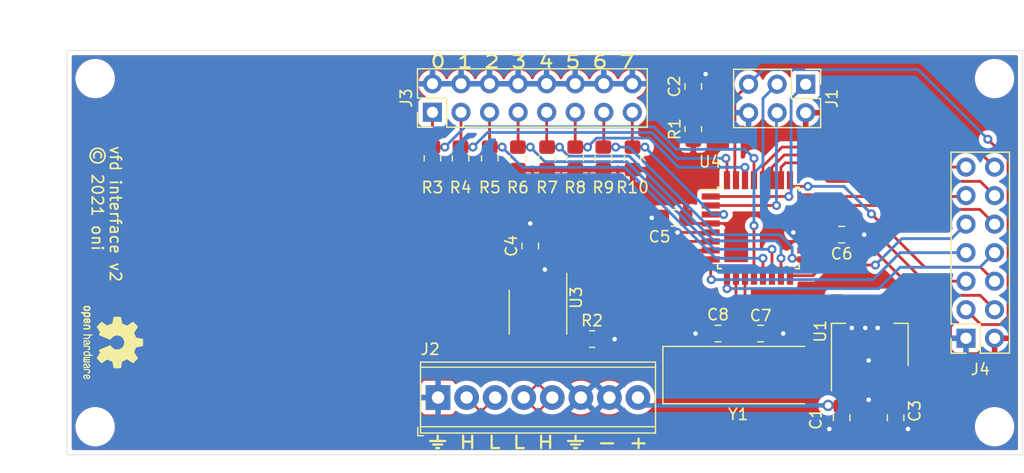
<source format=kicad_pcb>
(kicad_pcb (version 20171130) (host pcbnew 5.1.9+dfsg1-1)

  (general
    (thickness 1.6)
    (drawings 11)
    (tracks 302)
    (zones 0)
    (modules 31)
    (nets 34)
  )

  (page A4)
  (title_block
    (title "VFD Interface")
    (date 2021-04-19)
    (rev 2)
    (company "© 2021 oni")
  )

  (layers
    (0 F.Cu signal)
    (31 B.Cu signal)
    (32 B.Adhes user)
    (33 F.Adhes user)
    (34 B.Paste user)
    (35 F.Paste user)
    (36 B.SilkS user)
    (37 F.SilkS user)
    (38 B.Mask user)
    (39 F.Mask user)
    (40 Dwgs.User user)
    (41 Cmts.User user)
    (42 Eco1.User user)
    (43 Eco2.User user)
    (44 Edge.Cuts user)
    (45 Margin user)
    (46 B.CrtYd user)
    (47 F.CrtYd user)
    (48 B.Fab user hide)
    (49 F.Fab user hide)
  )

  (setup
    (last_trace_width 0.25)
    (trace_clearance 0.2)
    (zone_clearance 0.4)
    (zone_45_only no)
    (trace_min 0.2)
    (via_size 0.8)
    (via_drill 0.4)
    (via_min_size 0.4)
    (via_min_drill 0.3)
    (uvia_size 0.3)
    (uvia_drill 0.1)
    (uvias_allowed no)
    (uvia_min_size 0.2)
    (uvia_min_drill 0.1)
    (edge_width 0.05)
    (segment_width 0.2)
    (pcb_text_width 0.3)
    (pcb_text_size 1.5 1.5)
    (mod_edge_width 0.12)
    (mod_text_size 1 1)
    (mod_text_width 0.15)
    (pad_size 1.524 1.524)
    (pad_drill 0.762)
    (pad_to_mask_clearance 0)
    (aux_axis_origin 0 0)
    (visible_elements FFFFFF7F)
    (pcbplotparams
      (layerselection 0x010fc_ffffffff)
      (usegerberextensions false)
      (usegerberattributes true)
      (usegerberadvancedattributes true)
      (creategerberjobfile true)
      (excludeedgelayer true)
      (linewidth 0.100000)
      (plotframeref false)
      (viasonmask false)
      (mode 1)
      (useauxorigin false)
      (hpglpennumber 1)
      (hpglpenspeed 20)
      (hpglpendiameter 15.000000)
      (psnegative false)
      (psa4output false)
      (plotreference true)
      (plotvalue true)
      (plotinvisibletext false)
      (padsonsilk false)
      (subtractmaskfromsilk true)
      (outputformat 1)
      (mirror false)
      (drillshape 0)
      (scaleselection 1)
      (outputdirectory "plot"))
  )

  (net 0 "")
  (net 1 GND)
  (net 2 +12V)
  (net 3 /~RESET)
  (net 4 +5V)
  (net 5 "Net-(C7-Pad2)")
  (net 6 "Net-(C8-Pad2)")
  (net 7 /MOSI)
  (net 8 /SCK)
  (net 9 /MISO)
  (net 10 /CAN+)
  (net 11 /CAN-)
  (net 12 /BUTTON7)
  (net 13 /BUTTON6)
  (net 14 /BUTTON5)
  (net 15 /BUTTON4)
  (net 16 /BUTTON3)
  (net 17 /BUTTON2)
  (net 18 /BUTTON1)
  (net 19 /BUTTON0)
  (net 20 "Net-(R2-Pad1)")
  (net 21 /VFDDB7)
  (net 22 /VFDDB6)
  (net 23 /VFDDB5)
  (net 24 /VFDDB4)
  (net 25 /VFDDB3)
  (net 26 /VFDDB2)
  (net 27 /VFDDB1)
  (net 28 /VFDDB0)
  (net 29 /VFDE)
  (net 30 /VFDR~W)
  (net 31 /VFDRS)
  (net 32 /CANRX)
  (net 33 /CANTX)

  (net_class Default "This is the default net class."
    (clearance 0.2)
    (trace_width 0.25)
    (via_dia 0.8)
    (via_drill 0.4)
    (uvia_dia 0.3)
    (uvia_drill 0.1)
    (add_net +5V)
    (add_net /BUTTON0)
    (add_net /BUTTON1)
    (add_net /BUTTON2)
    (add_net /BUTTON3)
    (add_net /BUTTON4)
    (add_net /BUTTON5)
    (add_net /BUTTON6)
    (add_net /BUTTON7)
    (add_net /CAN+)
    (add_net /CAN-)
    (add_net /CANRX)
    (add_net /CANTX)
    (add_net /MISO)
    (add_net /MOSI)
    (add_net /SCK)
    (add_net /VFDDB0)
    (add_net /VFDDB1)
    (add_net /VFDDB2)
    (add_net /VFDDB3)
    (add_net /VFDDB4)
    (add_net /VFDDB5)
    (add_net /VFDDB6)
    (add_net /VFDDB7)
    (add_net /VFDE)
    (add_net /VFDRS)
    (add_net /VFDR~W)
    (add_net /~RESET)
    (add_net GND)
    (add_net "Net-(C7-Pad2)")
    (add_net "Net-(C8-Pad2)")
    (add_net "Net-(R2-Pad1)")
  )

  (net_class Power ""
    (clearance 0.2)
    (trace_width 0.4)
    (via_dia 1)
    (via_drill 0.6)
    (uvia_dia 0.3)
    (uvia_drill 0.1)
    (add_net +12V)
  )

  (module Symbol:OSHW-Logo2_7.3x6mm_SilkScreen (layer F.Cu) (tedit 0) (tstamp 607E0D71)
    (at 110 107.6 270)
    (descr "Open Source Hardware Symbol")
    (tags "Logo Symbol OSHW")
    (path /6046A7CD)
    (attr virtual)
    (fp_text reference LOGO1 (at 0 0 90) (layer F.SilkS) hide
      (effects (font (size 1 1) (thickness 0.15)))
    )
    (fp_text value Logo_Open_Hardware_Small (at 0.75 0 90) (layer F.Fab) hide
      (effects (font (size 1 1) (thickness 0.15)))
    )
    (fp_poly (pts (xy 0.10391 -2.757652) (xy 0.182454 -2.757222) (xy 0.239298 -2.756058) (xy 0.278105 -2.753793)
      (xy 0.302538 -2.75006) (xy 0.316262 -2.744494) (xy 0.32294 -2.736727) (xy 0.326236 -2.726395)
      (xy 0.326556 -2.725057) (xy 0.331562 -2.700921) (xy 0.340829 -2.653299) (xy 0.353392 -2.587259)
      (xy 0.368287 -2.507872) (xy 0.384551 -2.420204) (xy 0.385119 -2.417125) (xy 0.40141 -2.331211)
      (xy 0.416652 -2.255304) (xy 0.429861 -2.193955) (xy 0.440054 -2.151718) (xy 0.446248 -2.133145)
      (xy 0.446543 -2.132816) (xy 0.464788 -2.123747) (xy 0.502405 -2.108633) (xy 0.551271 -2.090738)
      (xy 0.551543 -2.090642) (xy 0.613093 -2.067507) (xy 0.685657 -2.038035) (xy 0.754057 -2.008403)
      (xy 0.757294 -2.006938) (xy 0.868702 -1.956374) (xy 1.115399 -2.12484) (xy 1.191077 -2.176197)
      (xy 1.259631 -2.222111) (xy 1.317088 -2.25997) (xy 1.359476 -2.287163) (xy 1.382825 -2.301079)
      (xy 1.385042 -2.302111) (xy 1.40201 -2.297516) (xy 1.433701 -2.275345) (xy 1.481352 -2.234553)
      (xy 1.546198 -2.174095) (xy 1.612397 -2.109773) (xy 1.676214 -2.046388) (xy 1.733329 -1.988549)
      (xy 1.780305 -1.939825) (xy 1.813703 -1.90379) (xy 1.830085 -1.884016) (xy 1.830694 -1.882998)
      (xy 1.832505 -1.869428) (xy 1.825683 -1.847267) (xy 1.80854 -1.813522) (xy 1.779393 -1.7652)
      (xy 1.736555 -1.699308) (xy 1.679448 -1.614483) (xy 1.628766 -1.539823) (xy 1.583461 -1.47286)
      (xy 1.54615 -1.417484) (xy 1.519452 -1.37758) (xy 1.505985 -1.357038) (xy 1.505137 -1.355644)
      (xy 1.506781 -1.335962) (xy 1.519245 -1.297707) (xy 1.540048 -1.248111) (xy 1.547462 -1.232272)
      (xy 1.579814 -1.16171) (xy 1.614328 -1.081647) (xy 1.642365 -1.012371) (xy 1.662568 -0.960955)
      (xy 1.678615 -0.921881) (xy 1.687888 -0.901459) (xy 1.689041 -0.899886) (xy 1.706096 -0.897279)
      (xy 1.746298 -0.890137) (xy 1.804302 -0.879477) (xy 1.874763 -0.866315) (xy 1.952335 -0.851667)
      (xy 2.031672 -0.836551) (xy 2.107431 -0.821982) (xy 2.174264 -0.808978) (xy 2.226828 -0.798555)
      (xy 2.259776 -0.79173) (xy 2.267857 -0.789801) (xy 2.276205 -0.785038) (xy 2.282506 -0.774282)
      (xy 2.287045 -0.753902) (xy 2.290104 -0.720266) (xy 2.291967 -0.669745) (xy 2.292918 -0.598708)
      (xy 2.29324 -0.503524) (xy 2.293257 -0.464508) (xy 2.293257 -0.147201) (xy 2.217057 -0.132161)
      (xy 2.174663 -0.124005) (xy 2.1114 -0.112101) (xy 2.034962 -0.097884) (xy 1.953043 -0.08279)
      (xy 1.9304 -0.078645) (xy 1.854806 -0.063947) (xy 1.788953 -0.049495) (xy 1.738366 -0.036625)
      (xy 1.708574 -0.026678) (xy 1.703612 -0.023713) (xy 1.691426 -0.002717) (xy 1.673953 0.037967)
      (xy 1.654577 0.090322) (xy 1.650734 0.1016) (xy 1.625339 0.171523) (xy 1.593817 0.250418)
      (xy 1.562969 0.321266) (xy 1.562817 0.321595) (xy 1.511447 0.432733) (xy 1.680399 0.681253)
      (xy 1.849352 0.929772) (xy 1.632429 1.147058) (xy 1.566819 1.211726) (xy 1.506979 1.268733)
      (xy 1.456267 1.315033) (xy 1.418046 1.347584) (xy 1.395675 1.363343) (xy 1.392466 1.364343)
      (xy 1.373626 1.356469) (xy 1.33518 1.334578) (xy 1.28133 1.301267) (xy 1.216276 1.259131)
      (xy 1.14594 1.211943) (xy 1.074555 1.16381) (xy 1.010908 1.121928) (xy 0.959041 1.088871)
      (xy 0.922995 1.067218) (xy 0.906867 1.059543) (xy 0.887189 1.066037) (xy 0.849875 1.08315)
      (xy 0.802621 1.107326) (xy 0.797612 1.110013) (xy 0.733977 1.141927) (xy 0.690341 1.157579)
      (xy 0.663202 1.157745) (xy 0.649057 1.143204) (xy 0.648975 1.143) (xy 0.641905 1.125779)
      (xy 0.625042 1.084899) (xy 0.599695 1.023525) (xy 0.567171 0.944819) (xy 0.528778 0.851947)
      (xy 0.485822 0.748072) (xy 0.444222 0.647502) (xy 0.398504 0.536516) (xy 0.356526 0.433703)
      (xy 0.319548 0.342215) (xy 0.288827 0.265201) (xy 0.265622 0.205815) (xy 0.25119 0.167209)
      (xy 0.246743 0.1528) (xy 0.257896 0.136272) (xy 0.287069 0.10993) (xy 0.325971 0.080887)
      (xy 0.436757 -0.010961) (xy 0.523351 -0.116241) (xy 0.584716 -0.232734) (xy 0.619815 -0.358224)
      (xy 0.627608 -0.490493) (xy 0.621943 -0.551543) (xy 0.591078 -0.678205) (xy 0.53792 -0.790059)
      (xy 0.465767 -0.885999) (xy 0.377917 -0.964924) (xy 0.277665 -1.02573) (xy 0.16831 -1.067313)
      (xy 0.053147 -1.088572) (xy -0.064525 -1.088401) (xy -0.18141 -1.065699) (xy -0.294211 -1.019362)
      (xy -0.399631 -0.948287) (xy -0.443632 -0.908089) (xy -0.528021 -0.804871) (xy -0.586778 -0.692075)
      (xy -0.620296 -0.57299) (xy -0.628965 -0.450905) (xy -0.613177 -0.329107) (xy -0.573322 -0.210884)
      (xy -0.509793 -0.099525) (xy -0.422979 0.001684) (xy -0.325971 0.080887) (xy -0.285563 0.111162)
      (xy -0.257018 0.137219) (xy -0.246743 0.152825) (xy -0.252123 0.169843) (xy -0.267425 0.2105)
      (xy -0.291388 0.271642) (xy -0.322756 0.350119) (xy -0.360268 0.44278) (xy -0.402667 0.546472)
      (xy -0.444337 0.647526) (xy -0.49031 0.758607) (xy -0.532893 0.861541) (xy -0.570779 0.953165)
      (xy -0.60266 1.030316) (xy -0.627229 1.089831) (xy -0.64318 1.128544) (xy -0.64909 1.143)
      (xy -0.663052 1.157685) (xy -0.69006 1.157642) (xy -0.733587 1.142099) (xy -0.79711 1.110284)
      (xy -0.797612 1.110013) (xy -0.84544 1.085323) (xy -0.884103 1.067338) (xy -0.905905 1.059614)
      (xy -0.906867 1.059543) (xy -0.923279 1.067378) (xy -0.959513 1.089165) (xy -1.011526 1.122328)
      (xy -1.075275 1.164291) (xy -1.14594 1.211943) (xy -1.217884 1.260191) (xy -1.282726 1.302151)
      (xy -1.336265 1.335227) (xy -1.374303 1.356821) (xy -1.392467 1.364343) (xy -1.409192 1.354457)
      (xy -1.44282 1.326826) (xy -1.48999 1.284495) (xy -1.547342 1.230505) (xy -1.611516 1.167899)
      (xy -1.632503 1.146983) (xy -1.849501 0.929623) (xy -1.684332 0.68722) (xy -1.634136 0.612781)
      (xy -1.590081 0.545972) (xy -1.554638 0.490665) (xy -1.530281 0.450729) (xy -1.519478 0.430036)
      (xy -1.519162 0.428563) (xy -1.524857 0.409058) (xy -1.540174 0.369822) (xy -1.562463 0.31743)
      (xy -1.578107 0.282355) (xy -1.607359 0.215201) (xy -1.634906 0.147358) (xy -1.656263 0.090034)
      (xy -1.662065 0.072572) (xy -1.678548 0.025938) (xy -1.69466 -0.010095) (xy -1.70351 -0.023713)
      (xy -1.72304 -0.032048) (xy -1.765666 -0.043863) (xy -1.825855 -0.057819) (xy -1.898078 -0.072578)
      (xy -1.9304 -0.078645) (xy -2.012478 -0.093727) (xy -2.091205 -0.108331) (xy -2.158891 -0.12102)
      (xy -2.20784 -0.130358) (xy -2.217057 -0.132161) (xy -2.293257 -0.147201) (xy -2.293257 -0.464508)
      (xy -2.293086 -0.568846) (xy -2.292384 -0.647787) (xy -2.290866 -0.704962) (xy -2.288251 -0.744001)
      (xy -2.284254 -0.768535) (xy -2.278591 -0.782195) (xy -2.27098 -0.788611) (xy -2.267857 -0.789801)
      (xy -2.249022 -0.79402) (xy -2.207412 -0.802438) (xy -2.14837 -0.814039) (xy -2.077243 -0.827805)
      (xy -1.999375 -0.84272) (xy -1.920113 -0.857768) (xy -1.844802 -0.871931) (xy -1.778787 -0.884194)
      (xy -1.727413 -0.893539) (xy -1.696025 -0.89895) (xy -1.689041 -0.899886) (xy -1.682715 -0.912404)
      (xy -1.66871 -0.945754) (xy -1.649645 -0.993623) (xy -1.642366 -1.012371) (xy -1.613004 -1.084805)
      (xy -1.578429 -1.16483) (xy -1.547463 -1.232272) (xy -1.524677 -1.283841) (xy -1.509518 -1.326215)
      (xy -1.504458 -1.352166) (xy -1.505264 -1.355644) (xy -1.515959 -1.372064) (xy -1.54038 -1.408583)
      (xy -1.575905 -1.461313) (xy -1.619913 -1.526365) (xy -1.669783 -1.599849) (xy -1.679644 -1.614355)
      (xy -1.737508 -1.700296) (xy -1.780044 -1.765739) (xy -1.808946 -1.813696) (xy -1.82591 -1.84718)
      (xy -1.832633 -1.869205) (xy -1.83081 -1.882783) (xy -1.830764 -1.882869) (xy -1.816414 -1.900703)
      (xy -1.784677 -1.935183) (xy -1.73899 -1.982732) (xy -1.682796 -2.039778) (xy -1.619532 -2.102745)
      (xy -1.612398 -2.109773) (xy -1.53267 -2.18698) (xy -1.471143 -2.24367) (xy -1.426579 -2.28089)
      (xy -1.397743 -2.299685) (xy -1.385042 -2.302111) (xy -1.366506 -2.291529) (xy -1.328039 -2.267084)
      (xy -1.273614 -2.231388) (xy -1.207202 -2.187053) (xy -1.132775 -2.136689) (xy -1.115399 -2.12484)
      (xy -0.868703 -1.956374) (xy -0.757294 -2.006938) (xy -0.689543 -2.036405) (xy -0.616817 -2.066041)
      (xy -0.554297 -2.08967) (xy -0.551543 -2.090642) (xy -0.50264 -2.108543) (xy -0.464943 -2.12368)
      (xy -0.446575 -2.13279) (xy -0.446544 -2.132816) (xy -0.440715 -2.149283) (xy -0.430808 -2.189781)
      (xy -0.417805 -2.249758) (xy -0.402691 -2.32466) (xy -0.386448 -2.409936) (xy -0.385119 -2.417125)
      (xy -0.368825 -2.504986) (xy -0.353867 -2.58474) (xy -0.341209 -2.651319) (xy -0.331814 -2.699653)
      (xy -0.326646 -2.724675) (xy -0.326556 -2.725057) (xy -0.323411 -2.735701) (xy -0.317296 -2.743738)
      (xy -0.304547 -2.749533) (xy -0.2815 -2.753453) (xy -0.244491 -2.755865) (xy -0.189856 -2.757135)
      (xy -0.113933 -2.757629) (xy -0.013056 -2.757714) (xy 0 -2.757714) (xy 0.10391 -2.757652)) (layer F.SilkS) (width 0.01))
    (fp_poly (pts (xy 3.153595 1.966966) (xy 3.211021 2.004497) (xy 3.238719 2.038096) (xy 3.260662 2.099064)
      (xy 3.262405 2.147308) (xy 3.258457 2.211816) (xy 3.109686 2.276934) (xy 3.037349 2.310202)
      (xy 2.990084 2.336964) (xy 2.965507 2.360144) (xy 2.961237 2.382667) (xy 2.974889 2.407455)
      (xy 2.989943 2.423886) (xy 3.033746 2.450235) (xy 3.081389 2.452081) (xy 3.125145 2.431546)
      (xy 3.157289 2.390752) (xy 3.163038 2.376347) (xy 3.190576 2.331356) (xy 3.222258 2.312182)
      (xy 3.265714 2.295779) (xy 3.265714 2.357966) (xy 3.261872 2.400283) (xy 3.246823 2.435969)
      (xy 3.21528 2.476943) (xy 3.210592 2.482267) (xy 3.175506 2.51872) (xy 3.145347 2.538283)
      (xy 3.107615 2.547283) (xy 3.076335 2.55023) (xy 3.020385 2.550965) (xy 2.980555 2.54166)
      (xy 2.955708 2.527846) (xy 2.916656 2.497467) (xy 2.889625 2.464613) (xy 2.872517 2.423294)
      (xy 2.863238 2.367521) (xy 2.859693 2.291305) (xy 2.85941 2.252622) (xy 2.860372 2.206247)
      (xy 2.948007 2.206247) (xy 2.949023 2.231126) (xy 2.951556 2.2352) (xy 2.968274 2.229665)
      (xy 3.004249 2.215017) (xy 3.052331 2.19419) (xy 3.062386 2.189714) (xy 3.123152 2.158814)
      (xy 3.156632 2.131657) (xy 3.16399 2.10622) (xy 3.146391 2.080481) (xy 3.131856 2.069109)
      (xy 3.07941 2.046364) (xy 3.030322 2.050122) (xy 2.989227 2.077884) (xy 2.960758 2.127152)
      (xy 2.951631 2.166257) (xy 2.948007 2.206247) (xy 2.860372 2.206247) (xy 2.861285 2.162249)
      (xy 2.868196 2.095384) (xy 2.881884 2.046695) (xy 2.904096 2.010849) (xy 2.936574 1.982513)
      (xy 2.950733 1.973355) (xy 3.015053 1.949507) (xy 3.085473 1.948006) (xy 3.153595 1.966966)) (layer F.SilkS) (width 0.01))
    (fp_poly (pts (xy 2.6526 1.958752) (xy 2.669948 1.966334) (xy 2.711356 1.999128) (xy 2.746765 2.046547)
      (xy 2.768664 2.097151) (xy 2.772229 2.122098) (xy 2.760279 2.156927) (xy 2.734067 2.175357)
      (xy 2.705964 2.186516) (xy 2.693095 2.188572) (xy 2.686829 2.173649) (xy 2.674456 2.141175)
      (xy 2.669028 2.126502) (xy 2.63859 2.075744) (xy 2.59452 2.050427) (xy 2.53801 2.051206)
      (xy 2.533825 2.052203) (xy 2.503655 2.066507) (xy 2.481476 2.094393) (xy 2.466327 2.139287)
      (xy 2.45725 2.204615) (xy 2.453286 2.293804) (xy 2.452914 2.341261) (xy 2.45273 2.416071)
      (xy 2.451522 2.467069) (xy 2.448309 2.499471) (xy 2.442109 2.518495) (xy 2.43194 2.529356)
      (xy 2.416819 2.537272) (xy 2.415946 2.53767) (xy 2.386828 2.549981) (xy 2.372403 2.554514)
      (xy 2.370186 2.540809) (xy 2.368289 2.502925) (xy 2.366847 2.445715) (xy 2.365998 2.374027)
      (xy 2.365829 2.321565) (xy 2.366692 2.220047) (xy 2.37007 2.143032) (xy 2.377142 2.086023)
      (xy 2.389088 2.044526) (xy 2.40709 2.014043) (xy 2.432327 1.99008) (xy 2.457247 1.973355)
      (xy 2.517171 1.951097) (xy 2.586911 1.946076) (xy 2.6526 1.958752)) (layer F.SilkS) (width 0.01))
    (fp_poly (pts (xy 2.144876 1.956335) (xy 2.186667 1.975344) (xy 2.219469 1.998378) (xy 2.243503 2.024133)
      (xy 2.260097 2.057358) (xy 2.270577 2.1028) (xy 2.276271 2.165207) (xy 2.278507 2.249327)
      (xy 2.278743 2.304721) (xy 2.278743 2.520826) (xy 2.241774 2.53767) (xy 2.212656 2.549981)
      (xy 2.198231 2.554514) (xy 2.195472 2.541025) (xy 2.193282 2.504653) (xy 2.191942 2.451542)
      (xy 2.191657 2.409372) (xy 2.190434 2.348447) (xy 2.187136 2.300115) (xy 2.182321 2.270518)
      (xy 2.178496 2.264229) (xy 2.152783 2.270652) (xy 2.112418 2.287125) (xy 2.065679 2.309458)
      (xy 2.020845 2.333457) (xy 1.986193 2.35493) (xy 1.970002 2.369685) (xy 1.969938 2.369845)
      (xy 1.97133 2.397152) (xy 1.983818 2.423219) (xy 2.005743 2.444392) (xy 2.037743 2.451474)
      (xy 2.065092 2.450649) (xy 2.103826 2.450042) (xy 2.124158 2.459116) (xy 2.136369 2.483092)
      (xy 2.137909 2.487613) (xy 2.143203 2.521806) (xy 2.129047 2.542568) (xy 2.092148 2.552462)
      (xy 2.052289 2.554292) (xy 1.980562 2.540727) (xy 1.943432 2.521355) (xy 1.897576 2.475845)
      (xy 1.873256 2.419983) (xy 1.871073 2.360957) (xy 1.891629 2.305953) (xy 1.922549 2.271486)
      (xy 1.95342 2.252189) (xy 2.001942 2.227759) (xy 2.058485 2.202985) (xy 2.06791 2.199199)
      (xy 2.130019 2.171791) (xy 2.165822 2.147634) (xy 2.177337 2.123619) (xy 2.16658 2.096635)
      (xy 2.148114 2.075543) (xy 2.104469 2.049572) (xy 2.056446 2.047624) (xy 2.012406 2.067637)
      (xy 1.980709 2.107551) (xy 1.976549 2.117848) (xy 1.952327 2.155724) (xy 1.916965 2.183842)
      (xy 1.872343 2.206917) (xy 1.872343 2.141485) (xy 1.874969 2.101506) (xy 1.88623 2.069997)
      (xy 1.911199 2.036378) (xy 1.935169 2.010484) (xy 1.972441 1.973817) (xy 2.001401 1.954121)
      (xy 2.032505 1.94622) (xy 2.067713 1.944914) (xy 2.144876 1.956335)) (layer F.SilkS) (width 0.01))
    (fp_poly (pts (xy 1.779833 1.958663) (xy 1.782048 1.99685) (xy 1.783784 2.054886) (xy 1.784899 2.12818)
      (xy 1.785257 2.205055) (xy 1.785257 2.465196) (xy 1.739326 2.511127) (xy 1.707675 2.539429)
      (xy 1.67989 2.550893) (xy 1.641915 2.550168) (xy 1.62684 2.548321) (xy 1.579726 2.542948)
      (xy 1.540756 2.539869) (xy 1.531257 2.539585) (xy 1.499233 2.541445) (xy 1.453432 2.546114)
      (xy 1.435674 2.548321) (xy 1.392057 2.551735) (xy 1.362745 2.54432) (xy 1.33368 2.521427)
      (xy 1.323188 2.511127) (xy 1.277257 2.465196) (xy 1.277257 1.978602) (xy 1.314226 1.961758)
      (xy 1.346059 1.949282) (xy 1.364683 1.944914) (xy 1.369458 1.958718) (xy 1.373921 1.997286)
      (xy 1.377775 2.056356) (xy 1.380722 2.131663) (xy 1.382143 2.195286) (xy 1.386114 2.445657)
      (xy 1.420759 2.450556) (xy 1.452268 2.447131) (xy 1.467708 2.436041) (xy 1.472023 2.415308)
      (xy 1.475708 2.371145) (xy 1.478469 2.309146) (xy 1.480012 2.234909) (xy 1.480235 2.196706)
      (xy 1.480457 1.976783) (xy 1.526166 1.960849) (xy 1.558518 1.950015) (xy 1.576115 1.944962)
      (xy 1.576623 1.944914) (xy 1.578388 1.958648) (xy 1.580329 1.99673) (xy 1.582282 2.054482)
      (xy 1.584084 2.127227) (xy 1.585343 2.195286) (xy 1.589314 2.445657) (xy 1.6764 2.445657)
      (xy 1.680396 2.21724) (xy 1.684392 1.988822) (xy 1.726847 1.966868) (xy 1.758192 1.951793)
      (xy 1.776744 1.944951) (xy 1.777279 1.944914) (xy 1.779833 1.958663)) (layer F.SilkS) (width 0.01))
    (fp_poly (pts (xy 1.190117 2.065358) (xy 1.189933 2.173837) (xy 1.189219 2.257287) (xy 1.187675 2.319704)
      (xy 1.185001 2.365085) (xy 1.180894 2.397429) (xy 1.175055 2.420733) (xy 1.167182 2.438995)
      (xy 1.161221 2.449418) (xy 1.111855 2.505945) (xy 1.049264 2.541377) (xy 0.980013 2.55409)
      (xy 0.910668 2.542463) (xy 0.869375 2.521568) (xy 0.826025 2.485422) (xy 0.796481 2.441276)
      (xy 0.778655 2.383462) (xy 0.770463 2.306313) (xy 0.769302 2.249714) (xy 0.769458 2.245647)
      (xy 0.870857 2.245647) (xy 0.871476 2.31055) (xy 0.874314 2.353514) (xy 0.88084 2.381622)
      (xy 0.892523 2.401953) (xy 0.906483 2.417288) (xy 0.953365 2.44689) (xy 1.003701 2.449419)
      (xy 1.051276 2.424705) (xy 1.054979 2.421356) (xy 1.070783 2.403935) (xy 1.080693 2.383209)
      (xy 1.086058 2.352362) (xy 1.088228 2.304577) (xy 1.088571 2.251748) (xy 1.087827 2.185381)
      (xy 1.084748 2.141106) (xy 1.078061 2.112009) (xy 1.066496 2.091173) (xy 1.057013 2.080107)
      (xy 1.01296 2.052198) (xy 0.962224 2.048843) (xy 0.913796 2.070159) (xy 0.90445 2.078073)
      (xy 0.88854 2.095647) (xy 0.87861 2.116587) (xy 0.873278 2.147782) (xy 0.871163 2.196122)
      (xy 0.870857 2.245647) (xy 0.769458 2.245647) (xy 0.77281 2.158568) (xy 0.784726 2.090086)
      (xy 0.807135 2.0386) (xy 0.842124 1.998443) (xy 0.869375 1.977861) (xy 0.918907 1.955625)
      (xy 0.976316 1.945304) (xy 1.029682 1.948067) (xy 1.059543 1.959212) (xy 1.071261 1.962383)
      (xy 1.079037 1.950557) (xy 1.084465 1.918866) (xy 1.088571 1.870593) (xy 1.093067 1.816829)
      (xy 1.099313 1.784482) (xy 1.110676 1.765985) (xy 1.130528 1.75377) (xy 1.143 1.748362)
      (xy 1.190171 1.728601) (xy 1.190117 2.065358)) (layer F.SilkS) (width 0.01))
    (fp_poly (pts (xy 0.529926 1.949755) (xy 0.595858 1.974084) (xy 0.649273 2.017117) (xy 0.670164 2.047409)
      (xy 0.692939 2.102994) (xy 0.692466 2.143186) (xy 0.668562 2.170217) (xy 0.659717 2.174813)
      (xy 0.62153 2.189144) (xy 0.602028 2.185472) (xy 0.595422 2.161407) (xy 0.595086 2.148114)
      (xy 0.582992 2.09921) (xy 0.551471 2.064999) (xy 0.507659 2.048476) (xy 0.458695 2.052634)
      (xy 0.418894 2.074227) (xy 0.40545 2.086544) (xy 0.395921 2.101487) (xy 0.389485 2.124075)
      (xy 0.385317 2.159328) (xy 0.382597 2.212266) (xy 0.380502 2.287907) (xy 0.37996 2.311857)
      (xy 0.377981 2.39379) (xy 0.375731 2.451455) (xy 0.372357 2.489608) (xy 0.367006 2.513004)
      (xy 0.358824 2.526398) (xy 0.346959 2.534545) (xy 0.339362 2.538144) (xy 0.307102 2.550452)
      (xy 0.288111 2.554514) (xy 0.281836 2.540948) (xy 0.278006 2.499934) (xy 0.2766 2.430999)
      (xy 0.277598 2.333669) (xy 0.277908 2.318657) (xy 0.280101 2.229859) (xy 0.282693 2.165019)
      (xy 0.286382 2.119067) (xy 0.291864 2.086935) (xy 0.299835 2.063553) (xy 0.310993 2.043852)
      (xy 0.31683 2.03541) (xy 0.350296 1.998057) (xy 0.387727 1.969003) (xy 0.392309 1.966467)
      (xy 0.459426 1.946443) (xy 0.529926 1.949755)) (layer F.SilkS) (width 0.01))
    (fp_poly (pts (xy 0.039744 1.950968) (xy 0.096616 1.972087) (xy 0.097267 1.972493) (xy 0.13244 1.99838)
      (xy 0.158407 2.028633) (xy 0.17667 2.068058) (xy 0.188732 2.121462) (xy 0.196096 2.193651)
      (xy 0.200264 2.289432) (xy 0.200629 2.303078) (xy 0.205876 2.508842) (xy 0.161716 2.531678)
      (xy 0.129763 2.54711) (xy 0.11047 2.554423) (xy 0.109578 2.554514) (xy 0.106239 2.541022)
      (xy 0.103587 2.504626) (xy 0.101956 2.451452) (xy 0.1016 2.408393) (xy 0.101592 2.338641)
      (xy 0.098403 2.294837) (xy 0.087288 2.273944) (xy 0.063501 2.272925) (xy 0.022296 2.288741)
      (xy -0.039914 2.317815) (xy -0.085659 2.341963) (xy -0.109187 2.362913) (xy -0.116104 2.385747)
      (xy -0.116114 2.386877) (xy -0.104701 2.426212) (xy -0.070908 2.447462) (xy -0.019191 2.450539)
      (xy 0.018061 2.450006) (xy 0.037703 2.460735) (xy 0.049952 2.486505) (xy 0.057002 2.519337)
      (xy 0.046842 2.537966) (xy 0.043017 2.540632) (xy 0.007001 2.55134) (xy -0.043434 2.552856)
      (xy -0.095374 2.545759) (xy -0.132178 2.532788) (xy -0.183062 2.489585) (xy -0.211986 2.429446)
      (xy -0.217714 2.382462) (xy -0.213343 2.340082) (xy -0.197525 2.305488) (xy -0.166203 2.274763)
      (xy -0.115322 2.24399) (xy -0.040824 2.209252) (xy -0.036286 2.207288) (xy 0.030821 2.176287)
      (xy 0.072232 2.150862) (xy 0.089981 2.128014) (xy 0.086107 2.104745) (xy 0.062643 2.078056)
      (xy 0.055627 2.071914) (xy 0.00863 2.0481) (xy -0.040067 2.049103) (xy -0.082478 2.072451)
      (xy -0.110616 2.115675) (xy -0.113231 2.12416) (xy -0.138692 2.165308) (xy -0.170999 2.185128)
      (xy -0.217714 2.20477) (xy -0.217714 2.15395) (xy -0.203504 2.080082) (xy -0.161325 2.012327)
      (xy -0.139376 1.989661) (xy -0.089483 1.960569) (xy -0.026033 1.9474) (xy 0.039744 1.950968)) (layer F.SilkS) (width 0.01))
    (fp_poly (pts (xy -0.624114 1.851289) (xy -0.619861 1.910613) (xy -0.614975 1.945572) (xy -0.608205 1.96082)
      (xy -0.598298 1.961015) (xy -0.595086 1.959195) (xy -0.552356 1.946015) (xy -0.496773 1.946785)
      (xy -0.440263 1.960333) (xy -0.404918 1.977861) (xy -0.368679 2.005861) (xy -0.342187 2.037549)
      (xy -0.324001 2.077813) (xy -0.312678 2.131543) (xy -0.306778 2.203626) (xy -0.304857 2.298951)
      (xy -0.304823 2.317237) (xy -0.3048 2.522646) (xy -0.350509 2.53858) (xy -0.382973 2.54942)
      (xy -0.400785 2.554468) (xy -0.401309 2.554514) (xy -0.403063 2.540828) (xy -0.404556 2.503076)
      (xy -0.405674 2.446224) (xy -0.406303 2.375234) (xy -0.4064 2.332073) (xy -0.406602 2.246973)
      (xy -0.407642 2.185981) (xy -0.410169 2.144177) (xy -0.414836 2.116642) (xy -0.422293 2.098456)
      (xy -0.433189 2.084698) (xy -0.439993 2.078073) (xy -0.486728 2.051375) (xy -0.537728 2.049375)
      (xy -0.583999 2.071955) (xy -0.592556 2.080107) (xy -0.605107 2.095436) (xy -0.613812 2.113618)
      (xy -0.619369 2.139909) (xy -0.622474 2.179562) (xy -0.623824 2.237832) (xy -0.624114 2.318173)
      (xy -0.624114 2.522646) (xy -0.669823 2.53858) (xy -0.702287 2.54942) (xy -0.720099 2.554468)
      (xy -0.720623 2.554514) (xy -0.721963 2.540623) (xy -0.723172 2.501439) (xy -0.724199 2.4407)
      (xy -0.724998 2.362141) (xy -0.725519 2.269498) (xy -0.725714 2.166509) (xy -0.725714 1.769342)
      (xy -0.678543 1.749444) (xy -0.631371 1.729547) (xy -0.624114 1.851289)) (layer F.SilkS) (width 0.01))
    (fp_poly (pts (xy -1.831697 1.931239) (xy -1.774473 1.969735) (xy -1.730251 2.025335) (xy -1.703833 2.096086)
      (xy -1.69849 2.148162) (xy -1.699097 2.169893) (xy -1.704178 2.186531) (xy -1.718145 2.201437)
      (xy -1.745411 2.217973) (xy -1.790388 2.239498) (xy -1.857489 2.269374) (xy -1.857829 2.269524)
      (xy -1.919593 2.297813) (xy -1.970241 2.322933) (xy -2.004596 2.342179) (xy -2.017482 2.352848)
      (xy -2.017486 2.352934) (xy -2.006128 2.376166) (xy -1.979569 2.401774) (xy -1.949077 2.420221)
      (xy -1.93363 2.423886) (xy -1.891485 2.411212) (xy -1.855192 2.379471) (xy -1.837483 2.344572)
      (xy -1.820448 2.318845) (xy -1.787078 2.289546) (xy -1.747851 2.264235) (xy -1.713244 2.250471)
      (xy -1.706007 2.249714) (xy -1.697861 2.26216) (xy -1.69737 2.293972) (xy -1.703357 2.336866)
      (xy -1.714643 2.382558) (xy -1.73005 2.422761) (xy -1.730829 2.424322) (xy -1.777196 2.489062)
      (xy -1.837289 2.533097) (xy -1.905535 2.554711) (xy -1.976362 2.552185) (xy -2.044196 2.523804)
      (xy -2.047212 2.521808) (xy -2.100573 2.473448) (xy -2.13566 2.410352) (xy -2.155078 2.327387)
      (xy -2.157684 2.304078) (xy -2.162299 2.194055) (xy -2.156767 2.142748) (xy -2.017486 2.142748)
      (xy -2.015676 2.174753) (xy -2.005778 2.184093) (xy -1.981102 2.177105) (xy -1.942205 2.160587)
      (xy -1.898725 2.139881) (xy -1.897644 2.139333) (xy -1.860791 2.119949) (xy -1.846 2.107013)
      (xy -1.849647 2.093451) (xy -1.865005 2.075632) (xy -1.904077 2.049845) (xy -1.946154 2.04795)
      (xy -1.983897 2.066717) (xy -2.009966 2.102915) (xy -2.017486 2.142748) (xy -2.156767 2.142748)
      (xy -2.152806 2.106027) (xy -2.12845 2.036212) (xy -2.094544 1.987302) (xy -2.033347 1.937878)
      (xy -1.965937 1.913359) (xy -1.89712 1.911797) (xy -1.831697 1.931239)) (layer F.SilkS) (width 0.01))
    (fp_poly (pts (xy -2.958885 1.921962) (xy -2.890855 1.957733) (xy -2.840649 2.015301) (xy -2.822815 2.052312)
      (xy -2.808937 2.107882) (xy -2.801833 2.178096) (xy -2.80116 2.254727) (xy -2.806573 2.329552)
      (xy -2.81773 2.394342) (xy -2.834286 2.440873) (xy -2.839374 2.448887) (xy -2.899645 2.508707)
      (xy -2.971231 2.544535) (xy -3.048908 2.55502) (xy -3.127452 2.53881) (xy -3.149311 2.529092)
      (xy -3.191878 2.499143) (xy -3.229237 2.459433) (xy -3.232768 2.454397) (xy -3.247119 2.430124)
      (xy -3.256606 2.404178) (xy -3.26221 2.370022) (xy -3.264914 2.321119) (xy -3.265701 2.250935)
      (xy -3.265714 2.2352) (xy -3.265678 2.230192) (xy -3.120571 2.230192) (xy -3.119727 2.29643)
      (xy -3.116404 2.340386) (xy -3.109417 2.368779) (xy -3.097584 2.388325) (xy -3.091543 2.394857)
      (xy -3.056814 2.41968) (xy -3.023097 2.418548) (xy -2.989005 2.397016) (xy -2.968671 2.374029)
      (xy -2.956629 2.340478) (xy -2.949866 2.287569) (xy -2.949402 2.281399) (xy -2.948248 2.185513)
      (xy -2.960312 2.114299) (xy -2.98543 2.068194) (xy -3.02344 2.047635) (xy -3.037008 2.046514)
      (xy -3.072636 2.052152) (xy -3.097006 2.071686) (xy -3.111907 2.109042) (xy -3.119125 2.16815)
      (xy -3.120571 2.230192) (xy -3.265678 2.230192) (xy -3.265174 2.160413) (xy -3.262904 2.108159)
      (xy -3.257932 2.071949) (xy -3.249287 2.045299) (xy -3.235995 2.021722) (xy -3.233057 2.017338)
      (xy -3.183687 1.958249) (xy -3.129891 1.923947) (xy -3.064398 1.910331) (xy -3.042158 1.909665)
      (xy -2.958885 1.921962)) (layer F.SilkS) (width 0.01))
    (fp_poly (pts (xy -1.283907 1.92778) (xy -1.237328 1.954723) (xy -1.204943 1.981466) (xy -1.181258 2.009484)
      (xy -1.164941 2.043748) (xy -1.154661 2.089227) (xy -1.149086 2.150892) (xy -1.146884 2.233711)
      (xy -1.146629 2.293246) (xy -1.146629 2.512391) (xy -1.208314 2.540044) (xy -1.27 2.567697)
      (xy -1.277257 2.32767) (xy -1.280256 2.238028) (xy -1.283402 2.172962) (xy -1.287299 2.128026)
      (xy -1.292553 2.09877) (xy -1.299769 2.080748) (xy -1.30955 2.069511) (xy -1.312688 2.067079)
      (xy -1.360239 2.048083) (xy -1.408303 2.0556) (xy -1.436914 2.075543) (xy -1.448553 2.089675)
      (xy -1.456609 2.10822) (xy -1.461729 2.136334) (xy -1.464559 2.179173) (xy -1.465744 2.241895)
      (xy -1.465943 2.307261) (xy -1.465982 2.389268) (xy -1.467386 2.447316) (xy -1.472086 2.486465)
      (xy -1.482013 2.51178) (xy -1.499097 2.528323) (xy -1.525268 2.541156) (xy -1.560225 2.554491)
      (xy -1.598404 2.569007) (xy -1.593859 2.311389) (xy -1.592029 2.218519) (xy -1.589888 2.149889)
      (xy -1.586819 2.100711) (xy -1.582206 2.066198) (xy -1.575432 2.041562) (xy -1.565881 2.022016)
      (xy -1.554366 2.00477) (xy -1.49881 1.94968) (xy -1.43102 1.917822) (xy -1.357287 1.910191)
      (xy -1.283907 1.92778)) (layer F.SilkS) (width 0.01))
    (fp_poly (pts (xy -2.400256 1.919918) (xy -2.344799 1.947568) (xy -2.295852 1.99848) (xy -2.282371 2.017338)
      (xy -2.267686 2.042015) (xy -2.258158 2.068816) (xy -2.252707 2.104587) (xy -2.250253 2.156169)
      (xy -2.249714 2.224267) (xy -2.252148 2.317588) (xy -2.260606 2.387657) (xy -2.276826 2.439931)
      (xy -2.302546 2.479869) (xy -2.339503 2.512929) (xy -2.342218 2.514886) (xy -2.37864 2.534908)
      (xy -2.422498 2.544815) (xy -2.478276 2.547257) (xy -2.568952 2.547257) (xy -2.56899 2.635283)
      (xy -2.569834 2.684308) (xy -2.574976 2.713065) (xy -2.588413 2.730311) (xy -2.614142 2.744808)
      (xy -2.620321 2.747769) (xy -2.649236 2.761648) (xy -2.671624 2.770414) (xy -2.688271 2.771171)
      (xy -2.699964 2.761023) (xy -2.70749 2.737073) (xy -2.711634 2.696426) (xy -2.713185 2.636186)
      (xy -2.712929 2.553455) (xy -2.711651 2.445339) (xy -2.711252 2.413) (xy -2.709815 2.301524)
      (xy -2.708528 2.228603) (xy -2.569029 2.228603) (xy -2.568245 2.290499) (xy -2.56476 2.330997)
      (xy -2.556876 2.357708) (xy -2.542895 2.378244) (xy -2.533403 2.38826) (xy -2.494596 2.417567)
      (xy -2.460237 2.419952) (xy -2.424784 2.39575) (xy -2.423886 2.394857) (xy -2.409461 2.376153)
      (xy -2.400687 2.350732) (xy -2.396261 2.311584) (xy -2.394882 2.251697) (xy -2.394857 2.23843)
      (xy -2.398188 2.155901) (xy -2.409031 2.098691) (xy -2.42866 2.063766) (xy -2.45835 2.048094)
      (xy -2.475509 2.046514) (xy -2.516234 2.053926) (xy -2.544168 2.07833) (xy -2.560983 2.12298)
      (xy -2.56835 2.19113) (xy -2.569029 2.228603) (xy -2.708528 2.228603) (xy -2.708292 2.215245)
      (xy -2.706323 2.150333) (xy -2.70355 2.102958) (xy -2.699612 2.06929) (xy -2.694151 2.045498)
      (xy -2.686808 2.027753) (xy -2.677223 2.012224) (xy -2.673113 2.006381) (xy -2.618595 1.951185)
      (xy -2.549664 1.91989) (xy -2.469928 1.911165) (xy -2.400256 1.919918)) (layer F.SilkS) (width 0.01))
  )

  (module Package_QFP:TQFP-32_7x7mm_P0.8mm (layer F.Cu) (tedit 5A02F146) (tstamp 607E0EA8)
    (at 167.5 97.4)
    (descr "32-Lead Plastic Thin Quad Flatpack (PT) - 7x7x1.0 mm Body, 2.00 mm [TQFP] (see Microchip Packaging Specification 00000049BS.pdf)")
    (tags "QFP 0.8")
    (path /603EAA33)
    (attr smd)
    (fp_text reference U4 (at -4.3 -5.9) (layer F.SilkS)
      (effects (font (size 1 1) (thickness 0.15)))
    )
    (fp_text value ATmega32M1-AU (at 0 6.05) (layer F.Fab)
      (effects (font (size 1 1) (thickness 0.15)))
    )
    (fp_line (start -3.625 -3.4) (end -5.05 -3.4) (layer F.SilkS) (width 0.15))
    (fp_line (start 3.625 -3.625) (end 3.3 -3.625) (layer F.SilkS) (width 0.15))
    (fp_line (start 3.625 3.625) (end 3.3 3.625) (layer F.SilkS) (width 0.15))
    (fp_line (start -3.625 3.625) (end -3.3 3.625) (layer F.SilkS) (width 0.15))
    (fp_line (start -3.625 -3.625) (end -3.3 -3.625) (layer F.SilkS) (width 0.15))
    (fp_line (start -3.625 3.625) (end -3.625 3.3) (layer F.SilkS) (width 0.15))
    (fp_line (start 3.625 3.625) (end 3.625 3.3) (layer F.SilkS) (width 0.15))
    (fp_line (start 3.625 -3.625) (end 3.625 -3.3) (layer F.SilkS) (width 0.15))
    (fp_line (start -3.625 -3.625) (end -3.625 -3.4) (layer F.SilkS) (width 0.15))
    (fp_line (start -5.3 5.3) (end 5.3 5.3) (layer F.CrtYd) (width 0.05))
    (fp_line (start -5.3 -5.3) (end 5.3 -5.3) (layer F.CrtYd) (width 0.05))
    (fp_line (start 5.3 -5.3) (end 5.3 5.3) (layer F.CrtYd) (width 0.05))
    (fp_line (start -5.3 -5.3) (end -5.3 5.3) (layer F.CrtYd) (width 0.05))
    (fp_line (start -3.5 -2.5) (end -2.5 -3.5) (layer F.Fab) (width 0.15))
    (fp_line (start -3.5 3.5) (end -3.5 -2.5) (layer F.Fab) (width 0.15))
    (fp_line (start 3.5 3.5) (end -3.5 3.5) (layer F.Fab) (width 0.15))
    (fp_line (start 3.5 -3.5) (end 3.5 3.5) (layer F.Fab) (width 0.15))
    (fp_line (start -2.5 -3.5) (end 3.5 -3.5) (layer F.Fab) (width 0.15))
    (fp_text user %R (at 0 0) (layer F.Fab)
      (effects (font (size 1 1) (thickness 0.15)))
    )
    (pad 32 smd rect (at -2.8 -4.25 90) (size 1.6 0.55) (layers F.Cu F.Paste F.Mask)
      (net 18 /BUTTON1))
    (pad 31 smd rect (at -2 -4.25 90) (size 1.6 0.55) (layers F.Cu F.Paste F.Mask)
      (net 3 /~RESET))
    (pad 30 smd rect (at -1.2 -4.25 90) (size 1.6 0.55) (layers F.Cu F.Paste F.Mask)
      (net 14 /BUTTON5))
    (pad 29 smd rect (at -0.4 -4.25 90) (size 1.6 0.55) (layers F.Cu F.Paste F.Mask)
      (net 19 /BUTTON0))
    (pad 28 smd rect (at 0.4 -4.25 90) (size 1.6 0.55) (layers F.Cu F.Paste F.Mask)
      (net 21 /VFDDB7))
    (pad 27 smd rect (at 1.2 -4.25 90) (size 1.6 0.55) (layers F.Cu F.Paste F.Mask)
      (net 22 /VFDDB6))
    (pad 26 smd rect (at 2 -4.25 90) (size 1.6 0.55) (layers F.Cu F.Paste F.Mask)
      (net 23 /VFDDB5))
    (pad 25 smd rect (at 2.8 -4.25 90) (size 1.6 0.55) (layers F.Cu F.Paste F.Mask)
      (net 29 /VFDE))
    (pad 24 smd rect (at 4.25 -2.8) (size 1.6 0.55) (layers F.Cu F.Paste F.Mask)
      (net 24 /VFDDB4))
    (pad 23 smd rect (at 4.25 -2) (size 1.6 0.55) (layers F.Cu F.Paste F.Mask)
      (net 25 /VFDDB3))
    (pad 22 smd rect (at 4.25 -1.2) (size 1.6 0.55) (layers F.Cu F.Paste F.Mask)
      (net 30 /VFDR~W))
    (pad 21 smd rect (at 4.25 -0.4) (size 1.6 0.55) (layers F.Cu F.Paste F.Mask))
    (pad 20 smd rect (at 4.25 0.4) (size 1.6 0.55) (layers F.Cu F.Paste F.Mask)
      (net 1 GND))
    (pad 19 smd rect (at 4.25 1.2) (size 1.6 0.55) (layers F.Cu F.Paste F.Mask)
      (net 4 +5V))
    (pad 18 smd rect (at 4.25 2) (size 1.6 0.55) (layers F.Cu F.Paste F.Mask)
      (net 31 /VFDRS))
    (pad 17 smd rect (at 4.25 2.8) (size 1.6 0.55) (layers F.Cu F.Paste F.Mask)
      (net 13 /BUTTON6))
    (pad 16 smd rect (at 2.8 4.25 90) (size 1.6 0.55) (layers F.Cu F.Paste F.Mask)
      (net 26 /VFDDB2))
    (pad 15 smd rect (at 2 4.25 90) (size 1.6 0.55) (layers F.Cu F.Paste F.Mask)
      (net 15 /BUTTON4))
    (pad 14 smd rect (at 1.2 4.25 90) (size 1.6 0.55) (layers F.Cu F.Paste F.Mask)
      (net 16 /BUTTON3))
    (pad 13 smd rect (at 0.4 4.25 90) (size 1.6 0.55) (layers F.Cu F.Paste F.Mask)
      (net 17 /BUTTON2))
    (pad 12 smd rect (at -0.4 4.25 90) (size 1.6 0.55) (layers F.Cu F.Paste F.Mask)
      (net 8 /SCK))
    (pad 11 smd rect (at -1.2 4.25 90) (size 1.6 0.55) (layers F.Cu F.Paste F.Mask)
      (net 5 "Net-(C7-Pad2)"))
    (pad 10 smd rect (at -2 4.25 90) (size 1.6 0.55) (layers F.Cu F.Paste F.Mask)
      (net 6 "Net-(C8-Pad2)"))
    (pad 9 smd rect (at -2.8 4.25 90) (size 1.6 0.55) (layers F.Cu F.Paste F.Mask)
      (net 27 /VFDDB1))
    (pad 8 smd rect (at -4.25 2.8) (size 1.6 0.55) (layers F.Cu F.Paste F.Mask)
      (net 28 /VFDDB0))
    (pad 7 smd rect (at -4.25 2) (size 1.6 0.55) (layers F.Cu F.Paste F.Mask)
      (net 32 /CANRX))
    (pad 6 smd rect (at -4.25 1.2) (size 1.6 0.55) (layers F.Cu F.Paste F.Mask)
      (net 33 /CANTX))
    (pad 5 smd rect (at -4.25 0.4) (size 1.6 0.55) (layers F.Cu F.Paste F.Mask)
      (net 1 GND))
    (pad 4 smd rect (at -4.25 -0.4) (size 1.6 0.55) (layers F.Cu F.Paste F.Mask)
      (net 4 +5V))
    (pad 3 smd rect (at -4.25 -1.2) (size 1.6 0.55) (layers F.Cu F.Paste F.Mask)
      (net 12 /BUTTON7))
    (pad 2 smd rect (at -4.25 -2) (size 1.6 0.55) (layers F.Cu F.Paste F.Mask)
      (net 7 /MOSI))
    (pad 1 smd rect (at -4.25 -2.8) (size 1.6 0.55) (layers F.Cu F.Paste F.Mask)
      (net 9 /MISO))
    (model ${KISYS3DMOD}/Package_QFP.3dshapes/TQFP-32_7x7mm_P0.8mm.wrl
      (at (xyz 0 0 0))
      (scale (xyz 1 1 1))
      (rotate (xyz 0 0 0))
    )
  )

  (module MountingHole:MountingHole_2.7mm_M2.5_DIN965 (layer F.Cu) (tedit 56D1B4CB) (tstamp 607E0F4E)
    (at 188.5 84.1 180)
    (descr "Mounting Hole 2.7mm, no annular, M2.5, DIN965")
    (tags "mounting hole 2.7mm no annular m2.5 din965")
    (path /60469D35)
    (attr virtual)
    (fp_text reference H1 (at 0 -3.35) (layer F.SilkS) hide
      (effects (font (size 1 1) (thickness 0.15)))
    )
    (fp_text value NW (at 0 3.35) (layer F.Fab)
      (effects (font (size 1 1) (thickness 0.15)))
    )
    (fp_circle (center 0 0) (end 2.6 0) (layer F.CrtYd) (width 0.05))
    (fp_circle (center 0 0) (end 2.35 0) (layer Cmts.User) (width 0.15))
    (fp_text user %R (at 0.3 0) (layer F.Fab)
      (effects (font (size 1 1) (thickness 0.15)))
    )
    (pad 1 np_thru_hole circle (at 0 0 180) (size 2.7 2.7) (drill 2.7) (layers *.Cu *.Mask))
  )

  (module Capacitor_SMD:C_0805_2012Metric_Pad1.18x1.45mm_HandSolder (layer F.Cu) (tedit 5F68FEEF) (tstamp 607E15B1)
    (at 160 96.5 180)
    (descr "Capacitor SMD 0805 (2012 Metric), square (rectangular) end terminal, IPC_7351 nominal with elongated pad for handsoldering. (Body size source: IPC-SM-782 page 76, https://www.pcb-3d.com/wordpress/wp-content/uploads/ipc-sm-782a_amendment_1_and_2.pdf, https://docs.google.com/spreadsheets/d/1BsfQQcO9C6DZCsRaXUlFlo91Tg2WpOkGARC1WS5S8t0/edit?usp=sharing), generated with kicad-footprint-generator")
    (tags "capacitor handsolder")
    (path /603EFB15)
    (attr smd)
    (fp_text reference C5 (at 1.3 -1.68 180) (layer F.SilkS)
      (effects (font (size 1 1) (thickness 0.15)))
    )
    (fp_text value 100n (at 0 1.68 180) (layer F.Fab)
      (effects (font (size 1 1) (thickness 0.15)))
    )
    (fp_line (start 1.88 0.98) (end -1.88 0.98) (layer F.CrtYd) (width 0.05))
    (fp_line (start 1.88 -0.98) (end 1.88 0.98) (layer F.CrtYd) (width 0.05))
    (fp_line (start -1.88 -0.98) (end 1.88 -0.98) (layer F.CrtYd) (width 0.05))
    (fp_line (start -1.88 0.98) (end -1.88 -0.98) (layer F.CrtYd) (width 0.05))
    (fp_line (start -0.261252 0.735) (end 0.261252 0.735) (layer F.SilkS) (width 0.12))
    (fp_line (start -0.261252 -0.735) (end 0.261252 -0.735) (layer F.SilkS) (width 0.12))
    (fp_line (start 1 0.625) (end -1 0.625) (layer F.Fab) (width 0.1))
    (fp_line (start 1 -0.625) (end 1 0.625) (layer F.Fab) (width 0.1))
    (fp_line (start -1 -0.625) (end 1 -0.625) (layer F.Fab) (width 0.1))
    (fp_line (start -1 0.625) (end -1 -0.625) (layer F.Fab) (width 0.1))
    (fp_text user %R (at 0 0 180) (layer F.Fab)
      (effects (font (size 0.5 0.5) (thickness 0.08)))
    )
    (pad 2 smd roundrect (at 1.0375 0 180) (size 1.175 1.45) (layers F.Cu F.Paste F.Mask) (roundrect_rratio 0.2127659574468085)
      (net 1 GND))
    (pad 1 smd roundrect (at -1.0375 0 180) (size 1.175 1.45) (layers F.Cu F.Paste F.Mask) (roundrect_rratio 0.2127659574468085)
      (net 4 +5V))
    (model ${KISYS3DMOD}/Capacitor_SMD.3dshapes/C_0805_2012Metric.wrl
      (at (xyz 0 0 0))
      (scale (xyz 1 1 1))
      (rotate (xyz 0 0 0))
    )
  )

  (module Capacitor_SMD:C_0805_2012Metric_Pad1.18x1.45mm_HandSolder (layer F.Cu) (tedit 5F68FEEF) (tstamp 607E11D0)
    (at 163.9 106.8)
    (descr "Capacitor SMD 0805 (2012 Metric), square (rectangular) end terminal, IPC_7351 nominal with elongated pad for handsoldering. (Body size source: IPC-SM-782 page 76, https://www.pcb-3d.com/wordpress/wp-content/uploads/ipc-sm-782a_amendment_1_and_2.pdf, https://docs.google.com/spreadsheets/d/1BsfQQcO9C6DZCsRaXUlFlo91Tg2WpOkGARC1WS5S8t0/edit?usp=sharing), generated with kicad-footprint-generator")
    (tags "capacitor handsolder")
    (path /603F457D)
    (attr smd)
    (fp_text reference C8 (at 0 -1.68) (layer F.SilkS)
      (effects (font (size 1 1) (thickness 0.15)))
    )
    (fp_text value 22p (at 0 1.68) (layer F.Fab)
      (effects (font (size 1 1) (thickness 0.15)))
    )
    (fp_line (start 1.88 0.98) (end -1.88 0.98) (layer F.CrtYd) (width 0.05))
    (fp_line (start 1.88 -0.98) (end 1.88 0.98) (layer F.CrtYd) (width 0.05))
    (fp_line (start -1.88 -0.98) (end 1.88 -0.98) (layer F.CrtYd) (width 0.05))
    (fp_line (start -1.88 0.98) (end -1.88 -0.98) (layer F.CrtYd) (width 0.05))
    (fp_line (start -0.261252 0.735) (end 0.261252 0.735) (layer F.SilkS) (width 0.12))
    (fp_line (start -0.261252 -0.735) (end 0.261252 -0.735) (layer F.SilkS) (width 0.12))
    (fp_line (start 1 0.625) (end -1 0.625) (layer F.Fab) (width 0.1))
    (fp_line (start 1 -0.625) (end 1 0.625) (layer F.Fab) (width 0.1))
    (fp_line (start -1 -0.625) (end 1 -0.625) (layer F.Fab) (width 0.1))
    (fp_line (start -1 0.625) (end -1 -0.625) (layer F.Fab) (width 0.1))
    (fp_text user %R (at 0 0) (layer F.Fab)
      (effects (font (size 0.5 0.5) (thickness 0.08)))
    )
    (pad 2 smd roundrect (at 1.0375 0) (size 1.175 1.45) (layers F.Cu F.Paste F.Mask) (roundrect_rratio 0.2127659574468085)
      (net 6 "Net-(C8-Pad2)"))
    (pad 1 smd roundrect (at -1.0375 0) (size 1.175 1.45) (layers F.Cu F.Paste F.Mask) (roundrect_rratio 0.2127659574468085)
      (net 1 GND))
    (model ${KISYS3DMOD}/Capacitor_SMD.3dshapes/C_0805_2012Metric.wrl
      (at (xyz 0 0 0))
      (scale (xyz 1 1 1))
      (rotate (xyz 0 0 0))
    )
  )

  (module Resistor_SMD:R_0805_2012Metric_Pad1.20x1.40mm_HandSolder (layer F.Cu) (tedit 5F68FEEE) (tstamp 607E15E4)
    (at 161.7 88.6 90)
    (descr "Resistor SMD 0805 (2012 Metric), square (rectangular) end terminal, IPC_7351 nominal with elongated pad for handsoldering. (Body size source: IPC-SM-782 page 72, https://www.pcb-3d.com/wordpress/wp-content/uploads/ipc-sm-782a_amendment_1_and_2.pdf), generated with kicad-footprint-generator")
    (tags "resistor handsolder")
    (path /6042C762)
    (attr smd)
    (fp_text reference R1 (at 0 -1.65 270) (layer F.SilkS)
      (effects (font (size 1 1) (thickness 0.15)))
    )
    (fp_text value 10k (at 0 1.65 270) (layer F.Fab)
      (effects (font (size 1 1) (thickness 0.15)))
    )
    (fp_line (start -1 0.625) (end -1 -0.625) (layer F.Fab) (width 0.1))
    (fp_line (start -1 -0.625) (end 1 -0.625) (layer F.Fab) (width 0.1))
    (fp_line (start 1 -0.625) (end 1 0.625) (layer F.Fab) (width 0.1))
    (fp_line (start 1 0.625) (end -1 0.625) (layer F.Fab) (width 0.1))
    (fp_line (start -0.227064 -0.735) (end 0.227064 -0.735) (layer F.SilkS) (width 0.12))
    (fp_line (start -0.227064 0.735) (end 0.227064 0.735) (layer F.SilkS) (width 0.12))
    (fp_line (start -1.85 0.95) (end -1.85 -0.95) (layer F.CrtYd) (width 0.05))
    (fp_line (start -1.85 -0.95) (end 1.85 -0.95) (layer F.CrtYd) (width 0.05))
    (fp_line (start 1.85 -0.95) (end 1.85 0.95) (layer F.CrtYd) (width 0.05))
    (fp_line (start 1.85 0.95) (end -1.85 0.95) (layer F.CrtYd) (width 0.05))
    (fp_text user %R (at 0 0 270) (layer F.Fab)
      (effects (font (size 0.5 0.5) (thickness 0.08)))
    )
    (pad 2 smd roundrect (at 1 0 90) (size 1.2 1.4) (layers F.Cu F.Paste F.Mask) (roundrect_rratio 0.2083325)
      (net 3 /~RESET))
    (pad 1 smd roundrect (at -1 0 90) (size 1.2 1.4) (layers F.Cu F.Paste F.Mask) (roundrect_rratio 0.2083325)
      (net 4 +5V))
    (model ${KISYS3DMOD}/Resistor_SMD.3dshapes/R_0805_2012Metric.wrl
      (at (xyz 0 0 0))
      (scale (xyz 1 1 1))
      (rotate (xyz 0 0 0))
    )
  )

  (module Capacitor_SMD:C_0805_2012Metric_Pad1.18x1.45mm_HandSolder (layer F.Cu) (tedit 5F68FEEF) (tstamp 607E161A)
    (at 167.7 106.8 180)
    (descr "Capacitor SMD 0805 (2012 Metric), square (rectangular) end terminal, IPC_7351 nominal with elongated pad for handsoldering. (Body size source: IPC-SM-782 page 76, https://www.pcb-3d.com/wordpress/wp-content/uploads/ipc-sm-782a_amendment_1_and_2.pdf, https://docs.google.com/spreadsheets/d/1BsfQQcO9C6DZCsRaXUlFlo91Tg2WpOkGARC1WS5S8t0/edit?usp=sharing), generated with kicad-footprint-generator")
    (tags "capacitor handsolder")
    (path /603F4D46)
    (attr smd)
    (fp_text reference C7 (at 0 1.6) (layer F.SilkS)
      (effects (font (size 1 1) (thickness 0.15)))
    )
    (fp_text value 22p (at 0 1.68) (layer F.Fab)
      (effects (font (size 1 1) (thickness 0.15)))
    )
    (fp_line (start 1.88 0.98) (end -1.88 0.98) (layer F.CrtYd) (width 0.05))
    (fp_line (start 1.88 -0.98) (end 1.88 0.98) (layer F.CrtYd) (width 0.05))
    (fp_line (start -1.88 -0.98) (end 1.88 -0.98) (layer F.CrtYd) (width 0.05))
    (fp_line (start -1.88 0.98) (end -1.88 -0.98) (layer F.CrtYd) (width 0.05))
    (fp_line (start -0.261252 0.735) (end 0.261252 0.735) (layer F.SilkS) (width 0.12))
    (fp_line (start -0.261252 -0.735) (end 0.261252 -0.735) (layer F.SilkS) (width 0.12))
    (fp_line (start 1 0.625) (end -1 0.625) (layer F.Fab) (width 0.1))
    (fp_line (start 1 -0.625) (end 1 0.625) (layer F.Fab) (width 0.1))
    (fp_line (start -1 -0.625) (end 1 -0.625) (layer F.Fab) (width 0.1))
    (fp_line (start -1 0.625) (end -1 -0.625) (layer F.Fab) (width 0.1))
    (fp_text user %R (at 0 0) (layer F.Fab)
      (effects (font (size 0.5 0.5) (thickness 0.08)))
    )
    (pad 2 smd roundrect (at 1.0375 0 180) (size 1.175 1.45) (layers F.Cu F.Paste F.Mask) (roundrect_rratio 0.2127659574468085)
      (net 5 "Net-(C7-Pad2)"))
    (pad 1 smd roundrect (at -1.0375 0 180) (size 1.175 1.45) (layers F.Cu F.Paste F.Mask) (roundrect_rratio 0.2127659574468085)
      (net 1 GND))
    (model ${KISYS3DMOD}/Capacitor_SMD.3dshapes/C_0805_2012Metric.wrl
      (at (xyz 0 0 0))
      (scale (xyz 1 1 1))
      (rotate (xyz 0 0 0))
    )
  )

  (module Capacitor_SMD:C_0805_2012Metric_Pad1.18x1.45mm_HandSolder (layer F.Cu) (tedit 5F68FEEF) (tstamp 607E0CB1)
    (at 161.7 84.8 90)
    (descr "Capacitor SMD 0805 (2012 Metric), square (rectangular) end terminal, IPC_7351 nominal with elongated pad for handsoldering. (Body size source: IPC-SM-782 page 76, https://www.pcb-3d.com/wordpress/wp-content/uploads/ipc-sm-782a_amendment_1_and_2.pdf, https://docs.google.com/spreadsheets/d/1BsfQQcO9C6DZCsRaXUlFlo91Tg2WpOkGARC1WS5S8t0/edit?usp=sharing), generated with kicad-footprint-generator")
    (tags "capacitor handsolder")
    (path /603F72BE)
    (attr smd)
    (fp_text reference C2 (at 0 -1.68 270) (layer F.SilkS)
      (effects (font (size 1 1) (thickness 0.15)))
    )
    (fp_text value 10n (at 0 1.68 270) (layer F.Fab)
      (effects (font (size 1 1) (thickness 0.15)))
    )
    (fp_line (start 1.88 0.98) (end -1.88 0.98) (layer F.CrtYd) (width 0.05))
    (fp_line (start 1.88 -0.98) (end 1.88 0.98) (layer F.CrtYd) (width 0.05))
    (fp_line (start -1.88 -0.98) (end 1.88 -0.98) (layer F.CrtYd) (width 0.05))
    (fp_line (start -1.88 0.98) (end -1.88 -0.98) (layer F.CrtYd) (width 0.05))
    (fp_line (start -0.261252 0.735) (end 0.261252 0.735) (layer F.SilkS) (width 0.12))
    (fp_line (start -0.261252 -0.735) (end 0.261252 -0.735) (layer F.SilkS) (width 0.12))
    (fp_line (start 1 0.625) (end -1 0.625) (layer F.Fab) (width 0.1))
    (fp_line (start 1 -0.625) (end 1 0.625) (layer F.Fab) (width 0.1))
    (fp_line (start -1 -0.625) (end 1 -0.625) (layer F.Fab) (width 0.1))
    (fp_line (start -1 0.625) (end -1 -0.625) (layer F.Fab) (width 0.1))
    (fp_text user %R (at 0 0 270) (layer F.Fab)
      (effects (font (size 0.5 0.5) (thickness 0.08)))
    )
    (pad 2 smd roundrect (at 1.0375 0 90) (size 1.175 1.45) (layers F.Cu F.Paste F.Mask) (roundrect_rratio 0.2127659574468085)
      (net 1 GND))
    (pad 1 smd roundrect (at -1.0375 0 90) (size 1.175 1.45) (layers F.Cu F.Paste F.Mask) (roundrect_rratio 0.2127659574468085)
      (net 3 /~RESET))
    (model ${KISYS3DMOD}/Capacitor_SMD.3dshapes/C_0805_2012Metric.wrl
      (at (xyz 0 0 0))
      (scale (xyz 1 1 1))
      (rotate (xyz 0 0 0))
    )
  )

  (module Capacitor_SMD:C_0805_2012Metric_Pad1.18x1.45mm_HandSolder (layer F.Cu) (tedit 5F68FEEF) (tstamp 607E0C2D)
    (at 174.9 98)
    (descr "Capacitor SMD 0805 (2012 Metric), square (rectangular) end terminal, IPC_7351 nominal with elongated pad for handsoldering. (Body size source: IPC-SM-782 page 76, https://www.pcb-3d.com/wordpress/wp-content/uploads/ipc-sm-782a_amendment_1_and_2.pdf, https://docs.google.com/spreadsheets/d/1BsfQQcO9C6DZCsRaXUlFlo91Tg2WpOkGARC1WS5S8t0/edit?usp=sharing), generated with kicad-footprint-generator")
    (tags "capacitor handsolder")
    (path /603ED0F2)
    (attr smd)
    (fp_text reference C6 (at 0 1.7 180) (layer F.SilkS)
      (effects (font (size 1 1) (thickness 0.15)))
    )
    (fp_text value 100n (at 0 1.68 180) (layer F.Fab)
      (effects (font (size 1 1) (thickness 0.15)))
    )
    (fp_line (start 1.88 0.98) (end -1.88 0.98) (layer F.CrtYd) (width 0.05))
    (fp_line (start 1.88 -0.98) (end 1.88 0.98) (layer F.CrtYd) (width 0.05))
    (fp_line (start -1.88 -0.98) (end 1.88 -0.98) (layer F.CrtYd) (width 0.05))
    (fp_line (start -1.88 0.98) (end -1.88 -0.98) (layer F.CrtYd) (width 0.05))
    (fp_line (start -0.261252 0.735) (end 0.261252 0.735) (layer F.SilkS) (width 0.12))
    (fp_line (start -0.261252 -0.735) (end 0.261252 -0.735) (layer F.SilkS) (width 0.12))
    (fp_line (start 1 0.625) (end -1 0.625) (layer F.Fab) (width 0.1))
    (fp_line (start 1 -0.625) (end 1 0.625) (layer F.Fab) (width 0.1))
    (fp_line (start -1 -0.625) (end 1 -0.625) (layer F.Fab) (width 0.1))
    (fp_line (start -1 0.625) (end -1 -0.625) (layer F.Fab) (width 0.1))
    (fp_text user %R (at 0 0 180) (layer F.Fab)
      (effects (font (size 0.5 0.5) (thickness 0.08)))
    )
    (pad 2 smd roundrect (at 1.0375 0) (size 1.175 1.45) (layers F.Cu F.Paste F.Mask) (roundrect_rratio 0.2127659574468085)
      (net 1 GND))
    (pad 1 smd roundrect (at -1.0375 0) (size 1.175 1.45) (layers F.Cu F.Paste F.Mask) (roundrect_rratio 0.2127659574468085)
      (net 4 +5V))
    (model ${KISYS3DMOD}/Capacitor_SMD.3dshapes/C_0805_2012Metric.wrl
      (at (xyz 0 0 0))
      (scale (xyz 1 1 1))
      (rotate (xyz 0 0 0))
    )
  )

  (module Connector_PinSocket_2.54mm:PinSocket_2x07_P2.54mm_Vertical (layer F.Cu) (tedit 5A19A421) (tstamp 607E0E2C)
    (at 185.96 107.22 180)
    (descr "Through hole straight socket strip, 2x07, 2.54mm pitch, double cols (from Kicad 4.0.7), script generated")
    (tags "Through hole socket strip THT 2x07 2.54mm double row")
    (path /603E61C5)
    (fp_text reference J4 (at -1.27 -2.77) (layer F.SilkS)
      (effects (font (size 1 1) (thickness 0.15)))
    )
    (fp_text value 16T202DA1 (at -1.27 18.01) (layer F.Fab)
      (effects (font (size 1 1) (thickness 0.15)))
    )
    (fp_text user %R (at -1.27 7.62 90) (layer F.Fab)
      (effects (font (size 1 1) (thickness 0.15)))
    )
    (fp_line (start -4.34 17) (end -4.34 -1.8) (layer F.CrtYd) (width 0.05))
    (fp_line (start 1.76 17) (end -4.34 17) (layer F.CrtYd) (width 0.05))
    (fp_line (start 1.76 -1.8) (end 1.76 17) (layer F.CrtYd) (width 0.05))
    (fp_line (start -4.34 -1.8) (end 1.76 -1.8) (layer F.CrtYd) (width 0.05))
    (fp_line (start 0 -1.33) (end 1.33 -1.33) (layer F.SilkS) (width 0.12))
    (fp_line (start 1.33 -1.33) (end 1.33 0) (layer F.SilkS) (width 0.12))
    (fp_line (start -1.27 -1.33) (end -1.27 1.27) (layer F.SilkS) (width 0.12))
    (fp_line (start -1.27 1.27) (end 1.33 1.27) (layer F.SilkS) (width 0.12))
    (fp_line (start 1.33 1.27) (end 1.33 16.57) (layer F.SilkS) (width 0.12))
    (fp_line (start -3.87 16.57) (end 1.33 16.57) (layer F.SilkS) (width 0.12))
    (fp_line (start -3.87 -1.33) (end -3.87 16.57) (layer F.SilkS) (width 0.12))
    (fp_line (start -3.87 -1.33) (end -1.27 -1.33) (layer F.SilkS) (width 0.12))
    (fp_line (start -3.81 16.51) (end -3.81 -1.27) (layer F.Fab) (width 0.1))
    (fp_line (start 1.27 16.51) (end -3.81 16.51) (layer F.Fab) (width 0.1))
    (fp_line (start 1.27 -0.27) (end 1.27 16.51) (layer F.Fab) (width 0.1))
    (fp_line (start 0.27 -1.27) (end 1.27 -0.27) (layer F.Fab) (width 0.1))
    (fp_line (start -3.81 -1.27) (end 0.27 -1.27) (layer F.Fab) (width 0.1))
    (pad 1 thru_hole rect (at 0 0 180) (size 1.7 1.7) (drill 1) (layers *.Cu *.Mask)
      (net 1 GND))
    (pad 2 thru_hole oval (at -2.54 0 180) (size 1.7 1.7) (drill 1) (layers *.Cu *.Mask)
      (net 4 +5V))
    (pad 3 thru_hole oval (at 0 2.54 180) (size 1.7 1.7) (drill 1) (layers *.Cu *.Mask)
      (net 3 /~RESET))
    (pad 4 thru_hole oval (at -2.54 2.54 180) (size 1.7 1.7) (drill 1) (layers *.Cu *.Mask)
      (net 31 /VFDRS))
    (pad 5 thru_hole oval (at 0 5.08 180) (size 1.7 1.7) (drill 1) (layers *.Cu *.Mask)
      (net 30 /VFDR~W))
    (pad 6 thru_hole oval (at -2.54 5.08 180) (size 1.7 1.7) (drill 1) (layers *.Cu *.Mask)
      (net 29 /VFDE))
    (pad 7 thru_hole oval (at 0 7.62 180) (size 1.7 1.7) (drill 1) (layers *.Cu *.Mask)
      (net 28 /VFDDB0))
    (pad 8 thru_hole oval (at -2.54 7.62 180) (size 1.7 1.7) (drill 1) (layers *.Cu *.Mask)
      (net 27 /VFDDB1))
    (pad 9 thru_hole oval (at 0 10.16 180) (size 1.7 1.7) (drill 1) (layers *.Cu *.Mask)
      (net 26 /VFDDB2))
    (pad 10 thru_hole oval (at -2.54 10.16 180) (size 1.7 1.7) (drill 1) (layers *.Cu *.Mask)
      (net 25 /VFDDB3))
    (pad 11 thru_hole oval (at 0 12.7 180) (size 1.7 1.7) (drill 1) (layers *.Cu *.Mask)
      (net 24 /VFDDB4))
    (pad 12 thru_hole oval (at -2.54 12.7 180) (size 1.7 1.7) (drill 1) (layers *.Cu *.Mask)
      (net 23 /VFDDB5))
    (pad 13 thru_hole oval (at 0 15.24 180) (size 1.7 1.7) (drill 1) (layers *.Cu *.Mask)
      (net 22 /VFDDB6))
    (pad 14 thru_hole oval (at -2.54 15.24 180) (size 1.7 1.7) (drill 1) (layers *.Cu *.Mask)
      (net 21 /VFDDB7))
    (model ${KISYS3DMOD}/Connector_PinSocket_2.54mm.3dshapes/PinSocket_2x07_P2.54mm_Vertical.wrl
      (at (xyz 0 0 0))
      (scale (xyz 1 1 1))
      (rotate (xyz 0 0 0))
    )
  )

  (module Crystal:Crystal_SMD_HC49-SD (layer F.Cu) (tedit 5A1AD52C) (tstamp 607E0D37)
    (at 165.7 110.5)
    (descr "SMD Crystal HC-49-SD http://cdn-reichelt.de/documents/datenblatt/B400/xxx-HC49-SMD.pdf, 11.4x4.7mm^2 package")
    (tags "SMD SMT crystal")
    (path /603F2D14)
    (attr smd)
    (fp_text reference Y1 (at 0 3.5) (layer F.SilkS)
      (effects (font (size 1 1) (thickness 0.15)))
    )
    (fp_text value 16MHz (at 0 3.55) (layer F.Fab)
      (effects (font (size 1 1) (thickness 0.15)))
    )
    (fp_line (start 6.8 -2.6) (end -6.8 -2.6) (layer F.CrtYd) (width 0.05))
    (fp_line (start 6.8 2.6) (end 6.8 -2.6) (layer F.CrtYd) (width 0.05))
    (fp_line (start -6.8 2.6) (end 6.8 2.6) (layer F.CrtYd) (width 0.05))
    (fp_line (start -6.8 -2.6) (end -6.8 2.6) (layer F.CrtYd) (width 0.05))
    (fp_line (start -6.7 2.55) (end 5.9 2.55) (layer F.SilkS) (width 0.12))
    (fp_line (start -6.7 -2.55) (end -6.7 2.55) (layer F.SilkS) (width 0.12))
    (fp_line (start 5.9 -2.55) (end -6.7 -2.55) (layer F.SilkS) (width 0.12))
    (fp_line (start -3.015 2.115) (end 3.015 2.115) (layer F.Fab) (width 0.1))
    (fp_line (start -3.015 -2.115) (end 3.015 -2.115) (layer F.Fab) (width 0.1))
    (fp_line (start 5.7 -2.35) (end -5.7 -2.35) (layer F.Fab) (width 0.1))
    (fp_line (start 5.7 2.35) (end 5.7 -2.35) (layer F.Fab) (width 0.1))
    (fp_line (start -5.7 2.35) (end 5.7 2.35) (layer F.Fab) (width 0.1))
    (fp_line (start -5.7 -2.35) (end -5.7 2.35) (layer F.Fab) (width 0.1))
    (fp_arc (start 3.015 0) (end 3.015 -2.115) (angle 180) (layer F.Fab) (width 0.1))
    (fp_arc (start -3.015 0) (end -3.015 -2.115) (angle -180) (layer F.Fab) (width 0.1))
    (fp_text user %R (at 0 0) (layer F.Fab)
      (effects (font (size 1 1) (thickness 0.15)))
    )
    (pad 2 smd rect (at 4.25 0) (size 4.5 2) (layers F.Cu F.Paste F.Mask)
      (net 5 "Net-(C7-Pad2)"))
    (pad 1 smd rect (at -4.25 0) (size 4.5 2) (layers F.Cu F.Paste F.Mask)
      (net 6 "Net-(C8-Pad2)"))
    (model ${KISYS3DMOD}/Crystal.3dshapes/Crystal_SMD_HC49-SD.wrl
      (at (xyz 0 0 0))
      (scale (xyz 1 1 1))
      (rotate (xyz 0 0 0))
    )
  )

  (module Connector_PinHeader_2.54mm:PinHeader_2x08_P2.54mm_Vertical (layer F.Cu) (tedit 59FED5CC) (tstamp 607E1173)
    (at 138.5 87.1 90)
    (descr "Through hole straight pin header, 2x08, 2.54mm pitch, double rows")
    (tags "Through hole pin header THT 2x08 2.54mm double row")
    (path /60408E13)
    (fp_text reference J3 (at 1.27 -2.33 90) (layer F.SilkS)
      (effects (font (size 1 1) (thickness 0.15)))
    )
    (fp_text value BUTTONS (at 1.27 20.11 90) (layer F.Fab)
      (effects (font (size 1 1) (thickness 0.15)))
    )
    (fp_line (start 0 -1.27) (end 3.81 -1.27) (layer F.Fab) (width 0.1))
    (fp_line (start 3.81 -1.27) (end 3.81 19.05) (layer F.Fab) (width 0.1))
    (fp_line (start 3.81 19.05) (end -1.27 19.05) (layer F.Fab) (width 0.1))
    (fp_line (start -1.27 19.05) (end -1.27 0) (layer F.Fab) (width 0.1))
    (fp_line (start -1.27 0) (end 0 -1.27) (layer F.Fab) (width 0.1))
    (fp_line (start -1.33 19.11) (end 3.87 19.11) (layer F.SilkS) (width 0.12))
    (fp_line (start -1.33 1.27) (end -1.33 19.11) (layer F.SilkS) (width 0.12))
    (fp_line (start 3.87 -1.33) (end 3.87 19.11) (layer F.SilkS) (width 0.12))
    (fp_line (start -1.33 1.27) (end 1.27 1.27) (layer F.SilkS) (width 0.12))
    (fp_line (start 1.27 1.27) (end 1.27 -1.33) (layer F.SilkS) (width 0.12))
    (fp_line (start 1.27 -1.33) (end 3.87 -1.33) (layer F.SilkS) (width 0.12))
    (fp_line (start -1.33 0) (end -1.33 -1.33) (layer F.SilkS) (width 0.12))
    (fp_line (start -1.33 -1.33) (end 0 -1.33) (layer F.SilkS) (width 0.12))
    (fp_line (start -1.8 -1.8) (end -1.8 19.55) (layer F.CrtYd) (width 0.05))
    (fp_line (start -1.8 19.55) (end 4.35 19.55) (layer F.CrtYd) (width 0.05))
    (fp_line (start 4.35 19.55) (end 4.35 -1.8) (layer F.CrtYd) (width 0.05))
    (fp_line (start 4.35 -1.8) (end -1.8 -1.8) (layer F.CrtYd) (width 0.05))
    (fp_text user %R (at 1.27 8.89) (layer F.Fab)
      (effects (font (size 1 1) (thickness 0.15)))
    )
    (pad 16 thru_hole oval (at 2.54 17.78 90) (size 1.7 1.7) (drill 1) (layers *.Cu *.Mask)
      (net 1 GND))
    (pad 15 thru_hole oval (at 0 17.78 90) (size 1.7 1.7) (drill 1) (layers *.Cu *.Mask)
      (net 12 /BUTTON7))
    (pad 14 thru_hole oval (at 2.54 15.24 90) (size 1.7 1.7) (drill 1) (layers *.Cu *.Mask)
      (net 1 GND))
    (pad 13 thru_hole oval (at 0 15.24 90) (size 1.7 1.7) (drill 1) (layers *.Cu *.Mask)
      (net 13 /BUTTON6))
    (pad 12 thru_hole oval (at 2.54 12.7 90) (size 1.7 1.7) (drill 1) (layers *.Cu *.Mask)
      (net 1 GND))
    (pad 11 thru_hole oval (at 0 12.7 90) (size 1.7 1.7) (drill 1) (layers *.Cu *.Mask)
      (net 14 /BUTTON5))
    (pad 10 thru_hole oval (at 2.54 10.16 90) (size 1.7 1.7) (drill 1) (layers *.Cu *.Mask)
      (net 1 GND))
    (pad 9 thru_hole oval (at 0 10.16 90) (size 1.7 1.7) (drill 1) (layers *.Cu *.Mask)
      (net 15 /BUTTON4))
    (pad 8 thru_hole oval (at 2.54 7.62 90) (size 1.7 1.7) (drill 1) (layers *.Cu *.Mask)
      (net 1 GND))
    (pad 7 thru_hole oval (at 0 7.62 90) (size 1.7 1.7) (drill 1) (layers *.Cu *.Mask)
      (net 16 /BUTTON3))
    (pad 6 thru_hole oval (at 2.54 5.08 90) (size 1.7 1.7) (drill 1) (layers *.Cu *.Mask)
      (net 1 GND))
    (pad 5 thru_hole oval (at 0 5.08 90) (size 1.7 1.7) (drill 1) (layers *.Cu *.Mask)
      (net 17 /BUTTON2))
    (pad 4 thru_hole oval (at 2.54 2.54 90) (size 1.7 1.7) (drill 1) (layers *.Cu *.Mask)
      (net 1 GND))
    (pad 3 thru_hole oval (at 0 2.54 90) (size 1.7 1.7) (drill 1) (layers *.Cu *.Mask)
      (net 18 /BUTTON1))
    (pad 2 thru_hole oval (at 2.54 0 90) (size 1.7 1.7) (drill 1) (layers *.Cu *.Mask)
      (net 1 GND))
    (pad 1 thru_hole rect (at 0 0 90) (size 1.7 1.7) (drill 1) (layers *.Cu *.Mask)
      (net 19 /BUTTON0))
    (model ${KISYS3DMOD}/Connector_PinHeader_2.54mm.3dshapes/PinHeader_2x08_P2.54mm_Vertical.wrl
      (at (xyz 0 0 0))
      (scale (xyz 1 1 1))
      (rotate (xyz 0 0 0))
    )
  )

  (module MountingHole:MountingHole_2.7mm_M2.5_DIN965 (layer F.Cu) (tedit 56D1B4CB) (tstamp 607E1446)
    (at 108.5 115.1 180)
    (descr "Mounting Hole 2.7mm, no annular, M2.5, DIN965")
    (tags "mounting hole 2.7mm no annular m2.5 din965")
    (path /60469858)
    (attr virtual)
    (fp_text reference H4 (at 0 -3.35) (layer F.SilkS) hide
      (effects (font (size 1 1) (thickness 0.15)))
    )
    (fp_text value SE (at 0 3.35) (layer F.Fab)
      (effects (font (size 1 1) (thickness 0.15)))
    )
    (fp_circle (center 0 0) (end 2.6 0) (layer F.CrtYd) (width 0.05))
    (fp_circle (center 0 0) (end 2.35 0) (layer Cmts.User) (width 0.15))
    (fp_text user %R (at 0.3 0) (layer F.Fab)
      (effects (font (size 1 1) (thickness 0.15)))
    )
    (pad 1 np_thru_hole circle (at 0 0 180) (size 2.7 2.7) (drill 2.7) (layers *.Cu *.Mask))
  )

  (module MountingHole:MountingHole_2.7mm_M2.5_DIN965 (layer F.Cu) (tedit 56D1B4CB) (tstamp 607E1329)
    (at 108.5 84.1 180)
    (descr "Mounting Hole 2.7mm, no annular, M2.5, DIN965")
    (tags "mounting hole 2.7mm no annular m2.5 din965")
    (path /604694E2)
    (attr virtual)
    (fp_text reference H3 (at 0 -3.35) (layer F.SilkS) hide
      (effects (font (size 1 1) (thickness 0.15)))
    )
    (fp_text value NE (at 0 3.35) (layer F.Fab)
      (effects (font (size 1 1) (thickness 0.15)))
    )
    (fp_circle (center 0 0) (end 2.6 0) (layer F.CrtYd) (width 0.05))
    (fp_circle (center 0 0) (end 2.35 0) (layer Cmts.User) (width 0.15))
    (fp_text user %R (at 0.3 0) (layer F.Fab)
      (effects (font (size 1 1) (thickness 0.15)))
    )
    (pad 1 np_thru_hole circle (at 0 0 180) (size 2.7 2.7) (drill 2.7) (layers *.Cu *.Mask))
  )

  (module MountingHole:MountingHole_2.7mm_M2.5_DIN965 (layer F.Cu) (tedit 56D1B4CB) (tstamp 607E145E)
    (at 188.5 115.1 180)
    (descr "Mounting Hole 2.7mm, no annular, M2.5, DIN965")
    (tags "mounting hole 2.7mm no annular m2.5 din965")
    (path /60469AC5)
    (attr virtual)
    (fp_text reference H2 (at 0 -3.35) (layer F.SilkS) hide
      (effects (font (size 1 1) (thickness 0.15)))
    )
    (fp_text value SW (at 0 3.35) (layer F.Fab)
      (effects (font (size 1 1) (thickness 0.15)))
    )
    (fp_circle (center 0 0) (end 2.6 0) (layer F.CrtYd) (width 0.05))
    (fp_circle (center 0 0) (end 2.35 0) (layer Cmts.User) (width 0.15))
    (fp_text user %R (at 0.3 0) (layer F.Fab)
      (effects (font (size 1 1) (thickness 0.15)))
    )
    (pad 1 np_thru_hole circle (at 0 0 180) (size 2.7 2.7) (drill 2.7) (layers *.Cu *.Mask))
  )

  (module Package_SO:SOIC-8_3.9x4.9mm_P1.27mm (layer F.Cu) (tedit 5D9F72B1) (tstamp 607E0CF0)
    (at 147.89 104.9 270)
    (descr "SOIC, 8 Pin (JEDEC MS-012AA, https://www.analog.com/media/en/package-pcb-resources/package/pkg_pdf/soic_narrow-r/r_8.pdf), generated with kicad-footprint-generator ipc_gullwing_generator.py")
    (tags "SOIC SO")
    (path /603F8D3D)
    (attr smd)
    (fp_text reference U3 (at -1.3 -3.4 90) (layer F.SilkS)
      (effects (font (size 1 1) (thickness 0.15)))
    )
    (fp_text value MCP2551-I-SN (at 0 3.4 90) (layer F.Fab)
      (effects (font (size 1 1) (thickness 0.15)))
    )
    (fp_line (start 3.7 -2.7) (end -3.7 -2.7) (layer F.CrtYd) (width 0.05))
    (fp_line (start 3.7 2.7) (end 3.7 -2.7) (layer F.CrtYd) (width 0.05))
    (fp_line (start -3.7 2.7) (end 3.7 2.7) (layer F.CrtYd) (width 0.05))
    (fp_line (start -3.7 -2.7) (end -3.7 2.7) (layer F.CrtYd) (width 0.05))
    (fp_line (start -1.95 -1.475) (end -0.975 -2.45) (layer F.Fab) (width 0.1))
    (fp_line (start -1.95 2.45) (end -1.95 -1.475) (layer F.Fab) (width 0.1))
    (fp_line (start 1.95 2.45) (end -1.95 2.45) (layer F.Fab) (width 0.1))
    (fp_line (start 1.95 -2.45) (end 1.95 2.45) (layer F.Fab) (width 0.1))
    (fp_line (start -0.975 -2.45) (end 1.95 -2.45) (layer F.Fab) (width 0.1))
    (fp_line (start 0 -2.56) (end -3.45 -2.56) (layer F.SilkS) (width 0.12))
    (fp_line (start 0 -2.56) (end 1.95 -2.56) (layer F.SilkS) (width 0.12))
    (fp_line (start 0 2.56) (end -1.95 2.56) (layer F.SilkS) (width 0.12))
    (fp_line (start 0 2.56) (end 1.95 2.56) (layer F.SilkS) (width 0.12))
    (fp_text user %R (at 0 0 90) (layer F.Fab)
      (effects (font (size 0.98 0.98) (thickness 0.15)))
    )
    (pad 8 smd roundrect (at 2.475 -1.905 270) (size 1.95 0.6) (layers F.Cu F.Paste F.Mask) (roundrect_rratio 0.25)
      (net 20 "Net-(R2-Pad1)"))
    (pad 7 smd roundrect (at 2.475 -0.635 270) (size 1.95 0.6) (layers F.Cu F.Paste F.Mask) (roundrect_rratio 0.25)
      (net 10 /CAN+))
    (pad 6 smd roundrect (at 2.475 0.635 270) (size 1.95 0.6) (layers F.Cu F.Paste F.Mask) (roundrect_rratio 0.25)
      (net 11 /CAN-))
    (pad 5 smd roundrect (at 2.475 1.905 270) (size 1.95 0.6) (layers F.Cu F.Paste F.Mask) (roundrect_rratio 0.25))
    (pad 4 smd roundrect (at -2.475 1.905 270) (size 1.95 0.6) (layers F.Cu F.Paste F.Mask) (roundrect_rratio 0.25)
      (net 32 /CANRX))
    (pad 3 smd roundrect (at -2.475 0.635 270) (size 1.95 0.6) (layers F.Cu F.Paste F.Mask) (roundrect_rratio 0.25)
      (net 4 +5V))
    (pad 2 smd roundrect (at -2.475 -0.635 270) (size 1.95 0.6) (layers F.Cu F.Paste F.Mask) (roundrect_rratio 0.25)
      (net 1 GND))
    (pad 1 smd roundrect (at -2.475 -1.905 270) (size 1.95 0.6) (layers F.Cu F.Paste F.Mask) (roundrect_rratio 0.25)
      (net 33 /CANTX))
    (model ${KISYS3DMOD}/Package_SO.3dshapes/SOIC-8_3.9x4.9mm_P1.27mm.wrl
      (at (xyz 0 0 0))
      (scale (xyz 1 1 1))
      (rotate (xyz 0 0 0))
    )
  )

  (module Package_TO_SOT_SMD:SOT-223-3_TabPin2 (layer F.Cu) (tedit 5A02FF57) (tstamp 607E0DD6)
    (at 177.4 107.8 90)
    (descr "module CMS SOT223 4 pins")
    (tags "CMS SOT")
    (path /604123B4)
    (attr smd)
    (fp_text reference U1 (at 1.2 -4.4 270) (layer F.SilkS)
      (effects (font (size 1 1) (thickness 0.15)))
    )
    (fp_text value LM2937IMPX-5.0 (at 0 4.5 270) (layer F.Fab)
      (effects (font (size 1 1) (thickness 0.15)))
    )
    (fp_line (start 1.85 -3.35) (end 1.85 3.35) (layer F.Fab) (width 0.1))
    (fp_line (start -1.85 3.35) (end 1.85 3.35) (layer F.Fab) (width 0.1))
    (fp_line (start -4.1 -3.41) (end 1.91 -3.41) (layer F.SilkS) (width 0.12))
    (fp_line (start -0.85 -3.35) (end 1.85 -3.35) (layer F.Fab) (width 0.1))
    (fp_line (start -1.85 3.41) (end 1.91 3.41) (layer F.SilkS) (width 0.12))
    (fp_line (start -1.85 -2.35) (end -1.85 3.35) (layer F.Fab) (width 0.1))
    (fp_line (start -1.85 -2.35) (end -0.85 -3.35) (layer F.Fab) (width 0.1))
    (fp_line (start -4.4 -3.6) (end -4.4 3.6) (layer F.CrtYd) (width 0.05))
    (fp_line (start -4.4 3.6) (end 4.4 3.6) (layer F.CrtYd) (width 0.05))
    (fp_line (start 4.4 3.6) (end 4.4 -3.6) (layer F.CrtYd) (width 0.05))
    (fp_line (start 4.4 -3.6) (end -4.4 -3.6) (layer F.CrtYd) (width 0.05))
    (fp_line (start 1.91 -3.41) (end 1.91 -2.15) (layer F.SilkS) (width 0.12))
    (fp_line (start 1.91 3.41) (end 1.91 2.15) (layer F.SilkS) (width 0.12))
    (fp_text user %R (at 0 0 180) (layer F.Fab)
      (effects (font (size 0.8 0.8) (thickness 0.12)))
    )
    (pad 1 smd rect (at -3.15 -2.3 90) (size 2 1.5) (layers F.Cu F.Paste F.Mask)
      (net 2 +12V))
    (pad 3 smd rect (at -3.15 2.3 90) (size 2 1.5) (layers F.Cu F.Paste F.Mask)
      (net 4 +5V))
    (pad 2 smd rect (at -3.15 0 90) (size 2 1.5) (layers F.Cu F.Paste F.Mask)
      (net 1 GND))
    (pad 2 smd rect (at 3.15 0 90) (size 2 3.8) (layers F.Cu F.Paste F.Mask)
      (net 1 GND))
    (model ${KISYS3DMOD}/Package_TO_SOT_SMD.3dshapes/SOT-223.wrl
      (at (xyz 0 0 0))
      (scale (xyz 1 1 1))
      (rotate (xyz 0 0 0))
    )
  )

  (module Resistor_SMD:R_0805_2012Metric_Pad1.20x1.40mm_HandSolder (layer F.Cu) (tedit 5F68FEEE) (tstamp 607E0DA1)
    (at 156.3 91.2 90)
    (descr "Resistor SMD 0805 (2012 Metric), square (rectangular) end terminal, IPC_7351 nominal with elongated pad for handsoldering. (Body size source: IPC-SM-782 page 72, https://www.pcb-3d.com/wordpress/wp-content/uploads/ipc-sm-782a_amendment_1_and_2.pdf), generated with kicad-footprint-generator")
    (tags "resistor handsolder")
    (path /60429000)
    (attr smd)
    (fp_text reference R10 (at -2.6 0) (layer F.SilkS)
      (effects (font (size 1 1) (thickness 0.15)))
    )
    (fp_text value 1k (at 0 1.65 90) (layer F.Fab)
      (effects (font (size 1 1) (thickness 0.15)))
    )
    (fp_line (start 1.85 0.95) (end -1.85 0.95) (layer F.CrtYd) (width 0.05))
    (fp_line (start 1.85 -0.95) (end 1.85 0.95) (layer F.CrtYd) (width 0.05))
    (fp_line (start -1.85 -0.95) (end 1.85 -0.95) (layer F.CrtYd) (width 0.05))
    (fp_line (start -1.85 0.95) (end -1.85 -0.95) (layer F.CrtYd) (width 0.05))
    (fp_line (start -0.227064 0.735) (end 0.227064 0.735) (layer F.SilkS) (width 0.12))
    (fp_line (start -0.227064 -0.735) (end 0.227064 -0.735) (layer F.SilkS) (width 0.12))
    (fp_line (start 1 0.625) (end -1 0.625) (layer F.Fab) (width 0.1))
    (fp_line (start 1 -0.625) (end 1 0.625) (layer F.Fab) (width 0.1))
    (fp_line (start -1 -0.625) (end 1 -0.625) (layer F.Fab) (width 0.1))
    (fp_line (start -1 0.625) (end -1 -0.625) (layer F.Fab) (width 0.1))
    (fp_text user %R (at 0 0 90) (layer F.Fab)
      (effects (font (size 0.5 0.5) (thickness 0.08)))
    )
    (pad 2 smd roundrect (at 1 0 90) (size 1.2 1.4) (layers F.Cu F.Paste F.Mask) (roundrect_rratio 0.2083325)
      (net 12 /BUTTON7))
    (pad 1 smd roundrect (at -1 0 90) (size 1.2 1.4) (layers F.Cu F.Paste F.Mask) (roundrect_rratio 0.2083325)
      (net 4 +5V))
    (model ${KISYS3DMOD}/Resistor_SMD.3dshapes/R_0805_2012Metric.wrl
      (at (xyz 0 0 0))
      (scale (xyz 1 1 1))
      (rotate (xyz 0 0 0))
    )
  )

  (module Resistor_SMD:R_0805_2012Metric_Pad1.20x1.40mm_HandSolder (layer F.Cu) (tedit 5F68FEEE) (tstamp 607E0F24)
    (at 153.7 91.2 90)
    (descr "Resistor SMD 0805 (2012 Metric), square (rectangular) end terminal, IPC_7351 nominal with elongated pad for handsoldering. (Body size source: IPC-SM-782 page 72, https://www.pcb-3d.com/wordpress/wp-content/uploads/ipc-sm-782a_amendment_1_and_2.pdf), generated with kicad-footprint-generator")
    (tags "resistor handsolder")
    (path /60428FF6)
    (attr smd)
    (fp_text reference R9 (at -2.6 0) (layer F.SilkS)
      (effects (font (size 1 1) (thickness 0.15)))
    )
    (fp_text value 1k (at 0 1.65 90) (layer F.Fab)
      (effects (font (size 1 1) (thickness 0.15)))
    )
    (fp_line (start 1.85 0.95) (end -1.85 0.95) (layer F.CrtYd) (width 0.05))
    (fp_line (start 1.85 -0.95) (end 1.85 0.95) (layer F.CrtYd) (width 0.05))
    (fp_line (start -1.85 -0.95) (end 1.85 -0.95) (layer F.CrtYd) (width 0.05))
    (fp_line (start -1.85 0.95) (end -1.85 -0.95) (layer F.CrtYd) (width 0.05))
    (fp_line (start -0.227064 0.735) (end 0.227064 0.735) (layer F.SilkS) (width 0.12))
    (fp_line (start -0.227064 -0.735) (end 0.227064 -0.735) (layer F.SilkS) (width 0.12))
    (fp_line (start 1 0.625) (end -1 0.625) (layer F.Fab) (width 0.1))
    (fp_line (start 1 -0.625) (end 1 0.625) (layer F.Fab) (width 0.1))
    (fp_line (start -1 -0.625) (end 1 -0.625) (layer F.Fab) (width 0.1))
    (fp_line (start -1 0.625) (end -1 -0.625) (layer F.Fab) (width 0.1))
    (fp_text user %R (at 0 0 90) (layer F.Fab)
      (effects (font (size 0.5 0.5) (thickness 0.08)))
    )
    (pad 2 smd roundrect (at 1 0 90) (size 1.2 1.4) (layers F.Cu F.Paste F.Mask) (roundrect_rratio 0.2083325)
      (net 13 /BUTTON6))
    (pad 1 smd roundrect (at -1 0 90) (size 1.2 1.4) (layers F.Cu F.Paste F.Mask) (roundrect_rratio 0.2083325)
      (net 4 +5V))
    (model ${KISYS3DMOD}/Resistor_SMD.3dshapes/R_0805_2012Metric.wrl
      (at (xyz 0 0 0))
      (scale (xyz 1 1 1))
      (rotate (xyz 0 0 0))
    )
  )

  (module Resistor_SMD:R_0805_2012Metric_Pad1.20x1.40mm_HandSolder (layer F.Cu) (tedit 5F68FEEE) (tstamp 607E14C7)
    (at 151.2 91.2 90)
    (descr "Resistor SMD 0805 (2012 Metric), square (rectangular) end terminal, IPC_7351 nominal with elongated pad for handsoldering. (Body size source: IPC-SM-782 page 72, https://www.pcb-3d.com/wordpress/wp-content/uploads/ipc-sm-782a_amendment_1_and_2.pdf), generated with kicad-footprint-generator")
    (tags "resistor handsolder")
    (path /60428FEC)
    (attr smd)
    (fp_text reference R8 (at -2.6 0) (layer F.SilkS)
      (effects (font (size 1 1) (thickness 0.15)))
    )
    (fp_text value 1k (at 0 1.65 90) (layer F.Fab)
      (effects (font (size 1 1) (thickness 0.15)))
    )
    (fp_line (start 1.85 0.95) (end -1.85 0.95) (layer F.CrtYd) (width 0.05))
    (fp_line (start 1.85 -0.95) (end 1.85 0.95) (layer F.CrtYd) (width 0.05))
    (fp_line (start -1.85 -0.95) (end 1.85 -0.95) (layer F.CrtYd) (width 0.05))
    (fp_line (start -1.85 0.95) (end -1.85 -0.95) (layer F.CrtYd) (width 0.05))
    (fp_line (start -0.227064 0.735) (end 0.227064 0.735) (layer F.SilkS) (width 0.12))
    (fp_line (start -0.227064 -0.735) (end 0.227064 -0.735) (layer F.SilkS) (width 0.12))
    (fp_line (start 1 0.625) (end -1 0.625) (layer F.Fab) (width 0.1))
    (fp_line (start 1 -0.625) (end 1 0.625) (layer F.Fab) (width 0.1))
    (fp_line (start -1 -0.625) (end 1 -0.625) (layer F.Fab) (width 0.1))
    (fp_line (start -1 0.625) (end -1 -0.625) (layer F.Fab) (width 0.1))
    (fp_text user %R (at 0 0 90) (layer F.Fab)
      (effects (font (size 0.5 0.5) (thickness 0.08)))
    )
    (pad 2 smd roundrect (at 1 0 90) (size 1.2 1.4) (layers F.Cu F.Paste F.Mask) (roundrect_rratio 0.2083325)
      (net 14 /BUTTON5))
    (pad 1 smd roundrect (at -1 0 90) (size 1.2 1.4) (layers F.Cu F.Paste F.Mask) (roundrect_rratio 0.2083325)
      (net 4 +5V))
    (model ${KISYS3DMOD}/Resistor_SMD.3dshapes/R_0805_2012Metric.wrl
      (at (xyz 0 0 0))
      (scale (xyz 1 1 1))
      (rotate (xyz 0 0 0))
    )
  )

  (module Resistor_SMD:R_0805_2012Metric_Pad1.20x1.40mm_HandSolder (layer F.Cu) (tedit 5F68FEEE) (tstamp 607E0FBD)
    (at 148.7 91.2 90)
    (descr "Resistor SMD 0805 (2012 Metric), square (rectangular) end terminal, IPC_7351 nominal with elongated pad for handsoldering. (Body size source: IPC-SM-782 page 72, https://www.pcb-3d.com/wordpress/wp-content/uploads/ipc-sm-782a_amendment_1_and_2.pdf), generated with kicad-footprint-generator")
    (tags "resistor handsolder")
    (path /60428FD6)
    (attr smd)
    (fp_text reference R7 (at -2.6 0) (layer F.SilkS)
      (effects (font (size 1 1) (thickness 0.15)))
    )
    (fp_text value 1k (at 0 1.65 90) (layer F.Fab)
      (effects (font (size 1 1) (thickness 0.15)))
    )
    (fp_line (start 1.85 0.95) (end -1.85 0.95) (layer F.CrtYd) (width 0.05))
    (fp_line (start 1.85 -0.95) (end 1.85 0.95) (layer F.CrtYd) (width 0.05))
    (fp_line (start -1.85 -0.95) (end 1.85 -0.95) (layer F.CrtYd) (width 0.05))
    (fp_line (start -1.85 0.95) (end -1.85 -0.95) (layer F.CrtYd) (width 0.05))
    (fp_line (start -0.227064 0.735) (end 0.227064 0.735) (layer F.SilkS) (width 0.12))
    (fp_line (start -0.227064 -0.735) (end 0.227064 -0.735) (layer F.SilkS) (width 0.12))
    (fp_line (start 1 0.625) (end -1 0.625) (layer F.Fab) (width 0.1))
    (fp_line (start 1 -0.625) (end 1 0.625) (layer F.Fab) (width 0.1))
    (fp_line (start -1 -0.625) (end 1 -0.625) (layer F.Fab) (width 0.1))
    (fp_line (start -1 0.625) (end -1 -0.625) (layer F.Fab) (width 0.1))
    (fp_text user %R (at 0 0 90) (layer F.Fab)
      (effects (font (size 0.5 0.5) (thickness 0.08)))
    )
    (pad 2 smd roundrect (at 1 0 90) (size 1.2 1.4) (layers F.Cu F.Paste F.Mask) (roundrect_rratio 0.2083325)
      (net 15 /BUTTON4))
    (pad 1 smd roundrect (at -1 0 90) (size 1.2 1.4) (layers F.Cu F.Paste F.Mask) (roundrect_rratio 0.2083325)
      (net 4 +5V))
    (model ${KISYS3DMOD}/Resistor_SMD.3dshapes/R_0805_2012Metric.wrl
      (at (xyz 0 0 0))
      (scale (xyz 1 1 1))
      (rotate (xyz 0 0 0))
    )
  )

  (module Resistor_SMD:R_0805_2012Metric_Pad1.20x1.40mm_HandSolder (layer F.Cu) (tedit 5F68FEEE) (tstamp 607E14F7)
    (at 146.1 91.2 90)
    (descr "Resistor SMD 0805 (2012 Metric), square (rectangular) end terminal, IPC_7351 nominal with elongated pad for handsoldering. (Body size source: IPC-SM-782 page 72, https://www.pcb-3d.com/wordpress/wp-content/uploads/ipc-sm-782a_amendment_1_and_2.pdf), generated with kicad-footprint-generator")
    (tags "resistor handsolder")
    (path /60428D55)
    (attr smd)
    (fp_text reference R6 (at -2.6 0) (layer F.SilkS)
      (effects (font (size 1 1) (thickness 0.15)))
    )
    (fp_text value 1k (at 0 1.65 90) (layer F.Fab)
      (effects (font (size 1 1) (thickness 0.15)))
    )
    (fp_line (start 1.85 0.95) (end -1.85 0.95) (layer F.CrtYd) (width 0.05))
    (fp_line (start 1.85 -0.95) (end 1.85 0.95) (layer F.CrtYd) (width 0.05))
    (fp_line (start -1.85 -0.95) (end 1.85 -0.95) (layer F.CrtYd) (width 0.05))
    (fp_line (start -1.85 0.95) (end -1.85 -0.95) (layer F.CrtYd) (width 0.05))
    (fp_line (start -0.227064 0.735) (end 0.227064 0.735) (layer F.SilkS) (width 0.12))
    (fp_line (start -0.227064 -0.735) (end 0.227064 -0.735) (layer F.SilkS) (width 0.12))
    (fp_line (start 1 0.625) (end -1 0.625) (layer F.Fab) (width 0.1))
    (fp_line (start 1 -0.625) (end 1 0.625) (layer F.Fab) (width 0.1))
    (fp_line (start -1 -0.625) (end 1 -0.625) (layer F.Fab) (width 0.1))
    (fp_line (start -1 0.625) (end -1 -0.625) (layer F.Fab) (width 0.1))
    (fp_text user %R (at 0 0 90) (layer F.Fab)
      (effects (font (size 0.5 0.5) (thickness 0.08)))
    )
    (pad 2 smd roundrect (at 1 0 90) (size 1.2 1.4) (layers F.Cu F.Paste F.Mask) (roundrect_rratio 0.2083325)
      (net 16 /BUTTON3))
    (pad 1 smd roundrect (at -1 0 90) (size 1.2 1.4) (layers F.Cu F.Paste F.Mask) (roundrect_rratio 0.2083325)
      (net 4 +5V))
    (model ${KISYS3DMOD}/Resistor_SMD.3dshapes/R_0805_2012Metric.wrl
      (at (xyz 0 0 0))
      (scale (xyz 1 1 1))
      (rotate (xyz 0 0 0))
    )
  )

  (module Resistor_SMD:R_0805_2012Metric_Pad1.20x1.40mm_HandSolder (layer F.Cu) (tedit 5F68FEEE) (tstamp 607E1293)
    (at 143.6 91.2 90)
    (descr "Resistor SMD 0805 (2012 Metric), square (rectangular) end terminal, IPC_7351 nominal with elongated pad for handsoldering. (Body size source: IPC-SM-782 page 72, https://www.pcb-3d.com/wordpress/wp-content/uploads/ipc-sm-782a_amendment_1_and_2.pdf), generated with kicad-footprint-generator")
    (tags "resistor handsolder")
    (path /60428ACF)
    (attr smd)
    (fp_text reference R5 (at -2.6 0) (layer F.SilkS)
      (effects (font (size 1 1) (thickness 0.15)))
    )
    (fp_text value 1k (at 0 1.65 90) (layer F.Fab)
      (effects (font (size 1 1) (thickness 0.15)))
    )
    (fp_line (start 1.85 0.95) (end -1.85 0.95) (layer F.CrtYd) (width 0.05))
    (fp_line (start 1.85 -0.95) (end 1.85 0.95) (layer F.CrtYd) (width 0.05))
    (fp_line (start -1.85 -0.95) (end 1.85 -0.95) (layer F.CrtYd) (width 0.05))
    (fp_line (start -1.85 0.95) (end -1.85 -0.95) (layer F.CrtYd) (width 0.05))
    (fp_line (start -0.227064 0.735) (end 0.227064 0.735) (layer F.SilkS) (width 0.12))
    (fp_line (start -0.227064 -0.735) (end 0.227064 -0.735) (layer F.SilkS) (width 0.12))
    (fp_line (start 1 0.625) (end -1 0.625) (layer F.Fab) (width 0.1))
    (fp_line (start 1 -0.625) (end 1 0.625) (layer F.Fab) (width 0.1))
    (fp_line (start -1 -0.625) (end 1 -0.625) (layer F.Fab) (width 0.1))
    (fp_line (start -1 0.625) (end -1 -0.625) (layer F.Fab) (width 0.1))
    (fp_text user %R (at 0 0 90) (layer F.Fab)
      (effects (font (size 0.5 0.5) (thickness 0.08)))
    )
    (pad 2 smd roundrect (at 1 0 90) (size 1.2 1.4) (layers F.Cu F.Paste F.Mask) (roundrect_rratio 0.2083325)
      (net 17 /BUTTON2))
    (pad 1 smd roundrect (at -1 0 90) (size 1.2 1.4) (layers F.Cu F.Paste F.Mask) (roundrect_rratio 0.2083325)
      (net 4 +5V))
    (model ${KISYS3DMOD}/Resistor_SMD.3dshapes/R_0805_2012Metric.wrl
      (at (xyz 0 0 0))
      (scale (xyz 1 1 1))
      (rotate (xyz 0 0 0))
    )
  )

  (module Resistor_SMD:R_0805_2012Metric_Pad1.20x1.40mm_HandSolder (layer F.Cu) (tedit 5F68FEEE) (tstamp 607E0F8D)
    (at 141 91.2 90)
    (descr "Resistor SMD 0805 (2012 Metric), square (rectangular) end terminal, IPC_7351 nominal with elongated pad for handsoldering. (Body size source: IPC-SM-782 page 72, https://www.pcb-3d.com/wordpress/wp-content/uploads/ipc-sm-782a_amendment_1_and_2.pdf), generated with kicad-footprint-generator")
    (tags "resistor handsolder")
    (path /604286C1)
    (attr smd)
    (fp_text reference R4 (at -2.6 0) (layer F.SilkS)
      (effects (font (size 1 1) (thickness 0.15)))
    )
    (fp_text value 1k (at 0 1.65 90) (layer F.Fab)
      (effects (font (size 1 1) (thickness 0.15)))
    )
    (fp_line (start 1.85 0.95) (end -1.85 0.95) (layer F.CrtYd) (width 0.05))
    (fp_line (start 1.85 -0.95) (end 1.85 0.95) (layer F.CrtYd) (width 0.05))
    (fp_line (start -1.85 -0.95) (end 1.85 -0.95) (layer F.CrtYd) (width 0.05))
    (fp_line (start -1.85 0.95) (end -1.85 -0.95) (layer F.CrtYd) (width 0.05))
    (fp_line (start -0.227064 0.735) (end 0.227064 0.735) (layer F.SilkS) (width 0.12))
    (fp_line (start -0.227064 -0.735) (end 0.227064 -0.735) (layer F.SilkS) (width 0.12))
    (fp_line (start 1 0.625) (end -1 0.625) (layer F.Fab) (width 0.1))
    (fp_line (start 1 -0.625) (end 1 0.625) (layer F.Fab) (width 0.1))
    (fp_line (start -1 -0.625) (end 1 -0.625) (layer F.Fab) (width 0.1))
    (fp_line (start -1 0.625) (end -1 -0.625) (layer F.Fab) (width 0.1))
    (fp_text user %R (at 0 0 90) (layer F.Fab)
      (effects (font (size 0.5 0.5) (thickness 0.08)))
    )
    (pad 2 smd roundrect (at 1 0 90) (size 1.2 1.4) (layers F.Cu F.Paste F.Mask) (roundrect_rratio 0.2083325)
      (net 18 /BUTTON1))
    (pad 1 smd roundrect (at -1 0 90) (size 1.2 1.4) (layers F.Cu F.Paste F.Mask) (roundrect_rratio 0.2083325)
      (net 4 +5V))
    (model ${KISYS3DMOD}/Resistor_SMD.3dshapes/R_0805_2012Metric.wrl
      (at (xyz 0 0 0))
      (scale (xyz 1 1 1))
      (rotate (xyz 0 0 0))
    )
  )

  (module Resistor_SMD:R_0805_2012Metric_Pad1.20x1.40mm_HandSolder (layer F.Cu) (tedit 5F68FEEE) (tstamp 607E0C5D)
    (at 138.5 91.2 90)
    (descr "Resistor SMD 0805 (2012 Metric), square (rectangular) end terminal, IPC_7351 nominal with elongated pad for handsoldering. (Body size source: IPC-SM-782 page 72, https://www.pcb-3d.com/wordpress/wp-content/uploads/ipc-sm-782a_amendment_1_and_2.pdf), generated with kicad-footprint-generator")
    (tags "resistor handsolder")
    (path /60428313)
    (attr smd)
    (fp_text reference R3 (at -2.6 0) (layer F.SilkS)
      (effects (font (size 1 1) (thickness 0.15)))
    )
    (fp_text value 1k (at 0 1.65 90) (layer F.Fab)
      (effects (font (size 1 1) (thickness 0.15)))
    )
    (fp_line (start 1.85 0.95) (end -1.85 0.95) (layer F.CrtYd) (width 0.05))
    (fp_line (start 1.85 -0.95) (end 1.85 0.95) (layer F.CrtYd) (width 0.05))
    (fp_line (start -1.85 -0.95) (end 1.85 -0.95) (layer F.CrtYd) (width 0.05))
    (fp_line (start -1.85 0.95) (end -1.85 -0.95) (layer F.CrtYd) (width 0.05))
    (fp_line (start -0.227064 0.735) (end 0.227064 0.735) (layer F.SilkS) (width 0.12))
    (fp_line (start -0.227064 -0.735) (end 0.227064 -0.735) (layer F.SilkS) (width 0.12))
    (fp_line (start 1 0.625) (end -1 0.625) (layer F.Fab) (width 0.1))
    (fp_line (start 1 -0.625) (end 1 0.625) (layer F.Fab) (width 0.1))
    (fp_line (start -1 -0.625) (end 1 -0.625) (layer F.Fab) (width 0.1))
    (fp_line (start -1 0.625) (end -1 -0.625) (layer F.Fab) (width 0.1))
    (fp_text user %R (at 0 0 90) (layer F.Fab)
      (effects (font (size 0.5 0.5) (thickness 0.08)))
    )
    (pad 2 smd roundrect (at 1 0 90) (size 1.2 1.4) (layers F.Cu F.Paste F.Mask) (roundrect_rratio 0.2083325)
      (net 19 /BUTTON0))
    (pad 1 smd roundrect (at -1 0 90) (size 1.2 1.4) (layers F.Cu F.Paste F.Mask) (roundrect_rratio 0.2083325)
      (net 4 +5V))
    (model ${KISYS3DMOD}/Resistor_SMD.3dshapes/R_0805_2012Metric.wrl
      (at (xyz 0 0 0))
      (scale (xyz 1 1 1))
      (rotate (xyz 0 0 0))
    )
  )

  (module Resistor_SMD:R_0805_2012Metric_Pad1.20x1.40mm_HandSolder (layer F.Cu) (tedit 5F68FEEE) (tstamp 607E1110)
    (at 152.7 107.3)
    (descr "Resistor SMD 0805 (2012 Metric), square (rectangular) end terminal, IPC_7351 nominal with elongated pad for handsoldering. (Body size source: IPC-SM-782 page 72, https://www.pcb-3d.com/wordpress/wp-content/uploads/ipc-sm-782a_amendment_1_and_2.pdf), generated with kicad-footprint-generator")
    (tags "resistor handsolder")
    (path /603FFAC1)
    (attr smd)
    (fp_text reference R2 (at 0 -1.65 180) (layer F.SilkS)
      (effects (font (size 1 1) (thickness 0.15)))
    )
    (fp_text value 0 (at 0 1.65 180) (layer F.Fab)
      (effects (font (size 1 1) (thickness 0.15)))
    )
    (fp_line (start 1.85 0.95) (end -1.85 0.95) (layer F.CrtYd) (width 0.05))
    (fp_line (start 1.85 -0.95) (end 1.85 0.95) (layer F.CrtYd) (width 0.05))
    (fp_line (start -1.85 -0.95) (end 1.85 -0.95) (layer F.CrtYd) (width 0.05))
    (fp_line (start -1.85 0.95) (end -1.85 -0.95) (layer F.CrtYd) (width 0.05))
    (fp_line (start -0.227064 0.735) (end 0.227064 0.735) (layer F.SilkS) (width 0.12))
    (fp_line (start -0.227064 -0.735) (end 0.227064 -0.735) (layer F.SilkS) (width 0.12))
    (fp_line (start 1 0.625) (end -1 0.625) (layer F.Fab) (width 0.1))
    (fp_line (start 1 -0.625) (end 1 0.625) (layer F.Fab) (width 0.1))
    (fp_line (start -1 -0.625) (end 1 -0.625) (layer F.Fab) (width 0.1))
    (fp_line (start -1 0.625) (end -1 -0.625) (layer F.Fab) (width 0.1))
    (fp_text user %R (at 0 0 180) (layer F.Fab)
      (effects (font (size 0.5 0.5) (thickness 0.08)))
    )
    (pad 2 smd roundrect (at 1 0) (size 1.2 1.4) (layers F.Cu F.Paste F.Mask) (roundrect_rratio 0.2083325)
      (net 1 GND))
    (pad 1 smd roundrect (at -1 0) (size 1.2 1.4) (layers F.Cu F.Paste F.Mask) (roundrect_rratio 0.2083325)
      (net 20 "Net-(R2-Pad1)"))
    (model ${KISYS3DMOD}/Resistor_SMD.3dshapes/R_0805_2012Metric.wrl
      (at (xyz 0 0 0))
      (scale (xyz 1 1 1))
      (rotate (xyz 0 0 0))
    )
  )

  (module TerminalBlock_Phoenix:TerminalBlock_Phoenix_MPT-0,5-8-2.54_1x08_P2.54mm_Horizontal (layer F.Cu) (tedit 5B294F9B) (tstamp 607E1092)
    (at 139 112.5)
    (descr "Terminal Block Phoenix MPT-0,5-8-2.54, 8 pins, pitch 2.54mm, size 20.8x6.2mm^2, drill diamater 1.1mm, pad diameter 2.2mm, see http://www.mouser.com/ds/2/324/ItemDetail_1725672-916605.pdf, script-generated using https://github.com/pointhi/kicad-footprint-generator/scripts/TerminalBlock_Phoenix")
    (tags "THT Terminal Block Phoenix MPT-0,5-8-2.54 pitch 2.54mm size 20.8x6.2mm^2 drill 1.1mm pad 2.2mm")
    (path /60406261)
    (fp_text reference J2 (at -0.7 -4.3) (layer F.SilkS)
      (effects (font (size 1 1) (thickness 0.15)))
    )
    (fp_text value CANPWR (at 8.89 4.16) (layer F.Fab)
      (effects (font (size 1 1) (thickness 0.15)))
    )
    (fp_line (start 19.78 -3.6) (end -2 -3.6) (layer F.CrtYd) (width 0.05))
    (fp_line (start 19.78 3.6) (end 19.78 -3.6) (layer F.CrtYd) (width 0.05))
    (fp_line (start -2 3.6) (end 19.78 3.6) (layer F.CrtYd) (width 0.05))
    (fp_line (start -2 -3.6) (end -2 3.6) (layer F.CrtYd) (width 0.05))
    (fp_line (start -1.8 3.4) (end -1.3 3.4) (layer F.SilkS) (width 0.12))
    (fp_line (start -1.8 2.66) (end -1.8 3.4) (layer F.SilkS) (width 0.12))
    (fp_line (start 18.481 -0.835) (end 16.946 0.7) (layer F.Fab) (width 0.1))
    (fp_line (start 18.615 -0.7) (end 17.08 0.835) (layer F.Fab) (width 0.1))
    (fp_line (start 15.941 -0.835) (end 14.406 0.7) (layer F.Fab) (width 0.1))
    (fp_line (start 16.075 -0.7) (end 14.54 0.835) (layer F.Fab) (width 0.1))
    (fp_line (start 13.401 -0.835) (end 11.866 0.7) (layer F.Fab) (width 0.1))
    (fp_line (start 13.535 -0.7) (end 12 0.835) (layer F.Fab) (width 0.1))
    (fp_line (start 10.861 -0.835) (end 9.326 0.7) (layer F.Fab) (width 0.1))
    (fp_line (start 10.995 -0.7) (end 9.46 0.835) (layer F.Fab) (width 0.1))
    (fp_line (start 8.321 -0.835) (end 6.786 0.7) (layer F.Fab) (width 0.1))
    (fp_line (start 8.455 -0.7) (end 6.92 0.835) (layer F.Fab) (width 0.1))
    (fp_line (start 5.781 -0.835) (end 4.246 0.7) (layer F.Fab) (width 0.1))
    (fp_line (start 5.915 -0.7) (end 4.38 0.835) (layer F.Fab) (width 0.1))
    (fp_line (start 3.241 -0.835) (end 1.706 0.7) (layer F.Fab) (width 0.1))
    (fp_line (start 3.375 -0.7) (end 1.84 0.835) (layer F.Fab) (width 0.1))
    (fp_line (start 0.701 -0.835) (end -0.835 0.7) (layer F.Fab) (width 0.1))
    (fp_line (start 0.835 -0.7) (end -0.701 0.835) (layer F.Fab) (width 0.1))
    (fp_line (start 19.341 -3.16) (end 19.341 3.16) (layer F.SilkS) (width 0.12))
    (fp_line (start -1.56 -3.16) (end -1.56 3.16) (layer F.SilkS) (width 0.12))
    (fp_line (start -1.56 3.16) (end 19.341 3.16) (layer F.SilkS) (width 0.12))
    (fp_line (start -1.56 -3.16) (end 19.341 -3.16) (layer F.SilkS) (width 0.12))
    (fp_line (start -1.56 -2.7) (end 19.341 -2.7) (layer F.SilkS) (width 0.12))
    (fp_line (start -1.5 -2.7) (end 19.28 -2.7) (layer F.Fab) (width 0.1))
    (fp_line (start -1.56 2.6) (end 19.341 2.6) (layer F.SilkS) (width 0.12))
    (fp_line (start -1.5 2.6) (end 19.28 2.6) (layer F.Fab) (width 0.1))
    (fp_line (start -1.5 2.6) (end -1.5 -3.1) (layer F.Fab) (width 0.1))
    (fp_line (start -1 3.1) (end -1.5 2.6) (layer F.Fab) (width 0.1))
    (fp_line (start 19.28 3.1) (end -1 3.1) (layer F.Fab) (width 0.1))
    (fp_line (start 19.28 -3.1) (end 19.28 3.1) (layer F.Fab) (width 0.1))
    (fp_line (start -1.5 -3.1) (end 19.28 -3.1) (layer F.Fab) (width 0.1))
    (fp_circle (center 17.78 0) (end 18.88 0) (layer F.Fab) (width 0.1))
    (fp_circle (center 15.24 0) (end 16.34 0) (layer F.Fab) (width 0.1))
    (fp_circle (center 12.7 0) (end 13.8 0) (layer F.Fab) (width 0.1))
    (fp_circle (center 10.16 0) (end 11.26 0) (layer F.Fab) (width 0.1))
    (fp_circle (center 7.62 0) (end 8.72 0) (layer F.Fab) (width 0.1))
    (fp_circle (center 5.08 0) (end 6.18 0) (layer F.Fab) (width 0.1))
    (fp_circle (center 2.54 0) (end 3.64 0) (layer F.Fab) (width 0.1))
    (fp_circle (center 0 0) (end 1.1 0) (layer F.Fab) (width 0.1))
    (fp_text user %R (at 8.89 2) (layer F.Fab)
      (effects (font (size 1 1) (thickness 0.15)))
    )
    (pad 8 thru_hole circle (at 17.78 0) (size 2.2 2.2) (drill 1.1) (layers *.Cu *.Mask)
      (net 2 +12V))
    (pad 7 thru_hole circle (at 15.24 0) (size 2.2 2.2) (drill 1.1) (layers *.Cu *.Mask)
      (net 1 GND))
    (pad 6 thru_hole circle (at 12.7 0) (size 2.2 2.2) (drill 1.1) (layers *.Cu *.Mask)
      (net 1 GND))
    (pad 5 thru_hole circle (at 10.16 0) (size 2.2 2.2) (drill 1.1) (layers *.Cu *.Mask)
      (net 10 /CAN+))
    (pad 4 thru_hole circle (at 7.62 0) (size 2.2 2.2) (drill 1.1) (layers *.Cu *.Mask)
      (net 11 /CAN-))
    (pad 3 thru_hole circle (at 5.08 0) (size 2.2 2.2) (drill 1.1) (layers *.Cu *.Mask)
      (net 11 /CAN-))
    (pad 2 thru_hole circle (at 2.54 0) (size 2.2 2.2) (drill 1.1) (layers *.Cu *.Mask)
      (net 10 /CAN+))
    (pad 1 thru_hole rect (at 0 0) (size 2.2 2.2) (drill 1.1) (layers *.Cu *.Mask)
      (net 1 GND))
    (model ${KISYS3DMOD}/TerminalBlock_Phoenix.3dshapes/TerminalBlock_Phoenix_MPT-0,5-8-2.54_1x08_P2.54mm_Horizontal.wrl
      (at (xyz 0 0 0))
      (scale (xyz 1 1 1))
      (rotate (xyz 0 0 0))
    )
  )

  (module Connector_PinHeader_2.54mm:PinHeader_2x03_P2.54mm_Vertical (layer F.Cu) (tedit 59FED5CC) (tstamp 607E13B5)
    (at 171.7 84.6 270)
    (descr "Through hole straight pin header, 2x03, 2.54mm pitch, double rows")
    (tags "Through hole pin header THT 2x03 2.54mm double row")
    (path /603F1568)
    (fp_text reference J1 (at 1.27 -2.33 90) (layer F.SilkS)
      (effects (font (size 1 1) (thickness 0.15)))
    )
    (fp_text value AVR-ISP-6 (at 1.27 7.41 90) (layer F.Fab)
      (effects (font (size 1 1) (thickness 0.15)))
    )
    (fp_line (start 4.35 -1.8) (end -1.8 -1.8) (layer F.CrtYd) (width 0.05))
    (fp_line (start 4.35 6.85) (end 4.35 -1.8) (layer F.CrtYd) (width 0.05))
    (fp_line (start -1.8 6.85) (end 4.35 6.85) (layer F.CrtYd) (width 0.05))
    (fp_line (start -1.8 -1.8) (end -1.8 6.85) (layer F.CrtYd) (width 0.05))
    (fp_line (start -1.33 -1.33) (end 0 -1.33) (layer F.SilkS) (width 0.12))
    (fp_line (start -1.33 0) (end -1.33 -1.33) (layer F.SilkS) (width 0.12))
    (fp_line (start 1.27 -1.33) (end 3.87 -1.33) (layer F.SilkS) (width 0.12))
    (fp_line (start 1.27 1.27) (end 1.27 -1.33) (layer F.SilkS) (width 0.12))
    (fp_line (start -1.33 1.27) (end 1.27 1.27) (layer F.SilkS) (width 0.12))
    (fp_line (start 3.87 -1.33) (end 3.87 6.41) (layer F.SilkS) (width 0.12))
    (fp_line (start -1.33 1.27) (end -1.33 6.41) (layer F.SilkS) (width 0.12))
    (fp_line (start -1.33 6.41) (end 3.87 6.41) (layer F.SilkS) (width 0.12))
    (fp_line (start -1.27 0) (end 0 -1.27) (layer F.Fab) (width 0.1))
    (fp_line (start -1.27 6.35) (end -1.27 0) (layer F.Fab) (width 0.1))
    (fp_line (start 3.81 6.35) (end -1.27 6.35) (layer F.Fab) (width 0.1))
    (fp_line (start 3.81 -1.27) (end 3.81 6.35) (layer F.Fab) (width 0.1))
    (fp_line (start 0 -1.27) (end 3.81 -1.27) (layer F.Fab) (width 0.1))
    (fp_text user %R (at 1.27 2.54) (layer F.Fab)
      (effects (font (size 1 1) (thickness 0.15)))
    )
    (pad 6 thru_hole oval (at 2.54 5.08 270) (size 1.7 1.7) (drill 1) (layers *.Cu *.Mask)
      (net 1 GND))
    (pad 5 thru_hole oval (at 0 5.08 270) (size 1.7 1.7) (drill 1) (layers *.Cu *.Mask)
      (net 3 /~RESET))
    (pad 4 thru_hole oval (at 2.54 2.54 270) (size 1.7 1.7) (drill 1) (layers *.Cu *.Mask)
      (net 7 /MOSI))
    (pad 3 thru_hole oval (at 0 2.54 270) (size 1.7 1.7) (drill 1) (layers *.Cu *.Mask)
      (net 8 /SCK))
    (pad 2 thru_hole oval (at 2.54 0 270) (size 1.7 1.7) (drill 1) (layers *.Cu *.Mask)
      (net 4 +5V))
    (pad 1 thru_hole rect (at 0 0 270) (size 1.7 1.7) (drill 1) (layers *.Cu *.Mask)
      (net 9 /MISO))
    (model ${KISYS3DMOD}/Connector_PinHeader_2.54mm.3dshapes/PinHeader_2x03_P2.54mm_Vertical.wrl
      (at (xyz 0 0 0))
      (scale (xyz 1 1 1))
      (rotate (xyz 0 0 0))
    )
  )

  (module Capacitor_SMD:C_0805_2012Metric_Pad1.18x1.45mm_HandSolder (layer F.Cu) (tedit 5F68FEEF) (tstamp 607E1215)
    (at 147.2 99 90)
    (descr "Capacitor SMD 0805 (2012 Metric), square (rectangular) end terminal, IPC_7351 nominal with elongated pad for handsoldering. (Body size source: IPC-SM-782 page 76, https://www.pcb-3d.com/wordpress/wp-content/uploads/ipc-sm-782a_amendment_1_and_2.pdf, https://docs.google.com/spreadsheets/d/1BsfQQcO9C6DZCsRaXUlFlo91Tg2WpOkGARC1WS5S8t0/edit?usp=sharing), generated with kicad-footprint-generator")
    (tags "capacitor handsolder")
    (path /603FD0AF)
    (attr smd)
    (fp_text reference C4 (at 0 -1.68 270) (layer F.SilkS)
      (effects (font (size 1 1) (thickness 0.15)))
    )
    (fp_text value 100n (at 0 1.68 270) (layer F.Fab)
      (effects (font (size 1 1) (thickness 0.15)))
    )
    (fp_line (start 1.88 0.98) (end -1.88 0.98) (layer F.CrtYd) (width 0.05))
    (fp_line (start 1.88 -0.98) (end 1.88 0.98) (layer F.CrtYd) (width 0.05))
    (fp_line (start -1.88 -0.98) (end 1.88 -0.98) (layer F.CrtYd) (width 0.05))
    (fp_line (start -1.88 0.98) (end -1.88 -0.98) (layer F.CrtYd) (width 0.05))
    (fp_line (start -0.261252 0.735) (end 0.261252 0.735) (layer F.SilkS) (width 0.12))
    (fp_line (start -0.261252 -0.735) (end 0.261252 -0.735) (layer F.SilkS) (width 0.12))
    (fp_line (start 1 0.625) (end -1 0.625) (layer F.Fab) (width 0.1))
    (fp_line (start 1 -0.625) (end 1 0.625) (layer F.Fab) (width 0.1))
    (fp_line (start -1 -0.625) (end 1 -0.625) (layer F.Fab) (width 0.1))
    (fp_line (start -1 0.625) (end -1 -0.625) (layer F.Fab) (width 0.1))
    (fp_text user %R (at 0 0 270) (layer F.Fab)
      (effects (font (size 0.5 0.5) (thickness 0.08)))
    )
    (pad 2 smd roundrect (at 1.0375 0 90) (size 1.175 1.45) (layers F.Cu F.Paste F.Mask) (roundrect_rratio 0.2127659574468085)
      (net 1 GND))
    (pad 1 smd roundrect (at -1.0375 0 90) (size 1.175 1.45) (layers F.Cu F.Paste F.Mask) (roundrect_rratio 0.2127659574468085)
      (net 4 +5V))
    (model ${KISYS3DMOD}/Capacitor_SMD.3dshapes/C_0805_2012Metric.wrl
      (at (xyz 0 0 0))
      (scale (xyz 1 1 1))
      (rotate (xyz 0 0 0))
    )
  )

  (module Capacitor_SMD:C_0805_2012Metric_Pad1.18x1.45mm_HandSolder (layer F.Cu) (tedit 5F68FEEF) (tstamp 607E1563)
    (at 179.7 114.3 270)
    (descr "Capacitor SMD 0805 (2012 Metric), square (rectangular) end terminal, IPC_7351 nominal with elongated pad for handsoldering. (Body size source: IPC-SM-782 page 76, https://www.pcb-3d.com/wordpress/wp-content/uploads/ipc-sm-782a_amendment_1_and_2.pdf, https://docs.google.com/spreadsheets/d/1BsfQQcO9C6DZCsRaXUlFlo91Tg2WpOkGARC1WS5S8t0/edit?usp=sharing), generated with kicad-footprint-generator")
    (tags "capacitor handsolder")
    (path /6040B95B)
    (attr smd)
    (fp_text reference C3 (at -0.6 -1.7 270) (layer F.SilkS)
      (effects (font (size 1 1) (thickness 0.15)))
    )
    (fp_text value 10u (at 0 1.68 270) (layer F.Fab)
      (effects (font (size 1 1) (thickness 0.15)))
    )
    (fp_line (start 1.88 0.98) (end -1.88 0.98) (layer F.CrtYd) (width 0.05))
    (fp_line (start 1.88 -0.98) (end 1.88 0.98) (layer F.CrtYd) (width 0.05))
    (fp_line (start -1.88 -0.98) (end 1.88 -0.98) (layer F.CrtYd) (width 0.05))
    (fp_line (start -1.88 0.98) (end -1.88 -0.98) (layer F.CrtYd) (width 0.05))
    (fp_line (start -0.261252 0.735) (end 0.261252 0.735) (layer F.SilkS) (width 0.12))
    (fp_line (start -0.261252 -0.735) (end 0.261252 -0.735) (layer F.SilkS) (width 0.12))
    (fp_line (start 1 0.625) (end -1 0.625) (layer F.Fab) (width 0.1))
    (fp_line (start 1 -0.625) (end 1 0.625) (layer F.Fab) (width 0.1))
    (fp_line (start -1 -0.625) (end 1 -0.625) (layer F.Fab) (width 0.1))
    (fp_line (start -1 0.625) (end -1 -0.625) (layer F.Fab) (width 0.1))
    (fp_text user %R (at 0 0 270) (layer F.Fab)
      (effects (font (size 0.5 0.5) (thickness 0.08)))
    )
    (pad 2 smd roundrect (at 1.0375 0 270) (size 1.175 1.45) (layers F.Cu F.Paste F.Mask) (roundrect_rratio 0.2127659574468085)
      (net 1 GND))
    (pad 1 smd roundrect (at -1.0375 0 270) (size 1.175 1.45) (layers F.Cu F.Paste F.Mask) (roundrect_rratio 0.2127659574468085)
      (net 4 +5V))
    (model ${KISYS3DMOD}/Capacitor_SMD.3dshapes/C_0805_2012Metric.wrl
      (at (xyz 0 0 0))
      (scale (xyz 1 1 1))
      (rotate (xyz 0 0 0))
    )
  )

  (module Capacitor_SMD:C_0805_2012Metric_Pad1.18x1.45mm_HandSolder (layer F.Cu) (tedit 5F68FEEF) (tstamp 607E1302)
    (at 174.9 114.3 270)
    (descr "Capacitor SMD 0805 (2012 Metric), square (rectangular) end terminal, IPC_7351 nominal with elongated pad for handsoldering. (Body size source: IPC-SM-782 page 76, https://www.pcb-3d.com/wordpress/wp-content/uploads/ipc-sm-782a_amendment_1_and_2.pdf, https://docs.google.com/spreadsheets/d/1BsfQQcO9C6DZCsRaXUlFlo91Tg2WpOkGARC1WS5S8t0/edit?usp=sharing), generated with kicad-footprint-generator")
    (tags "capacitor handsolder")
    (path /6040BEB5)
    (attr smd)
    (fp_text reference C1 (at 0.1 2.3 270) (layer F.SilkS)
      (effects (font (size 1 1) (thickness 0.15)))
    )
    (fp_text value 100n (at 0 1.68 270) (layer F.Fab)
      (effects (font (size 1 1) (thickness 0.15)))
    )
    (fp_line (start 1.88 0.98) (end -1.88 0.98) (layer F.CrtYd) (width 0.05))
    (fp_line (start 1.88 -0.98) (end 1.88 0.98) (layer F.CrtYd) (width 0.05))
    (fp_line (start -1.88 -0.98) (end 1.88 -0.98) (layer F.CrtYd) (width 0.05))
    (fp_line (start -1.88 0.98) (end -1.88 -0.98) (layer F.CrtYd) (width 0.05))
    (fp_line (start -0.261252 0.735) (end 0.261252 0.735) (layer F.SilkS) (width 0.12))
    (fp_line (start -0.261252 -0.735) (end 0.261252 -0.735) (layer F.SilkS) (width 0.12))
    (fp_line (start 1 0.625) (end -1 0.625) (layer F.Fab) (width 0.1))
    (fp_line (start 1 -0.625) (end 1 0.625) (layer F.Fab) (width 0.1))
    (fp_line (start -1 -0.625) (end 1 -0.625) (layer F.Fab) (width 0.1))
    (fp_line (start -1 0.625) (end -1 -0.625) (layer F.Fab) (width 0.1))
    (fp_text user %R (at 0 0 270) (layer F.Fab)
      (effects (font (size 0.5 0.5) (thickness 0.08)))
    )
    (pad 2 smd roundrect (at 1.0375 0 270) (size 1.175 1.45) (layers F.Cu F.Paste F.Mask) (roundrect_rratio 0.2127659574468085)
      (net 1 GND))
    (pad 1 smd roundrect (at -1.0375 0 270) (size 1.175 1.45) (layers F.Cu F.Paste F.Mask) (roundrect_rratio 0.2127659574468085)
      (net 2 +12V))
    (model ${KISYS3DMOD}/Capacitor_SMD.3dshapes/C_0805_2012Metric.wrl
      (at (xyz 0 0 0))
      (scale (xyz 1 1 1))
      (rotate (xyz 0 0 0))
    )
  )

  (gr_text "vfd interface v2\n© 2021 oni" (at 109.5 90 270) (layer F.SilkS) (tstamp 607E13F2)
    (effects (font (size 1 1) (thickness 0.15)) (justify left))
  )
  (gr_text "0 1 2 3 4 5 6 7" (at 147.4 82.6) (layer F.SilkS) (tstamp 607E13EF)
    (effects (font (size 1.1 1.4) (thickness 0.2)))
  )
  (gr_text "⏚ H L L H ⏚ - +" (at 147.9 116.5) (layer F.SilkS) (tstamp 607E13EC)
    (effects (font (size 1.1 1.4) (thickness 0.2)))
  )
  (dimension 30 (width 0.15) (layer Dwgs.User) (tstamp 607E142F)
    (gr_text "30.000 mm" (at 121 119.9) (layer Dwgs.User) (tstamp 607E29EA)
      (effects (font (size 1 1) (thickness 0.15)))
    )
    (feature1 (pts (xy 136 117.6) (xy 136 119.186421)))
    (feature2 (pts (xy 106 117.6) (xy 106 119.186421)))
    (crossbar (pts (xy 106 118.6) (xy 136 118.6)))
    (arrow1a (pts (xy 136 118.6) (xy 134.873496 118.013579)))
    (arrow1b (pts (xy 136 118.6) (xy 134.873496 119.186421)))
    (arrow2a (pts (xy 106 118.6) (xy 107.126504 118.013579)))
    (arrow2b (pts (xy 106 118.6) (xy 107.126504 119.186421)))
  )
  (dimension 2.5 (width 0.15) (layer Dwgs.User) (tstamp 607E1429)
    (gr_text "2.500 mm" (at 103.7 82.85 -90) (layer Dwgs.User) (tstamp 607E29E4)
      (effects (font (size 1 1) (thickness 0.15)))
    )
    (feature1 (pts (xy 106 84.1) (xy 104.413579 84.1)))
    (feature2 (pts (xy 106 81.6) (xy 104.413579 81.6)))
    (crossbar (pts (xy 105 81.6) (xy 105 84.1)))
    (arrow1a (pts (xy 105 84.1) (xy 105.586421 82.973496)))
    (arrow1b (pts (xy 105 84.1) (xy 104.413579 82.973496)))
    (arrow2a (pts (xy 105 81.6) (xy 105.586421 82.726504)))
    (arrow2b (pts (xy 105 81.6) (xy 104.413579 82.726504)))
  )
  (dimension 2.5 (width 0.15) (layer Dwgs.User) (tstamp 607E1423)
    (gr_text "2.500 mm" (at 107.25 77.8) (layer Dwgs.User) (tstamp 607E29DE)
      (effects (font (size 1 1) (thickness 0.15)))
    )
    (feature1 (pts (xy 108.5 81.6) (xy 108.5 78.513579)))
    (feature2 (pts (xy 106 81.6) (xy 106 78.513579)))
    (crossbar (pts (xy 106 79.1) (xy 108.5 79.1)))
    (arrow1a (pts (xy 108.5 79.1) (xy 107.373496 78.513579)))
    (arrow1b (pts (xy 108.5 79.1) (xy 107.373496 79.686421)))
    (arrow2a (pts (xy 106 79.1) (xy 107.126504 78.513579)))
    (arrow2b (pts (xy 106 79.1) (xy 107.126504 79.686421)))
  )
  (gr_line (start 191 117.6) (end 191 81.6) (layer Edge.Cuts) (width 0.05) (tstamp 607E1410))
  (gr_line (start 106 117.6) (end 191 117.6) (layer Edge.Cuts) (width 0.05) (tstamp 607E163B))
  (gr_line (start 106 81.6) (end 106 117.6) (layer Edge.Cuts) (width 0.05) (tstamp 607E1605))
  (gr_line (start 191 81.6) (end 106 81.6) (layer Edge.Cuts) (width 0.05) (tstamp 607E1608))
  (dimension 85 (width 0.15) (layer Dwgs.User) (tstamp 607E141D)
    (gr_text "85.000 mm" (at 148.5 79.300001) (layer Dwgs.User) (tstamp 607E29D8)
      (effects (font (size 1 1) (thickness 0.15)))
    )
    (feature1 (pts (xy 191 81.6) (xy 191 80.01358)))
    (feature2 (pts (xy 106 81.6) (xy 106 80.01358)))
    (crossbar (pts (xy 106 80.600001) (xy 191 80.600001)))
    (arrow1a (pts (xy 191 80.600001) (xy 189.873496 80.01358)))
    (arrow1b (pts (xy 191 80.600001) (xy 189.873496 81.186422)))
    (arrow2a (pts (xy 106 80.600001) (xy 107.126504 80.01358)))
    (arrow2b (pts (xy 106 80.600001) (xy 107.126504 81.186422)))
  )

  (via (at 147.2 97) (size 0.8) (drill 0.4) (layers F.Cu B.Cu) (net 1) (tstamp 607E1419))
  (segment (start 147.2 97.9625) (end 147.2 97) (width 0.25) (layer F.Cu) (net 1) (tstamp 607E0CD5))
  (via (at 180.8 115.3) (size 0.8) (drill 0.4) (layers F.Cu B.Cu) (net 1) (tstamp 607E1416))
  (segment (start 180.7625 115.3375) (end 180.8 115.3) (width 0.25) (layer F.Cu) (net 1) (tstamp 607E0CD2))
  (segment (start 179.7 115.3375) (end 180.7625 115.3375) (width 0.25) (layer F.Cu) (net 1) (tstamp 607E0E04))
  (via (at 173.8 115.3) (size 0.8) (drill 0.4) (layers F.Cu B.Cu) (net 1) (tstamp 607E1203))
  (segment (start 173.8375 115.3375) (end 173.8 115.3) (width 0.25) (layer F.Cu) (net 1) (tstamp 607E1200))
  (segment (start 174.9 115.3375) (end 173.8375 115.3375) (width 0.25) (layer F.Cu) (net 1) (tstamp 607E11FD))
  (via (at 148.5 101.1) (size 0.8) (drill 0.4) (layers F.Cu B.Cu) (net 1) (tstamp 607E11FA))
  (segment (start 148.525 101.125) (end 148.5 101.1) (width 0.25) (layer F.Cu) (net 1) (tstamp 607E11F7))
  (segment (start 148.525 102.425) (end 148.525 101.125) (width 0.25) (layer F.Cu) (net 1) (tstamp 607E11F4))
  (via (at 170.6 97.8) (size 0.8) (drill 0.4) (layers F.Cu B.Cu) (net 1) (tstamp 607E11F1))
  (segment (start 171.75 97.8) (end 170.6 97.8) (width 0.25) (layer F.Cu) (net 1) (tstamp 607E0F7B))
  (via (at 161.9 106.8) (size 0.8) (drill 0.4) (layers F.Cu B.Cu) (net 1) (tstamp 607E0F78))
  (segment (start 162.8625 106.8) (end 161.9 106.8) (width 0.25) (layer F.Cu) (net 1) (tstamp 607E0F75))
  (via (at 162.8 83.7) (size 0.8) (drill 0.4) (layers F.Cu B.Cu) (net 1) (tstamp 607E0F72))
  (segment (start 162.7375 83.7625) (end 162.8 83.7) (width 0.25) (layer F.Cu) (net 1) (tstamp 607E0F6F))
  (segment (start 161.7 83.7625) (end 162.7375 83.7625) (width 0.25) (layer F.Cu) (net 1) (tstamp 607E0F6C))
  (via (at 154.7 107.3) (size 0.8) (drill 0.4) (layers F.Cu B.Cu) (net 1) (tstamp 607E0F69))
  (segment (start 153.7 107.3) (end 154.7 107.3) (width 0.25) (layer F.Cu) (net 1) (tstamp 607E0F66))
  (via (at 176.9 98) (size 0.8) (drill 0.4) (layers F.Cu B.Cu) (net 1) (tstamp 607E0F63))
  (segment (start 175.9375 98) (end 176.9 98) (width 0.25) (layer F.Cu) (net 1) (tstamp 607E1263))
  (via (at 177.3 109.2) (size 0.8) (drill 0.4) (layers F.Cu B.Cu) (net 1) (tstamp 607E1260))
  (via (at 177.3 112.7) (size 0.8) (drill 0.4) (layers F.Cu B.Cu) (net 1) (tstamp 607E125D))
  (via (at 178.1 106.3) (size 0.8) (drill 0.4) (layers F.Cu B.Cu) (net 1) (tstamp 607E125A))
  (via (at 177 106.3) (size 0.8) (drill 0.4) (layers F.Cu B.Cu) (net 1) (tstamp 607E1257))
  (via (at 175.8 106.3) (size 0.8) (drill 0.4) (layers F.Cu B.Cu) (net 1) (tstamp 607E1254))
  (via (at 169.7 106.8) (size 0.8) (drill 0.4) (layers F.Cu B.Cu) (net 1) (tstamp 607E1251))
  (segment (start 168.7375 106.8) (end 169.7 106.8) (width 0.25) (layer F.Cu) (net 1) (tstamp 607E124E))
  (via (at 160.3 97.8) (size 0.8) (drill 0.4) (layers F.Cu B.Cu) (net 1) (tstamp 607E124B))
  (segment (start 163.25 97.8) (end 160.3 97.8) (width 0.25) (layer F.Cu) (net 1) (tstamp 607E12F0))
  (via (at 158 96.5) (size 0.8) (drill 0.4) (layers F.Cu B.Cu) (net 1) (tstamp 607E12ED))
  (segment (start 158.9625 96.5) (end 158 96.5) (width 0.25) (layer F.Cu) (net 1) (tstamp 607E12EA))
  (segment (start 175.1 113.0625) (end 174.9 113.2625) (width 0.4) (layer F.Cu) (net 2) (tstamp 607E12E7))
  (segment (start 175.1 110.95) (end 175.1 113.0625) (width 0.4) (layer F.Cu) (net 2) (tstamp 607E12E4))
  (segment (start 156.3 112.02) (end 156.78 112.5) (width 0.4) (layer F.Cu) (net 2) (tstamp 607E12E1))
  (via (at 173.7 113.2) (size 1) (drill 0.6) (layers F.Cu B.Cu) (net 2) (tstamp 607E12DE))
  (segment (start 173.7625 113.2625) (end 173.7 113.2) (width 0.4) (layer F.Cu) (net 2) (tstamp 607E12DB))
  (segment (start 174.9 113.2625) (end 173.7625 113.2625) (width 0.4) (layer F.Cu) (net 2) (tstamp 607E12D8))
  (segment (start 157.48 113.2) (end 156.78 112.5) (width 0.4) (layer B.Cu) (net 2) (tstamp 607E137D))
  (segment (start 173.7 113.2) (end 157.48 113.2) (width 0.4) (layer B.Cu) (net 2) (tstamp 607E137A))
  (segment (start 161.7 85.8375) (end 161.7 87.6) (width 0.25) (layer F.Cu) (net 3) (tstamp 607E1377))
  (via (at 187.9 89.5) (size 0.8) (drill 0.4) (layers F.Cu B.Cu) (net 3) (tstamp 607E1374))
  (segment (start 166.62 84.6) (end 165.4 85.82) (width 0.25) (layer F.Cu) (net 3) (tstamp 607E136E))
  (segment (start 165.4 93.05) (end 165.5 93.15) (width 0.25) (layer F.Cu) (net 3) (tstamp 607E136B))
  (segment (start 161.7 87.6) (end 165.4 87.6) (width 0.25) (layer F.Cu) (net 3) (tstamp 607E1398))
  (segment (start 165.4 87.6) (end 165.4 93.05) (width 0.25) (layer F.Cu) (net 3) (tstamp 607E1395))
  (segment (start 165.4 85.82) (end 165.4 87.6) (width 0.25) (layer F.Cu) (net 3) (tstamp 607E1392))
  (segment (start 166.62 84.6) (end 167.92 83.3) (width 0.25) (layer B.Cu) (net 3) (tstamp 607E138F))
  (segment (start 181.7 83.3) (end 183.55 85.15) (width 0.25) (layer B.Cu) (net 3) (tstamp 607E138C))
  (segment (start 167.92 83.3) (end 181.7 83.3) (width 0.25) (layer B.Cu) (net 3) (tstamp 607E1389))
  (segment (start 187.9 89.5) (end 183.55 85.15) (width 0.25) (layer B.Cu) (net 3) (tstamp 607E1386))
  (segment (start 189.7 105.3) (end 189.7 91.3) (width 0.25) (layer F.Cu) (net 3) (tstamp 607E0B88))
  (segment (start 189 106) (end 189.7 105.3) (width 0.25) (layer F.Cu) (net 3) (tstamp 607E0B7F))
  (segment (start 189.7 91.3) (end 187.9 89.5) (width 0.25) (layer F.Cu) (net 3) (tstamp 607E0B8E))
  (segment (start 187.28 106) (end 189 106) (width 0.25) (layer F.Cu) (net 3) (tstamp 607E0B67))
  (segment (start 185.96 104.68) (end 187.28 106) (width 0.25) (layer F.Cu) (net 3) (tstamp 607E0BA6))
  (segment (start 173.8625 98) (end 173.8625 98.4375) (width 0.25) (layer F.Cu) (net 4) (tstamp 607E1383))
  (segment (start 173.8625 98.4375) (end 173.7 98.6) (width 0.25) (layer F.Cu) (net 4) (tstamp 607E1380))
  (segment (start 173.7 98.6) (end 171.75 98.6) (width 0.25) (layer F.Cu) (net 4) (tstamp 607E140D))
  (segment (start 161.0375 96.6375) (end 161.4 97) (width 0.25) (layer F.Cu) (net 4) (tstamp 607E140A))
  (segment (start 161.0375 96.5) (end 161.0375 96.6375) (width 0.25) (layer F.Cu) (net 4) (tstamp 607E1407))
  (segment (start 163.25 97) (end 161.4 97) (width 0.25) (layer F.Cu) (net 4) (tstamp 607E1404))
  (segment (start 163.25 97) (end 164.8 97) (width 0.25) (layer F.Cu) (net 4) (tstamp 607E1401))
  (segment (start 164.8 97) (end 165.6 96.2) (width 0.25) (layer F.Cu) (net 4) (tstamp 607E13FE))
  (segment (start 165.6 96.2) (end 167.5 96.2) (width 0.25) (layer F.Cu) (net 4) (tstamp 607E13FB))
  (segment (start 169.9 98.6) (end 171.75 98.6) (width 0.25) (layer F.Cu) (net 4) (tstamp 607E13F8))
  (segment (start 167.5 96.2) (end 169.9 98.6) (width 0.25) (layer F.Cu) (net 4) (tstamp 607E13F5))
  (segment (start 166.6625 106.8) (end 166.6625 108.4625) (width 0.25) (layer F.Cu) (net 5) (tstamp 607E0C06))
  (segment (start 168.7 110.5) (end 169.95 110.5) (width 0.25) (layer F.Cu) (net 5) (tstamp 607E0C03))
  (segment (start 166.6625 108.4625) (end 168.7 110.5) (width 0.25) (layer F.Cu) (net 5) (tstamp 607E0C00))
  (segment (start 166.3 106.4375) (end 166.6625 106.8) (width 0.25) (layer F.Cu) (net 5) (tstamp 607E0BFD))
  (segment (start 166.3 101.65) (end 166.3 106.4375) (width 0.25) (layer F.Cu) (net 5) (tstamp 607E0BFA))
  (segment (start 164.9375 106.8) (end 164.9375 108.2625) (width 0.25) (layer F.Cu) (net 6) (tstamp 607E0BF7))
  (segment (start 162.7 110.5) (end 161.45 110.5) (width 0.25) (layer F.Cu) (net 6) (tstamp 607E0BF4))
  (segment (start 164.9375 108.2625) (end 162.7 110.5) (width 0.25) (layer F.Cu) (net 6) (tstamp 607E0BF1))
  (segment (start 165.5 106.2375) (end 164.9375 106.8) (width 0.25) (layer F.Cu) (net 6) (tstamp 607E0BEE))
  (segment (start 165.5 101.65) (end 165.5 106.2375) (width 0.25) (layer F.Cu) (net 6) (tstamp 607E0BEB))
  (via (at 169.1 95.4) (size 0.8) (drill 0.4) (layers F.Cu B.Cu) (net 7) (tstamp 607E0BE8))
  (segment (start 163.25 95.4) (end 169.1 95.4) (width 0.25) (layer F.Cu) (net 7) (tstamp 607E0BE5))
  (segment (start 169.1 87.2) (end 169.16 87.14) (width 0.25) (layer B.Cu) (net 7) (tstamp 607E0BE2))
  (segment (start 169.1 95.4) (end 169.1 87.2) (width 0.25) (layer B.Cu) (net 7) (tstamp 607E0BDF))
  (via (at 167.1 97.2) (size 0.8) (drill 0.4) (layers F.Cu B.Cu) (net 8) (tstamp 607E0BDC))
  (segment (start 167.1 101.65) (end 167.1 97.2) (width 0.25) (layer F.Cu) (net 8) (tstamp 607E0BD9))
  (segment (start 167.9 85.86) (end 169.16 84.6) (width 0.25) (layer B.Cu) (net 8) (tstamp 607E0BD6))
  (segment (start 167.1 97.2) (end 167.1 92.5) (width 0.25) (layer B.Cu) (net 8) (tstamp 607E0BD3))
  (segment (start 167.1 92.5) (end 167.9 91.7) (width 0.25) (layer B.Cu) (net 8) (tstamp 607E0BD0))
  (segment (start 167.9 91.7) (end 167.9 85.86) (width 0.25) (layer B.Cu) (net 8) (tstamp 607E0C1B))
  (via (at 170.2 94.6) (size 0.8) (drill 0.4) (layers F.Cu B.Cu) (net 9) (tstamp 607E0BCD))
  (segment (start 163.25 94.6) (end 170.2 94.6) (width 0.25) (layer F.Cu) (net 9) (tstamp 607E0C18))
  (segment (start 171.7 84.6) (end 170.4 85.9) (width 0.25) (layer B.Cu) (net 9) (tstamp 607E0C15))
  (segment (start 170.4 94.4) (end 170.2 94.6) (width 0.25) (layer B.Cu) (net 9) (tstamp 607E0C12))
  (segment (start 170.4 85.9) (end 170.4 94.4) (width 0.25) (layer B.Cu) (net 9) (tstamp 607E0C0F))
  (segment (start 148.525 107.375) (end 148.525 108.375) (width 0.25) (layer F.Cu) (net 10) (tstamp 607E0C0C))
  (segment (start 148.115 111.455) (end 149.16 112.5) (width 0.2) (layer F.Cu) (net 10) (tstamp 607E0C09))
  (segment (start 148.115 108.785) (end 148.115 111.455) (width 0.2) (layer F.Cu) (net 10) (tstamp 607E1017))
  (segment (start 148.525 108.375) (end 148.115 108.785) (width 0.2) (layer F.Cu) (net 10) (tstamp 607E1014))
  (segment (start 148.115 113.545) (end 148.115 114.6032) (width 0.2) (layer F.Cu) (net 10) (tstamp 607E1011))
  (segment (start 149.16 112.5) (end 148.115 113.545) (width 0.2) (layer F.Cu) (net 10) (tstamp 607E100E))
  (segment (start 148.115 114.6032) (end 147.4932 115.225) (width 0.2) (layer F.Cu) (net 10) (tstamp 607E100B))
  (segment (start 147.4932 115.225) (end 143.2068 115.225) (width 0.2) (layer F.Cu) (net 10) (tstamp 607E1008))
  (segment (start 142.585 113.545) (end 141.54 112.5) (width 0.2) (layer F.Cu) (net 10) (tstamp 607E1005))
  (segment (start 142.585 114.6032) (end 142.585 113.545) (width 0.2) (layer F.Cu) (net 10) (tstamp 607E1002))
  (segment (start 143.2068 115.225) (end 142.585 114.6032) (width 0.2) (layer F.Cu) (net 10) (tstamp 607E0FFF))
  (segment (start 147.255 107.375) (end 147.255 108.355) (width 0.25) (layer F.Cu) (net 11) (tstamp 607E1032))
  (segment (start 147.665 108.765) (end 147.665 111.455) (width 0.2) (layer F.Cu) (net 11) (tstamp 607E102F))
  (segment (start 147.255 108.355) (end 147.665 108.765) (width 0.2) (layer F.Cu) (net 11) (tstamp 607E102C))
  (segment (start 147.665 111.455) (end 146.62 112.5) (width 0.2) (layer F.Cu) (net 11) (tstamp 607E1029))
  (segment (start 143.035 113.545) (end 144.08 112.5) (width 0.2) (layer F.Cu) (net 11) (tstamp 607E1026))
  (segment (start 143.035 114.4168) (end 143.035 113.545) (width 0.2) (layer F.Cu) (net 11) (tstamp 607E1023))
  (segment (start 144.725 114.775) (end 143.3932 114.775) (width 0.2) (layer F.Cu) (net 11) (tstamp 607E1020))
  (segment (start 144.791757 114.767479) (end 144.725 114.775) (width 0.2) (layer F.Cu) (net 11) (tstamp 607E101D))
  (segment (start 144.912047 114.70955) (end 144.855166 114.745291) (width 0.2) (layer F.Cu) (net 11) (tstamp 607E101A))
  (segment (start 144.95955 114.662047) (end 144.912047 114.70955) (width 0.2) (layer F.Cu) (net 11) (tstamp 607E1482))
  (segment (start 145.625 114.075) (end 145.617479 114.008244) (width 0.2) (layer F.Cu) (net 11) (tstamp 607E147F))
  (segment (start 145.258244 113.782522) (end 145.194835 113.80471) (width 0.2) (layer F.Cu) (net 11) (tstamp 607E147C))
  (segment (start 145.925 114.775) (end 145.858244 114.767479) (width 0.2) (layer F.Cu) (net 11) (tstamp 607E1479))
  (segment (start 145.025 114.475) (end 145.017479 114.541757) (width 0.2) (layer F.Cu) (net 11) (tstamp 607E1476))
  (segment (start 145.017479 114.541757) (end 144.995291 114.605166) (width 0.2) (layer F.Cu) (net 11) (tstamp 607E1473))
  (segment (start 145.632522 114.541757) (end 145.625 114.475) (width 0.2) (layer F.Cu) (net 11) (tstamp 607E1470))
  (segment (start 145.65471 114.605166) (end 145.632522 114.541757) (width 0.2) (layer F.Cu) (net 11) (tstamp 607E146D))
  (segment (start 145.690451 114.662047) (end 145.65471 114.605166) (width 0.2) (layer F.Cu) (net 11) (tstamp 607E127E))
  (segment (start 145.325 113.775) (end 145.258244 113.782522) (width 0.2) (layer F.Cu) (net 11) (tstamp 607E127B))
  (segment (start 145.794835 114.745291) (end 145.737954 114.70955) (width 0.2) (layer F.Cu) (net 11) (tstamp 607E1278))
  (segment (start 147.3068 114.775) (end 145.925 114.775) (width 0.2) (layer F.Cu) (net 11) (tstamp 607E1275))
  (segment (start 147.665 113.545) (end 147.665 114.4168) (width 0.2) (layer F.Cu) (net 11) (tstamp 607E1272))
  (segment (start 145.391757 113.782522) (end 145.325 113.775) (width 0.2) (layer F.Cu) (net 11) (tstamp 607E126F))
  (segment (start 144.855166 114.745291) (end 144.791757 114.767479) (width 0.2) (layer F.Cu) (net 11) (tstamp 607E126C))
  (segment (start 145.858244 114.767479) (end 145.794835 114.745291) (width 0.2) (layer F.Cu) (net 11) (tstamp 607E1269))
  (segment (start 147.665 114.4168) (end 147.3068 114.775) (width 0.2) (layer F.Cu) (net 11) (tstamp 607E1266))
  (segment (start 143.3932 114.775) (end 143.035 114.4168) (width 0.2) (layer F.Cu) (net 11) (tstamp 607E1248))
  (segment (start 146.62 112.5) (end 147.665 113.545) (width 0.2) (layer F.Cu) (net 11) (tstamp 607E1245))
  (segment (start 145.617479 114.008244) (end 145.595291 113.944835) (width 0.2) (layer F.Cu) (net 11) (tstamp 607E1242))
  (segment (start 145.595291 113.944835) (end 145.55955 113.887954) (width 0.2) (layer F.Cu) (net 11) (tstamp 607E123F))
  (segment (start 145.512047 113.840451) (end 145.455166 113.80471) (width 0.2) (layer F.Cu) (net 11) (tstamp 607E123C))
  (segment (start 145.455166 113.80471) (end 145.391757 113.782522) (width 0.2) (layer F.Cu) (net 11) (tstamp 607E1239))
  (segment (start 145.194835 113.80471) (end 145.137954 113.840451) (width 0.2) (layer F.Cu) (net 11) (tstamp 607E1236))
  (segment (start 145.55955 113.887954) (end 145.512047 113.840451) (width 0.2) (layer F.Cu) (net 11) (tstamp 607E1599))
  (segment (start 145.137954 113.840451) (end 145.090451 113.887954) (width 0.2) (layer F.Cu) (net 11) (tstamp 607E1596))
  (segment (start 145.090451 113.887954) (end 145.05471 113.944835) (width 0.2) (layer F.Cu) (net 11) (tstamp 607E143D))
  (segment (start 145.737954 114.70955) (end 145.690451 114.662047) (width 0.2) (layer F.Cu) (net 11) (tstamp 607E143A))
  (segment (start 145.05471 113.944835) (end 145.032522 114.008244) (width 0.2) (layer F.Cu) (net 11) (tstamp 607E1437))
  (segment (start 145.625 114.475) (end 145.625 114.075) (width 0.2) (layer F.Cu) (net 11) (tstamp 607E1530))
  (segment (start 145.032522 114.008244) (end 145.025 114.075) (width 0.2) (layer F.Cu) (net 11) (tstamp 607E152D))
  (segment (start 144.995291 114.605166) (end 144.95955 114.662047) (width 0.2) (layer F.Cu) (net 11) (tstamp 607E152A))
  (segment (start 145.025 114.075) (end 145.025 114.475) (width 0.2) (layer F.Cu) (net 11) (tstamp 607E1527))
  (segment (start 156.28 90.18) (end 156.3 90.2) (width 0.25) (layer F.Cu) (net 12) (tstamp 607E1524))
  (segment (start 156.28 87.1) (end 156.28 90.18) (width 0.25) (layer F.Cu) (net 12) (tstamp 607E1521))
  (segment (start 157.4 90.2) (end 156.3 90.2) (width 0.25) (layer F.Cu) (net 12) (tstamp 607E151E))
  (via (at 157.4 90.2) (size 0.8) (drill 0.4) (layers F.Cu B.Cu) (net 12) (tstamp 607E1434))
  (via (at 164.4 96.2) (size 0.8) (drill 0.4) (layers F.Cu B.Cu) (net 12) (tstamp 607E151B))
  (segment (start 163.4 96.2) (end 164.4 96.2) (width 0.25) (layer B.Cu) (net 12) (tstamp 607E1518))
  (segment (start 157.4 90.2) (end 163.4 96.2) (width 0.25) (layer B.Cu) (net 12) (tstamp 607E1059))
  (segment (start 164.4 96.2) (end 163.25 96.2) (width 0.25) (layer F.Cu) (net 12) (tstamp 607E1056))
  (via (at 170.5 100.1) (size 0.8) (drill 0.4) (layers F.Cu B.Cu) (net 13) (tstamp 607E1053))
  (segment (start 171.75 100.2) (end 170.6 100.2) (width 0.25) (layer F.Cu) (net 13) (tstamp 607E1050))
  (segment (start 170.6 100.2) (end 170.5 100.1) (width 0.25) (layer F.Cu) (net 13) (tstamp 607E104D))
  (via (at 154.8 90.2) (size 0.8) (drill 0.4) (layers F.Cu B.Cu) (net 13) (tstamp 607E104A))
  (segment (start 154.8 90.2) (end 153.7 90.2) (width 0.25) (layer F.Cu) (net 13) (tstamp 607E1047))
  (segment (start 153.74 90.16) (end 153.7 90.2) (width 0.25) (layer F.Cu) (net 13) (tstamp 607E1044))
  (segment (start 153.74 87.1) (end 153.74 90.16) (width 0.25) (layer F.Cu) (net 13) (tstamp 607E1551))
  (segment (start 170.5 99.1) (end 170.5 100.1) (width 0.25) (layer B.Cu) (net 13) (tstamp 607E154E))
  (segment (start 169.4 98) (end 170.5 99.1) (width 0.25) (layer B.Cu) (net 13) (tstamp 607E154B))
  (segment (start 163.8 98) (end 169.4 98) (width 0.25) (layer B.Cu) (net 13) (tstamp 607E1548))
  (segment (start 156 90.2) (end 163.8 98) (width 0.25) (layer B.Cu) (net 13) (tstamp 607E1545))
  (segment (start 154.8 90.2) (end 156 90.2) (width 0.25) (layer B.Cu) (net 13) (tstamp 607E1542))
  (segment (start 151.2 87.1) (end 151.2 90.2) (width 0.25) (layer F.Cu) (net 14) (tstamp 607E153F))
  (via (at 152.3 90.2) (size 0.8) (drill 0.4) (layers F.Cu B.Cu) (net 14) (tstamp 607E153C))
  (segment (start 152.3 90.2) (end 151.2 90.2) (width 0.25) (layer F.Cu) (net 14) (tstamp 607E1539))
  (via (at 166.3 92) (size 0.8) (drill 0.4) (layers F.Cu B.Cu) (net 14) (tstamp 607E1536))
  (segment (start 166.3 93.15) (end 166.3 92) (width 0.25) (layer F.Cu) (net 14) (tstamp 607E1533))
  (segment (start 166.3 92) (end 160.4 92) (width 0.25) (layer B.Cu) (net 14) (tstamp 607E114C))
  (segment (start 160.4 92) (end 157.8 89.4) (width 0.25) (layer B.Cu) (net 14) (tstamp 607E1149))
  (segment (start 153.1 89.4) (end 152.3 90.2) (width 0.25) (layer B.Cu) (net 14) (tstamp 607E1146))
  (segment (start 157.8 89.4) (end 153.1 89.4) (width 0.25) (layer B.Cu) (net 14) (tstamp 607E1143))
  (segment (start 148.66 90.16) (end 148.7 90.2) (width 0.25) (layer F.Cu) (net 15) (tstamp 607E1140))
  (segment (start 148.66 87.1) (end 148.66 90.16) (width 0.25) (layer F.Cu) (net 15) (tstamp 607E113D))
  (via (at 169.5 100.1) (size 0.8) (drill 0.4) (layers F.Cu B.Cu) (net 15) (tstamp 607E113A))
  (segment (start 169.5 101.65) (end 169.5 100.1) (width 0.25) (layer F.Cu) (net 15) (tstamp 607E1137))
  (via (at 149.8 90.2) (size 0.8) (drill 0.4) (layers F.Cu B.Cu) (net 15) (tstamp 607E1134))
  (segment (start 149.8 90.2) (end 148.7 90.2) (width 0.25) (layer F.Cu) (net 15) (tstamp 607E1131))
  (segment (start 156 91) (end 163.55 98.55) (width 0.25) (layer B.Cu) (net 15) (tstamp 607E12D5))
  (segment (start 150.6 91) (end 156 91) (width 0.25) (layer B.Cu) (net 15) (tstamp 607E12D2))
  (segment (start 149.8 90.2) (end 150.6 91) (width 0.25) (layer B.Cu) (net 15) (tstamp 607E12CF))
  (segment (start 169.5 99) (end 169.05 98.55) (width 0.25) (layer B.Cu) (net 15) (tstamp 607E12CC))
  (segment (start 169.5 100.1) (end 169.5 99) (width 0.25) (layer B.Cu) (net 15) (tstamp 607E12C9))
  (segment (start 163.55 98.55) (end 169.05 98.55) (width 0.25) (layer B.Cu) (net 15) (tstamp 607E12C6))
  (segment (start 146.12 90.18) (end 146.1 90.2) (width 0.25) (layer F.Cu) (net 16) (tstamp 607E12C3))
  (segment (start 146.12 87.1) (end 146.12 90.18) (width 0.25) (layer F.Cu) (net 16) (tstamp 607E12C0))
  (via (at 147.2 90.2) (size 0.8) (drill 0.4) (layers F.Cu B.Cu) (net 16) (tstamp 607E12BD))
  (segment (start 147.2 90.2) (end 146.1 90.2) (width 0.25) (layer F.Cu) (net 16) (tstamp 607E12BA))
  (segment (start 148.5 91.5) (end 147.2 90.2) (width 0.25) (layer B.Cu) (net 16) (tstamp 607E12B7))
  (segment (start 155.8 91.5) (end 148.5 91.5) (width 0.25) (layer B.Cu) (net 16) (tstamp 607E0C9C))
  (segment (start 162.9 98.6) (end 155.8 91.5) (width 0.25) (layer B.Cu) (net 16) (tstamp 607E0C99))
  (via (at 168.7 99.3) (size 0.8) (drill 0.4) (layers F.Cu B.Cu) (net 16) (tstamp 607E0C96))
  (segment (start 163.6 99.3) (end 168.7 99.3) (width 0.25) (layer B.Cu) (net 16) (tstamp 607E0C93))
  (segment (start 162.9 98.6) (end 163.6 99.3) (width 0.25) (layer B.Cu) (net 16) (tstamp 607E0C90))
  (segment (start 168.7 99.3) (end 168.7 101.65) (width 0.25) (layer F.Cu) (net 16) (tstamp 607E0C8D))
  (segment (start 143.58 90.18) (end 143.6 90.2) (width 0.25) (layer F.Cu) (net 17) (tstamp 607E0C8A))
  (segment (start 143.58 87.1) (end 143.58 90.18) (width 0.25) (layer F.Cu) (net 17) (tstamp 607E0C87))
  (via (at 167.9 100.1) (size 0.8) (drill 0.4) (layers F.Cu B.Cu) (net 17) (tstamp 607E0C84))
  (segment (start 167.9 101.65) (end 167.9 100.1) (width 0.25) (layer F.Cu) (net 17) (tstamp 607E0C81))
  (via (at 144.7 90.2) (size 0.8) (drill 0.4) (layers F.Cu B.Cu) (net 17) (tstamp 607E0C7E))
  (segment (start 144.7 90.2) (end 143.6 90.2) (width 0.25) (layer F.Cu) (net 17) (tstamp 607E0FFC))
  (segment (start 146.5 92) (end 144.7 90.2) (width 0.25) (layer B.Cu) (net 17) (tstamp 607E0FF9))
  (segment (start 155.6 92) (end 146.5 92) (width 0.25) (layer B.Cu) (net 17) (tstamp 607E0FF6))
  (segment (start 163.7 100.1) (end 155.6 92) (width 0.25) (layer B.Cu) (net 17) (tstamp 607E0FF3))
  (segment (start 167.9 100.1) (end 163.7 100.1) (width 0.25) (layer B.Cu) (net 17) (tstamp 607E0FF0))
  (segment (start 141.04 90.16) (end 141 90.2) (width 0.25) (layer F.Cu) (net 18) (tstamp 607E0FED))
  (segment (start 141.04 87.1) (end 141.04 90.16) (width 0.25) (layer F.Cu) (net 18) (tstamp 607E0FEA))
  (via (at 142.1 90.2) (size 0.8) (drill 0.4) (layers F.Cu B.Cu) (net 18) (tstamp 607E0FE7))
  (segment (start 141 90.2) (end 142.1 90.2) (width 0.25) (layer F.Cu) (net 18) (tstamp 607E0FE4))
  (segment (start 142.1 90.2) (end 143.4 88.9) (width 0.25) (layer B.Cu) (net 18) (tstamp 607E0FE1))
  (segment (start 143.4 88.9) (end 158 88.9) (width 0.25) (layer B.Cu) (net 18) (tstamp 607E0FDE))
  (via (at 164.6 91.2) (size 0.8) (drill 0.4) (layers F.Cu B.Cu) (net 18) (tstamp 607E12B4))
  (segment (start 160.3 91.2) (end 164.6 91.2) (width 0.25) (layer B.Cu) (net 18) (tstamp 607E1368))
  (segment (start 158 88.9) (end 160.3 91.2) (width 0.25) (layer B.Cu) (net 18) (tstamp 607E1365))
  (segment (start 164.7 91.3) (end 164.7 93.15) (width 0.25) (layer F.Cu) (net 18) (tstamp 607E1362))
  (segment (start 164.6 91.2) (end 164.7 91.3) (width 0.25) (layer F.Cu) (net 18) (tstamp 607E135F))
  (segment (start 138.5 87.1) (end 138.5 90.2) (width 0.25) (layer F.Cu) (net 19) (tstamp 607E135C))
  (segment (start 160.2 90.4) (end 158.2 88.4) (width 0.25) (layer B.Cu) (net 19) (tstamp 607E1359))
  (via (at 139.6 90.2) (size 0.8) (drill 0.4) (layers F.Cu B.Cu) (net 19) (tstamp 607E1356))
  (segment (start 141.4 88.4) (end 139.6 90.2) (width 0.25) (layer B.Cu) (net 19) (tstamp 607E1350))
  (segment (start 158.2 88.4) (end 141.4 88.4) (width 0.25) (layer B.Cu) (net 19) (tstamp 607E134D))
  (segment (start 139.6 90.2) (end 138.5 90.2) (width 0.25) (layer F.Cu) (net 19) (tstamp 607E134A))
  (via (at 167.1 91.2) (size 0.8) (drill 0.4) (layers F.Cu B.Cu) (net 19) (tstamp 607E1347))
  (segment (start 167.1 93.15) (end 167.1 91.2) (width 0.25) (layer F.Cu) (net 19) (tstamp 607E14B5))
  (segment (start 164.9 90.4) (end 160.2 90.4) (width 0.25) (layer B.Cu) (net 19) (tstamp 607E14B2))
  (segment (start 166.3 90.4) (end 164.9 90.4) (width 0.25) (layer B.Cu) (net 19) (tstamp 607E14AF))
  (segment (start 167.1 91.2) (end 166.3 90.4) (width 0.25) (layer B.Cu) (net 19) (tstamp 607E14AC))
  (segment (start 151.625 107.375) (end 151.7 107.3) (width 0.25) (layer F.Cu) (net 20) (tstamp 607E14A9))
  (segment (start 149.795 107.375) (end 151.625 107.375) (width 0.25) (layer F.Cu) (net 20) (tstamp 607E14A6))
  (segment (start 167.9 91.9) (end 167.9 93.15) (width 0.25) (layer F.Cu) (net 21) (tstamp 607E0C9F))
  (segment (start 169.6 90.2) (end 167.9 91.9) (width 0.25) (layer F.Cu) (net 21) (tstamp 607E0B6D))
  (segment (start 186.72 90.2) (end 169.6 90.2) (width 0.25) (layer F.Cu) (net 21) (tstamp 607E11BE))
  (segment (start 188.5 91.98) (end 186.72 90.2) (width 0.25) (layer F.Cu) (net 21) (tstamp 607E0B9A))
  (segment (start 168.7 92) (end 168.7 93.15) (width 0.25) (layer F.Cu) (net 22) (tstamp 607E0B8B))
  (segment (start 169.8 90.9) (end 168.7 92) (width 0.25) (layer F.Cu) (net 22) (tstamp 607E0F45))
  (segment (start 172.8 90.9) (end 169.8 90.9) (width 0.25) (layer F.Cu) (net 22) (tstamp 607E0BAC))
  (segment (start 173.88 91.98) (end 172.8 90.9) (width 0.25) (layer F.Cu) (net 22) (tstamp 607E0BC4))
  (segment (start 185.96 91.98) (end 173.88 91.98) (width 0.25) (layer F.Cu) (net 22) (tstamp 607E15D2))
  (segment (start 169.5 92) (end 169.5 93.15) (width 0.25) (layer F.Cu) (net 23) (tstamp 607E0B7C))
  (segment (start 169.9 91.6) (end 169.5 92) (width 0.25) (layer F.Cu) (net 23) (tstamp 607E0B6A))
  (segment (start 172 91.6) (end 169.9 91.6) (width 0.25) (layer F.Cu) (net 23) (tstamp 607E1353))
  (segment (start 173.65 93.25) (end 172 91.6) (width 0.25) (layer F.Cu) (net 23) (tstamp 607E0BB8))
  (segment (start 187.23 93.25) (end 173.65 93.25) (width 0.25) (layer F.Cu) (net 23) (tstamp 607E1371))
  (segment (start 188.5 94.52) (end 187.23 93.25) (width 0.25) (layer F.Cu) (net 23) (tstamp 607E0B70))
  (segment (start 185.88 94.6) (end 185.96 94.52) (width 0.25) (layer F.Cu) (net 24) (tstamp 607E0BA3))
  (segment (start 171.75 94.6) (end 185.88 94.6) (width 0.25) (layer F.Cu) (net 24) (tstamp 607E0BBE))
  (segment (start 184.3 95.4) (end 171.75 95.4) (width 0.25) (layer F.Cu) (net 25) (tstamp 607E0F5D))
  (segment (start 184.65 95.75) (end 184.3 95.4) (width 0.25) (layer F.Cu) (net 25) (tstamp 607E0BC1))
  (segment (start 187.19 95.75) (end 184.65 95.75) (width 0.25) (layer F.Cu) (net 25) (tstamp 607E0B79))
  (segment (start 188.5 97.06) (end 187.19 95.75) (width 0.25) (layer F.Cu) (net 25) (tstamp 607E1455))
  (via (at 177.9 100.7) (size 0.8) (drill 0.4) (layers F.Cu B.Cu) (net 26) (tstamp 607E1281))
  (segment (start 173.3 100.7) (end 172.35 101.65) (width 0.25) (layer F.Cu) (net 26) (tstamp 607E1344))
  (segment (start 177.9 100.7) (end 173.3 100.7) (width 0.25) (layer F.Cu) (net 26) (tstamp 607E1341))
  (segment (start 170.3 101.65) (end 172.35 101.65) (width 0.25) (layer F.Cu) (net 26) (tstamp 607E133E))
  (segment (start 184.67 98.35) (end 180.25 98.35) (width 0.25) (layer B.Cu) (net 26) (tstamp 607E0BC7))
  (segment (start 185.96 97.06) (end 184.67 98.35) (width 0.25) (layer B.Cu) (net 26) (tstamp 607E0E01))
  (segment (start 180.25 98.35) (end 177.9 100.7) (width 0.25) (layer B.Cu) (net 26) (tstamp 607E0BB2))
  (via (at 164.7 102.8) (size 0.8) (drill 0.4) (layers F.Cu B.Cu) (net 27) (tstamp 607E133B))
  (segment (start 164.7 101.65) (end 164.7 102.8) (width 0.25) (layer F.Cu) (net 27) (tstamp 607E1338))
  (segment (start 164.7 102.8) (end 178.2 102.8) (width 0.25) (layer B.Cu) (net 27) (tstamp 607E1041))
  (segment (start 188.5 99.6) (end 187.2 100.9) (width 0.25) (layer B.Cu) (net 27) (tstamp 607E0B61))
  (segment (start 180.1 100.9) (end 178.2 102.8) (width 0.25) (layer B.Cu) (net 27) (tstamp 607E0B9D))
  (segment (start 187.2 100.9) (end 180.1 100.9) (width 0.25) (layer B.Cu) (net 27) (tstamp 607E0B97))
  (via (at 163.3 102) (size 0.8) (drill 0.4) (layers F.Cu B.Cu) (net 28) (tstamp 607E103E))
  (segment (start 163.25 101.95) (end 163.3 102) (width 0.25) (layer F.Cu) (net 28) (tstamp 607E103B))
  (segment (start 163.25 100.2) (end 163.25 101.95) (width 0.25) (layer F.Cu) (net 28) (tstamp 607E1038))
  (segment (start 163.3 102) (end 177.7 102) (width 0.25) (layer B.Cu) (net 28) (tstamp 607E1035))
  (segment (start 180.1 99.6) (end 177.7 102) (width 0.25) (layer B.Cu) (net 28) (tstamp 607E0B64))
  (segment (start 185.96 99.6) (end 180.1 99.6) (width 0.25) (layer B.Cu) (net 28) (tstamp 607E0BA0))
  (via (at 171.9 93.7) (size 0.8) (drill 0.4) (layers F.Cu B.Cu) (net 29) (tstamp 607E1593))
  (segment (start 170.3 93.15) (end 170.3 93.6) (width 0.25) (layer F.Cu) (net 29) (tstamp 607E1590))
  (segment (start 170.4 93.7) (end 171.9 93.7) (width 0.25) (layer F.Cu) (net 29) (tstamp 607E158D))
  (segment (start 170.3 93.6) (end 170.4 93.7) (width 0.25) (layer F.Cu) (net 29) (tstamp 607E158A))
  (segment (start 188.5 102.14) (end 188.04 102.14) (width 0.25) (layer F.Cu) (net 29) (tstamp 607E1587))
  (segment (start 171.75 96.2) (end 176.3 96.2) (width 0.25) (layer F.Cu) (net 30) (tstamp 607E1584))
  (segment (start 187.26 100.9) (end 182.3 100.9) (width 0.25) (layer F.Cu) (net 29) (tstamp 607E0BA9))
  (segment (start 188.5 102.14) (end 187.26 100.9) (width 0.25) (layer F.Cu) (net 29) (tstamp 607E0B91))
  (segment (start 182.3 100.9) (end 179.9 98.5) (width 0.25) (layer F.Cu) (net 29) (tstamp 607E0B85))
  (via (at 177.55 96.15) (size 0.8) (drill 0.4) (layers F.Cu B.Cu) (net 29) (tstamp 607E0BB5))
  (segment (start 175.1 93.7) (end 177.55 96.15) (width 0.25) (layer B.Cu) (net 29) (tstamp 607E0E07))
  (segment (start 171.9 93.7) (end 175.1 93.7) (width 0.25) (layer B.Cu) (net 29) (tstamp 607E0BBB))
  (segment (start 179.9 98.5) (end 177.55 96.15) (width 0.25) (layer F.Cu) (net 29) (tstamp 607E1413))
  (segment (start 182.24 102.14) (end 181.9 101.8) (width 0.25) (layer F.Cu) (net 30) (tstamp 607E0BCA))
  (segment (start 185.96 102.14) (end 182.24 102.14) (width 0.25) (layer F.Cu) (net 30) (tstamp 607E0BAF))
  (segment (start 176.3 96.2) (end 181.9 101.8) (width 0.25) (layer F.Cu) (net 30) (tstamp 607E0B73))
  (segment (start 171.75 99.4) (end 177.8 99.4) (width 0.25) (layer F.Cu) (net 31) (tstamp 607E14A3))
  (segment (start 187.22 103.4) (end 181.8 103.4) (width 0.25) (layer F.Cu) (net 31) (tstamp 607E0B82))
  (segment (start 188.5 104.68) (end 187.22 103.4) (width 0.25) (layer F.Cu) (net 31) (tstamp 607E0B94))
  (segment (start 177.8 99.4) (end 181.8 103.4) (width 0.25) (layer F.Cu) (net 31) (tstamp 607E0B76))
  (segment (start 146.4 104) (end 145.985 103.585) (width 0.25) (layer F.Cu) (net 32) (tstamp 607E14A0))
  (segment (start 150.4 104) (end 146.4 104) (width 0.25) (layer F.Cu) (net 32) (tstamp 607E149D))
  (segment (start 145.985 103.585) (end 145.985 102.425) (width 0.25) (layer F.Cu) (net 32) (tstamp 607E149A))
  (segment (start 150.8 103.6) (end 150.4 104) (width 0.25) (layer F.Cu) (net 32) (tstamp 607E1497))
  (segment (start 150.8 100.1) (end 150.8 103.6) (width 0.25) (layer F.Cu) (net 32) (tstamp 607E1494))
  (segment (start 151.5 99.4) (end 150.8 100.1) (width 0.25) (layer F.Cu) (net 32) (tstamp 607E1491))
  (segment (start 163.25 99.4) (end 151.5 99.4) (width 0.25) (layer F.Cu) (net 32) (tstamp 607E148E))
  (segment (start 149.795 100.005) (end 149.795 102.425) (width 0.25) (layer F.Cu) (net 33) (tstamp 607E148B))
  (segment (start 151.2 98.6) (end 149.795 100.005) (width 0.25) (layer F.Cu) (net 33) (tstamp 607E1488))
  (segment (start 163.25 98.6) (end 151.2 98.6) (width 0.25) (layer F.Cu) (net 33) (tstamp 607E1485))

  (zone (net 1) (net_name GND) (layer B.Cu) (tstamp 607E0F60) (hatch edge 0.508)
    (connect_pads (clearance 0.4))
    (min_thickness 0.25)
    (fill yes (arc_segments 32) (thermal_gap 0.5) (thermal_bridge_width 0.5))
    (polygon
      (pts
        (xy 106 117.6) (xy 191 117.6) (xy 191 81.6) (xy 106 81.6)
      )
    )
    (filled_polygon
      (pts
        (xy 190.45 117.05) (xy 106.55 117.05) (xy 106.55 114.915329) (xy 106.625 114.915329) (xy 106.625 115.284671)
        (xy 106.697056 115.646917) (xy 106.838397 115.988145) (xy 107.043593 116.295243) (xy 107.304757 116.556407) (xy 107.611855 116.761603)
        (xy 107.953083 116.902944) (xy 108.315329 116.975) (xy 108.684671 116.975) (xy 109.046917 116.902944) (xy 109.388145 116.761603)
        (xy 109.695243 116.556407) (xy 109.956407 116.295243) (xy 110.161603 115.988145) (xy 110.302944 115.646917) (xy 110.375 115.284671)
        (xy 110.375 114.915329) (xy 186.625 114.915329) (xy 186.625 115.284671) (xy 186.697056 115.646917) (xy 186.838397 115.988145)
        (xy 187.043593 116.295243) (xy 187.304757 116.556407) (xy 187.611855 116.761603) (xy 187.953083 116.902944) (xy 188.315329 116.975)
        (xy 188.684671 116.975) (xy 189.046917 116.902944) (xy 189.388145 116.761603) (xy 189.695243 116.556407) (xy 189.956407 116.295243)
        (xy 190.161603 115.988145) (xy 190.302944 115.646917) (xy 190.375 115.284671) (xy 190.375 114.915329) (xy 190.302944 114.553083)
        (xy 190.161603 114.211855) (xy 189.956407 113.904757) (xy 189.695243 113.643593) (xy 189.388145 113.438397) (xy 189.046917 113.297056)
        (xy 188.684671 113.225) (xy 188.315329 113.225) (xy 187.953083 113.297056) (xy 187.611855 113.438397) (xy 187.304757 113.643593)
        (xy 187.043593 113.904757) (xy 186.838397 114.211855) (xy 186.697056 114.553083) (xy 186.625 114.915329) (xy 110.375 114.915329)
        (xy 110.302944 114.553083) (xy 110.161603 114.211855) (xy 109.956407 113.904757) (xy 109.695243 113.643593) (xy 109.630002 113.6)
        (xy 137.271976 113.6) (xy 137.284043 113.722521) (xy 137.319781 113.840334) (xy 137.377817 113.948911) (xy 137.45592 114.04408)
        (xy 137.551089 114.122183) (xy 137.659666 114.180219) (xy 137.777479 114.215957) (xy 137.9 114.228024) (xy 138.71875 114.225)
        (xy 138.875 114.06875) (xy 138.875 112.625) (xy 137.43125 112.625) (xy 137.275 112.78125) (xy 137.271976 113.6)
        (xy 109.630002 113.6) (xy 109.388145 113.438397) (xy 109.046917 113.297056) (xy 108.684671 113.225) (xy 108.315329 113.225)
        (xy 107.953083 113.297056) (xy 107.611855 113.438397) (xy 107.304757 113.643593) (xy 107.043593 113.904757) (xy 106.838397 114.211855)
        (xy 106.697056 114.553083) (xy 106.625 114.915329) (xy 106.55 114.915329) (xy 106.55 111.4) (xy 137.271976 111.4)
        (xy 137.275 112.21875) (xy 137.43125 112.375) (xy 138.875 112.375) (xy 138.875 110.93125) (xy 139.125 110.93125)
        (xy 139.125 112.375) (xy 139.145 112.375) (xy 139.145 112.625) (xy 139.125 112.625) (xy 139.125 114.06875)
        (xy 139.28125 114.225) (xy 140.1 114.228024) (xy 140.222521 114.215957) (xy 140.340334 114.180219) (xy 140.448911 114.122183)
        (xy 140.54408 114.04408) (xy 140.622183 113.948911) (xy 140.664642 113.869476) (xy 140.770274 113.940057) (xy 141.066005 114.062552)
        (xy 141.379951 114.125) (xy 141.700049 114.125) (xy 142.013995 114.062552) (xy 142.309726 113.940057) (xy 142.575877 113.76222)
        (xy 142.80222 113.535877) (xy 142.81 113.524233) (xy 142.81778 113.535877) (xy 143.044123 113.76222) (xy 143.310274 113.940057)
        (xy 143.606005 114.062552) (xy 143.919951 114.125) (xy 144.240049 114.125) (xy 144.553995 114.062552) (xy 144.849726 113.940057)
        (xy 145.115877 113.76222) (xy 145.34222 113.535877) (xy 145.35 113.524233) (xy 145.35778 113.535877) (xy 145.584123 113.76222)
        (xy 145.850274 113.940057) (xy 146.146005 114.062552) (xy 146.459951 114.125) (xy 146.780049 114.125) (xy 147.093995 114.062552)
        (xy 147.389726 113.940057) (xy 147.655877 113.76222) (xy 147.88222 113.535877) (xy 147.89 113.524233) (xy 147.89778 113.535877)
        (xy 148.124123 113.76222) (xy 148.390274 113.940057) (xy 148.686005 114.062552) (xy 148.999951 114.125) (xy 149.320049 114.125)
        (xy 149.633995 114.062552) (xy 149.929726 113.940057) (xy 150.195877 113.76222) (xy 150.258041 113.700056) (xy 150.676721 113.700056)
        (xy 150.784944 113.972129) (xy 151.089724 114.122362) (xy 151.417958 114.210247) (xy 151.75703 114.232409) (xy 152.093911 114.187995)
        (xy 152.415654 114.078713) (xy 152.615056 113.972129) (xy 152.723279 113.700056) (xy 153.216721 113.700056) (xy 153.324944 113.972129)
        (xy 153.629724 114.122362) (xy 153.957958 114.210247) (xy 154.29703 114.232409) (xy 154.633911 114.187995) (xy 154.955654 114.078713)
        (xy 155.155056 113.972129) (xy 155.263279 113.700056) (xy 154.24 112.676777) (xy 153.216721 113.700056) (xy 152.723279 113.700056)
        (xy 151.7 112.676777) (xy 150.676721 113.700056) (xy 150.258041 113.700056) (xy 150.42222 113.535877) (xy 150.44519 113.5015)
        (xy 150.499944 113.523279) (xy 151.523223 112.5) (xy 151.876777 112.5) (xy 152.740355 113.363578) (xy 152.767871 113.415056)
        (xy 152.80766 113.430883) (xy 152.900056 113.523279) (xy 152.97 113.495457) (xy 153.039944 113.523279) (xy 153.13234 113.430883)
        (xy 153.172129 113.415056) (xy 153.195422 113.367801) (xy 154.063223 112.5) (xy 154.416777 112.5) (xy 155.440056 113.523279)
        (xy 155.49481 113.5015) (xy 155.51778 113.535877) (xy 155.744123 113.76222) (xy 156.010274 113.940057) (xy 156.306005 114.062552)
        (xy 156.619951 114.125) (xy 156.940049 114.125) (xy 157.253995 114.062552) (xy 157.549726 113.940057) (xy 157.57226 113.925)
        (xy 172.97543 113.925) (xy 173.0466 113.99617) (xy 173.21448 114.108344) (xy 173.401018 114.18561) (xy 173.599046 114.225)
        (xy 173.800954 114.225) (xy 173.998982 114.18561) (xy 174.18552 114.108344) (xy 174.3534 113.99617) (xy 174.49617 113.8534)
        (xy 174.608344 113.68552) (xy 174.68561 113.498982) (xy 174.725 113.300954) (xy 174.725 113.099046) (xy 174.68561 112.901018)
        (xy 174.608344 112.71448) (xy 174.49617 112.5466) (xy 174.3534 112.40383) (xy 174.18552 112.291656) (xy 173.998982 112.21439)
        (xy 173.800954 112.175) (xy 173.599046 112.175) (xy 173.401018 112.21439) (xy 173.21448 112.291656) (xy 173.0466 112.40383)
        (xy 172.97543 112.475) (xy 158.405 112.475) (xy 158.405 112.339951) (xy 158.342552 112.026005) (xy 158.220057 111.730274)
        (xy 158.04222 111.464123) (xy 157.815877 111.23778) (xy 157.549726 111.059943) (xy 157.253995 110.937448) (xy 156.940049 110.875)
        (xy 156.619951 110.875) (xy 156.306005 110.937448) (xy 156.010274 111.059943) (xy 155.744123 111.23778) (xy 155.51778 111.464123)
        (xy 155.49481 111.4985) (xy 155.440056 111.476721) (xy 154.416777 112.5) (xy 154.063223 112.5) (xy 153.199645 111.636422)
        (xy 153.172129 111.584944) (xy 153.13234 111.569117) (xy 153.039944 111.476721) (xy 152.97 111.504543) (xy 152.900056 111.476721)
        (xy 152.80766 111.569117) (xy 152.767871 111.584944) (xy 152.744578 111.632199) (xy 151.876777 112.5) (xy 151.523223 112.5)
        (xy 150.499944 111.476721) (xy 150.44519 111.4985) (xy 150.42222 111.464123) (xy 150.258041 111.299944) (xy 150.676721 111.299944)
        (xy 151.7 112.323223) (xy 152.723279 111.299944) (xy 153.216721 111.299944) (xy 154.24 112.323223) (xy 155.263279 111.299944)
        (xy 155.155056 111.027871) (xy 154.850276 110.877638) (xy 154.522042 110.789753) (xy 154.18297 110.767591) (xy 153.846089 110.812005)
        (xy 153.524346 110.921287) (xy 153.324944 111.027871) (xy 153.216721 111.299944) (xy 152.723279 111.299944) (xy 152.615056 111.027871)
        (xy 152.310276 110.877638) (xy 151.982042 110.789753) (xy 151.64297 110.767591) (xy 151.306089 110.812005) (xy 150.984346 110.921287)
        (xy 150.784944 111.027871) (xy 150.676721 111.299944) (xy 150.258041 111.299944) (xy 150.195877 111.23778) (xy 149.929726 111.059943)
        (xy 149.633995 110.937448) (xy 149.320049 110.875) (xy 148.999951 110.875) (xy 148.686005 110.937448) (xy 148.390274 111.059943)
        (xy 148.124123 111.23778) (xy 147.89778 111.464123) (xy 147.89 111.475767) (xy 147.88222 111.464123) (xy 147.655877 111.23778)
        (xy 147.389726 111.059943) (xy 147.093995 110.937448) (xy 146.780049 110.875) (xy 146.459951 110.875) (xy 146.146005 110.937448)
        (xy 145.850274 111.059943) (xy 145.584123 111.23778) (xy 145.35778 111.464123) (xy 145.35 111.475767) (xy 145.34222 111.464123)
        (xy 145.115877 111.23778) (xy 144.849726 111.059943) (xy 144.553995 110.937448) (xy 144.240049 110.875) (xy 143.919951 110.875)
        (xy 143.606005 110.937448) (xy 143.310274 111.059943) (xy 143.044123 111.23778) (xy 142.81778 111.464123) (xy 142.81 111.475767)
        (xy 142.80222 111.464123) (xy 142.575877 111.23778) (xy 142.309726 111.059943) (xy 142.013995 110.937448) (xy 141.700049 110.875)
        (xy 141.379951 110.875) (xy 141.066005 110.937448) (xy 140.770274 111.059943) (xy 140.664642 111.130524) (xy 140.622183 111.051089)
        (xy 140.54408 110.95592) (xy 140.448911 110.877817) (xy 140.340334 110.819781) (xy 140.222521 110.784043) (xy 140.1 110.771976)
        (xy 139.28125 110.775) (xy 139.125 110.93125) (xy 138.875 110.93125) (xy 138.71875 110.775) (xy 137.9 110.771976)
        (xy 137.777479 110.784043) (xy 137.659666 110.819781) (xy 137.551089 110.877817) (xy 137.45592 110.95592) (xy 137.377817 111.051089)
        (xy 137.319781 111.159666) (xy 137.284043 111.277479) (xy 137.271976 111.4) (xy 106.55 111.4) (xy 106.55 108.07)
        (xy 184.481976 108.07) (xy 184.494043 108.192521) (xy 184.529781 108.310334) (xy 184.587817 108.418911) (xy 184.66592 108.51408)
        (xy 184.761089 108.592183) (xy 184.869666 108.650219) (xy 184.987479 108.685957) (xy 185.11 108.698024) (xy 185.67875 108.695)
        (xy 185.835 108.53875) (xy 185.835 107.345) (xy 184.64125 107.345) (xy 184.485 107.50125) (xy 184.481976 108.07)
        (xy 106.55 108.07) (xy 106.55 101.908895) (xy 162.375 101.908895) (xy 162.375 102.091105) (xy 162.410547 102.269813)
        (xy 162.480275 102.438152) (xy 162.581505 102.589653) (xy 162.710347 102.718495) (xy 162.861848 102.819725) (xy 163.030187 102.889453)
        (xy 163.208895 102.925) (xy 163.391105 102.925) (xy 163.569813 102.889453) (xy 163.738152 102.819725) (xy 163.775 102.795104)
        (xy 163.775 102.891105) (xy 163.810547 103.069813) (xy 163.880275 103.238152) (xy 163.981505 103.389653) (xy 164.110347 103.518495)
        (xy 164.261848 103.619725) (xy 164.430187 103.689453) (xy 164.608895 103.725) (xy 164.791105 103.725) (xy 164.969813 103.689453)
        (xy 165.138152 103.619725) (xy 165.289653 103.518495) (xy 165.358148 103.45) (xy 178.168079 103.45) (xy 178.2 103.453144)
        (xy 178.231921 103.45) (xy 178.231932 103.45) (xy 178.327422 103.440595) (xy 178.449948 103.403427) (xy 178.562868 103.34307)
        (xy 178.661843 103.261843) (xy 178.6822 103.237038) (xy 180.369238 101.55) (xy 184.716097 101.55) (xy 184.637841 101.738927)
        (xy 184.585 102.004574) (xy 184.585 102.275426) (xy 184.637841 102.541073) (xy 184.741491 102.791307) (xy 184.891968 103.016511)
        (xy 185.083489 103.208032) (xy 185.308693 103.358509) (xy 185.433004 103.41) (xy 185.308693 103.461491) (xy 185.083489 103.611968)
        (xy 184.891968 103.803489) (xy 184.741491 104.028693) (xy 184.637841 104.278927) (xy 184.585 104.544574) (xy 184.585 104.815426)
        (xy 184.637841 105.081073) (xy 184.741491 105.331307) (xy 184.891968 105.556511) (xy 185.080353 105.744896) (xy 184.987479 105.754043)
        (xy 184.869666 105.789781) (xy 184.761089 105.847817) (xy 184.66592 105.92592) (xy 184.587817 106.021089) (xy 184.529781 106.129666)
        (xy 184.494043 106.247479) (xy 184.481976 106.37) (xy 184.485 106.93875) (xy 184.64125 107.095) (xy 185.835 107.095)
        (xy 185.835 107.075) (xy 186.085 107.075) (xy 186.085 107.095) (xy 186.105 107.095) (xy 186.105 107.345)
        (xy 186.085 107.345) (xy 186.085 108.53875) (xy 186.24125 108.695) (xy 186.81 108.698024) (xy 186.932521 108.685957)
        (xy 187.050334 108.650219) (xy 187.158911 108.592183) (xy 187.25408 108.51408) (xy 187.332183 108.418911) (xy 187.390219 108.310334)
        (xy 187.425957 108.192521) (xy 187.435104 108.099647) (xy 187.623489 108.288032) (xy 187.848693 108.438509) (xy 188.098927 108.542159)
        (xy 188.364574 108.595) (xy 188.635426 108.595) (xy 188.901073 108.542159) (xy 189.151307 108.438509) (xy 189.376511 108.288032)
        (xy 189.568032 108.096511) (xy 189.718509 107.871307) (xy 189.822159 107.621073) (xy 189.875 107.355426) (xy 189.875 107.084574)
        (xy 189.822159 106.818927) (xy 189.718509 106.568693) (xy 189.568032 106.343489) (xy 189.376511 106.151968) (xy 189.151307 106.001491)
        (xy 189.026996 105.95) (xy 189.151307 105.898509) (xy 189.376511 105.748032) (xy 189.568032 105.556511) (xy 189.718509 105.331307)
        (xy 189.822159 105.081073) (xy 189.875 104.815426) (xy 189.875 104.544574) (xy 189.822159 104.278927) (xy 189.718509 104.028693)
        (xy 189.568032 103.803489) (xy 189.376511 103.611968) (xy 189.151307 103.461491) (xy 189.026996 103.41) (xy 189.151307 103.358509)
        (xy 189.376511 103.208032) (xy 189.568032 103.016511) (xy 189.718509 102.791307) (xy 189.822159 102.541073) (xy 189.875 102.275426)
        (xy 189.875 102.004574) (xy 189.822159 101.738927) (xy 189.718509 101.488693) (xy 189.568032 101.263489) (xy 189.376511 101.071968)
        (xy 189.151307 100.921491) (xy 189.026996 100.87) (xy 189.151307 100.818509) (xy 189.376511 100.668032) (xy 189.568032 100.476511)
        (xy 189.718509 100.251307) (xy 189.822159 100.001073) (xy 189.875 99.735426) (xy 189.875 99.464574) (xy 189.822159 99.198927)
        (xy 189.718509 98.948693) (xy 189.568032 98.723489) (xy 189.376511 98.531968) (xy 189.151307 98.381491) (xy 189.026996 98.33)
        (xy 189.151307 98.278509) (xy 189.376511 98.128032) (xy 189.568032 97.936511) (xy 189.718509 97.711307) (xy 189.822159 97.461073)
        (xy 189.875 97.195426) (xy 189.875 96.924574) (xy 189.822159 96.658927) (xy 189.718509 96.408693) (xy 189.568032 96.183489)
        (xy 189.376511 95.991968) (xy 189.151307 95.841491) (xy 189.026996 95.79) (xy 189.151307 95.738509) (xy 189.376511 95.588032)
        (xy 189.568032 95.396511) (xy 189.718509 95.171307) (xy 189.822159 94.921073) (xy 189.875 94.655426) (xy 189.875 94.384574)
        (xy 189.822159 94.118927) (xy 189.718509 93.868693) (xy 189.568032 93.643489) (xy 189.376511 93.451968) (xy 189.151307 93.301491)
        (xy 189.026996 93.25) (xy 189.151307 93.198509) (xy 189.376511 93.048032) (xy 189.568032 92.856511) (xy 189.718509 92.631307)
        (xy 189.822159 92.381073) (xy 189.875 92.115426) (xy 189.875 91.844574) (xy 189.822159 91.578927) (xy 189.718509 91.328693)
        (xy 189.568032 91.103489) (xy 189.376511 90.911968) (xy 189.151307 90.761491) (xy 188.901073 90.657841) (xy 188.635426 90.605)
        (xy 188.364574 90.605) (xy 188.098927 90.657841) (xy 187.848693 90.761491) (xy 187.623489 90.911968) (xy 187.431968 91.103489)
        (xy 187.281491 91.328693) (xy 187.23 91.453004) (xy 187.178509 91.328693) (xy 187.028032 91.103489) (xy 186.836511 90.911968)
        (xy 186.611307 90.761491) (xy 186.361073 90.657841) (xy 186.095426 90.605) (xy 185.824574 90.605) (xy 185.558927 90.657841)
        (xy 185.308693 90.761491) (xy 185.083489 90.911968) (xy 184.891968 91.103489) (xy 184.741491 91.328693) (xy 184.637841 91.578927)
        (xy 184.585 91.844574) (xy 184.585 92.115426) (xy 184.637841 92.381073) (xy 184.741491 92.631307) (xy 184.891968 92.856511)
        (xy 185.083489 93.048032) (xy 185.308693 93.198509) (xy 185.433004 93.25) (xy 185.308693 93.301491) (xy 185.083489 93.451968)
        (xy 184.891968 93.643489) (xy 184.741491 93.868693) (xy 184.637841 94.118927) (xy 184.585 94.384574) (xy 184.585 94.655426)
        (xy 184.637841 94.921073) (xy 184.741491 95.171307) (xy 184.891968 95.396511) (xy 185.083489 95.588032) (xy 185.308693 95.738509)
        (xy 185.433004 95.79) (xy 185.308693 95.841491) (xy 185.083489 95.991968) (xy 184.891968 96.183489) (xy 184.741491 96.408693)
        (xy 184.637841 96.658927) (xy 184.585 96.924574) (xy 184.585 97.195426) (xy 184.637841 97.461073) (xy 184.638382 97.462379)
        (xy 184.400762 97.7) (xy 180.281921 97.7) (xy 180.25 97.696856) (xy 180.218079 97.7) (xy 180.218068 97.7)
        (xy 180.122578 97.709405) (xy 180.0116 97.74307) (xy 180.000052 97.746573) (xy 179.887131 97.80693) (xy 179.846111 97.840595)
        (xy 179.788157 97.888157) (xy 179.767802 97.91296) (xy 177.905762 99.775) (xy 177.808895 99.775) (xy 177.630187 99.810547)
        (xy 177.461848 99.880275) (xy 177.310347 99.981505) (xy 177.181505 100.110347) (xy 177.080275 100.261848) (xy 177.010547 100.430187)
        (xy 176.975 100.608895) (xy 176.975 100.791105) (xy 177.010547 100.969813) (xy 177.080275 101.138152) (xy 177.181505 101.289653)
        (xy 177.241852 101.35) (xy 163.958148 101.35) (xy 163.889653 101.281505) (xy 163.738152 101.180275) (xy 163.569813 101.110547)
        (xy 163.391105 101.075) (xy 163.208895 101.075) (xy 163.030187 101.110547) (xy 162.861848 101.180275) (xy 162.710347 101.281505)
        (xy 162.581505 101.410347) (xy 162.480275 101.561848) (xy 162.410547 101.730187) (xy 162.375 101.908895) (xy 106.55 101.908895)
        (xy 106.55 83.915329) (xy 106.625 83.915329) (xy 106.625 84.284671) (xy 106.697056 84.646917) (xy 106.838397 84.988145)
        (xy 107.043593 85.295243) (xy 107.304757 85.556407) (xy 107.611855 85.761603) (xy 107.953083 85.902944) (xy 108.315329 85.975)
        (xy 108.684671 85.975) (xy 109.046917 85.902944) (xy 109.388145 85.761603) (xy 109.695243 85.556407) (xy 109.956407 85.295243)
        (xy 110.161603 84.988145) (xy 110.192574 84.913373) (xy 137.06795 84.913373) (xy 137.164406 85.185962) (xy 137.312188 85.434496)
        (xy 137.505617 85.649423) (xy 137.608807 85.726517) (xy 137.547082 85.732597) (xy 137.448119 85.762617) (xy 137.356914 85.811367)
        (xy 137.276973 85.876973) (xy 137.211367 85.956914) (xy 137.162617 86.048119) (xy 137.132597 86.147082) (xy 137.12246 86.25)
        (xy 137.12246 87.95) (xy 137.132597 88.052918) (xy 137.162617 88.151881) (xy 137.211367 88.243086) (xy 137.276973 88.323027)
        (xy 137.356914 88.388633) (xy 137.448119 88.437383) (xy 137.547082 88.467403) (xy 137.65 88.47754) (xy 139.35 88.47754)
        (xy 139.452918 88.467403) (xy 139.551881 88.437383) (xy 139.643086 88.388633) (xy 139.723027 88.323027) (xy 139.788633 88.243086)
        (xy 139.837383 88.151881) (xy 139.867403 88.052918) (xy 139.87754 87.95) (xy 139.87754 87.83519) (xy 139.971968 87.976511)
        (xy 140.163489 88.168032) (xy 140.388693 88.318509) (xy 140.511418 88.369343) (xy 139.605762 89.275) (xy 139.508895 89.275)
        (xy 139.330187 89.310547) (xy 139.161848 89.380275) (xy 139.010347 89.481505) (xy 138.881505 89.610347) (xy 138.780275 89.761848)
        (xy 138.710547 89.930187) (xy 138.675 90.108895) (xy 138.675 90.291105) (xy 138.710547 90.469813) (xy 138.780275 90.638152)
        (xy 138.881505 90.789653) (xy 139.010347 90.918495) (xy 139.161848 91.019725) (xy 139.330187 91.089453) (xy 139.508895 91.125)
        (xy 139.691105 91.125) (xy 139.869813 91.089453) (xy 140.038152 91.019725) (xy 140.189653 90.918495) (xy 140.318495 90.789653)
        (xy 140.419725 90.638152) (xy 140.489453 90.469813) (xy 140.525 90.291105) (xy 140.525 90.194238) (xy 141.669239 89.05)
        (xy 142.330761 89.05) (xy 142.105762 89.275) (xy 142.008895 89.275) (xy 141.830187 89.310547) (xy 141.661848 89.380275)
        (xy 141.510347 89.481505) (xy 141.381505 89.610347) (xy 141.280275 89.761848) (xy 141.210547 89.930187) (xy 141.175 90.108895)
        (xy 141.175 90.291105) (xy 141.210547 90.469813) (xy 141.280275 90.638152) (xy 141.381505 90.789653) (xy 141.510347 90.918495)
        (xy 141.661848 91.019725) (xy 141.830187 91.089453) (xy 142.008895 91.125) (xy 142.191105 91.125) (xy 142.369813 91.089453)
        (xy 142.538152 91.019725) (xy 142.689653 90.918495) (xy 142.818495 90.789653) (xy 142.919725 90.638152) (xy 142.989453 90.469813)
        (xy 143.025 90.291105) (xy 143.025 90.194238) (xy 143.669239 89.55) (xy 144.041852 89.55) (xy 143.981505 89.610347)
        (xy 143.880275 89.761848) (xy 143.810547 89.930187) (xy 143.775 90.108895) (xy 143.775 90.291105) (xy 143.810547 90.469813)
        (xy 143.880275 90.638152) (xy 143.981505 90.789653) (xy 144.110347 90.918495) (xy 144.261848 91.019725) (xy 144.430187 91.089453)
        (xy 144.608895 91.125) (xy 144.705762 91.125) (xy 146.017804 92.437043) (xy 146.038157 92.461843) (xy 146.062957 92.482196)
        (xy 146.062959 92.482198) (xy 146.084651 92.5) (xy 146.137132 92.54307) (xy 146.250052 92.603427) (xy 146.372578 92.640595)
        (xy 146.468068 92.65) (xy 146.468078 92.65) (xy 146.499999 92.653144) (xy 146.53192 92.65) (xy 155.330762 92.65)
        (xy 163.2178 100.537038) (xy 163.238157 100.561843) (xy 163.26296 100.582198) (xy 163.337131 100.64307) (xy 163.450052 100.703427)
        (xy 163.572578 100.740595) (xy 163.668068 100.75) (xy 163.668076 100.75) (xy 163.7 100.753144) (xy 163.731924 100.75)
        (xy 167.241852 100.75) (xy 167.310347 100.818495) (xy 167.461848 100.919725) (xy 167.630187 100.989453) (xy 167.808895 101.025)
        (xy 167.991105 101.025) (xy 168.169813 100.989453) (xy 168.338152 100.919725) (xy 168.489653 100.818495) (xy 168.618495 100.689653)
        (xy 168.7 100.567672) (xy 168.781505 100.689653) (xy 168.910347 100.818495) (xy 169.061848 100.919725) (xy 169.230187 100.989453)
        (xy 169.408895 101.025) (xy 169.591105 101.025) (xy 169.769813 100.989453) (xy 169.938152 100.919725) (xy 170 100.878399)
        (xy 170.061848 100.919725) (xy 170.230187 100.989453) (xy 170.408895 101.025) (xy 170.591105 101.025) (xy 170.769813 100.989453)
        (xy 170.938152 100.919725) (xy 171.089653 100.818495) (xy 171.218495 100.689653) (xy 171.319725 100.538152) (xy 171.389453 100.369813)
        (xy 171.425 100.191105) (xy 171.425 100.008895) (xy 171.389453 99.830187) (xy 171.319725 99.661848) (xy 171.218495 99.510347)
        (xy 171.15 99.441852) (xy 171.15 99.131921) (xy 171.153144 99.1) (xy 171.15 99.068079) (xy 171.15 99.068068)
        (xy 171.140595 98.972578) (xy 171.103427 98.850052) (xy 171.076646 98.799948) (xy 171.04307 98.737131) (xy 170.982198 98.662959)
        (xy 170.982196 98.662957) (xy 170.961843 98.638157) (xy 170.937044 98.617805) (xy 169.882198 97.56296) (xy 169.861843 97.538157)
        (xy 169.762868 97.45693) (xy 169.649948 97.396573) (xy 169.527422 97.359405) (xy 169.431932 97.35) (xy 169.431921 97.35)
        (xy 169.4 97.346856) (xy 169.368079 97.35) (xy 168.013285 97.35) (xy 168.025 97.291105) (xy 168.025 97.108895)
        (xy 167.989453 96.930187) (xy 167.919725 96.761848) (xy 167.818495 96.610347) (xy 167.75 96.541852) (xy 167.75 92.769238)
        (xy 168.337039 92.182199) (xy 168.361843 92.161843) (xy 168.409784 92.103427) (xy 168.44307 92.062869) (xy 168.45 92.049903)
        (xy 168.45 94.741852) (xy 168.381505 94.810347) (xy 168.280275 94.961848) (xy 168.210547 95.130187) (xy 168.175 95.308895)
        (xy 168.175 95.491105) (xy 168.210547 95.669813) (xy 168.280275 95.838152) (xy 168.381505 95.989653) (xy 168.510347 96.118495)
        (xy 168.661848 96.219725) (xy 168.830187 96.289453) (xy 169.008895 96.325) (xy 169.191105 96.325) (xy 169.369813 96.289453)
        (xy 169.538152 96.219725) (xy 169.689653 96.118495) (xy 169.818495 95.989653) (xy 169.919725 95.838152) (xy 169.989453 95.669813)
        (xy 170.021708 95.507657) (xy 170.108895 95.525) (xy 170.291105 95.525) (xy 170.469813 95.489453) (xy 170.638152 95.419725)
        (xy 170.789653 95.318495) (xy 170.918495 95.189653) (xy 171.019725 95.038152) (xy 171.089453 94.869813) (xy 171.125 94.691105)
        (xy 171.125 94.508895) (xy 171.089453 94.330187) (xy 171.05 94.234939) (xy 171.05 94.065061) (xy 171.080275 94.138152)
        (xy 171.181505 94.289653) (xy 171.310347 94.418495) (xy 171.461848 94.519725) (xy 171.630187 94.589453) (xy 171.808895 94.625)
        (xy 171.991105 94.625) (xy 172.169813 94.589453) (xy 172.338152 94.519725) (xy 172.489653 94.418495) (xy 172.558148 94.35)
        (xy 174.830762 94.35) (xy 176.625 96.144239) (xy 176.625 96.241105) (xy 176.660547 96.419813) (xy 176.730275 96.588152)
        (xy 176.831505 96.739653) (xy 176.960347 96.868495) (xy 177.111848 96.969725) (xy 177.280187 97.039453) (xy 177.458895 97.075)
        (xy 177.641105 97.075) (xy 177.819813 97.039453) (xy 177.988152 96.969725) (xy 178.139653 96.868495) (xy 178.268495 96.739653)
        (xy 178.369725 96.588152) (xy 178.439453 96.419813) (xy 178.475 96.241105) (xy 178.475 96.058895) (xy 178.439453 95.880187)
        (xy 178.369725 95.711848) (xy 178.268495 95.560347) (xy 178.139653 95.431505) (xy 177.988152 95.330275) (xy 177.819813 95.260547)
        (xy 177.641105 95.225) (xy 177.544239 95.225) (xy 175.5822 93.262962) (xy 175.561843 93.238157) (xy 175.462868 93.15693)
        (xy 175.349948 93.096573) (xy 175.227422 93.059405) (xy 175.131932 93.05) (xy 175.131921 93.05) (xy 175.1 93.046856)
        (xy 175.068079 93.05) (xy 172.558148 93.05) (xy 172.489653 92.981505) (xy 172.338152 92.880275) (xy 172.169813 92.810547)
        (xy 171.991105 92.775) (xy 171.808895 92.775) (xy 171.630187 92.810547) (xy 171.461848 92.880275) (xy 171.310347 92.981505)
        (xy 171.181505 93.110347) (xy 171.080275 93.261848) (xy 171.05 93.334939) (xy 171.05 88.35905) (xy 171.298927 88.462159)
        (xy 171.564574 88.515) (xy 171.835426 88.515) (xy 172.101073 88.462159) (xy 172.351307 88.358509) (xy 172.576511 88.208032)
        (xy 172.768032 88.016511) (xy 172.918509 87.791307) (xy 173.022159 87.541073) (xy 173.075 87.275426) (xy 173.075 87.004574)
        (xy 173.022159 86.738927) (xy 172.918509 86.488693) (xy 172.768032 86.263489) (xy 172.576511 86.071968) (xy 172.43519 85.97754)
        (xy 172.55 85.97754) (xy 172.652918 85.967403) (xy 172.751881 85.937383) (xy 172.843086 85.888633) (xy 172.923027 85.823027)
        (xy 172.988633 85.743086) (xy 173.037383 85.651881) (xy 173.067403 85.552918) (xy 173.07754 85.45) (xy 173.07754 83.95)
        (xy 181.430762 83.95) (xy 183.112959 85.632198) (xy 183.112965 85.632203) (xy 186.975 89.494239) (xy 186.975 89.591105)
        (xy 187.010547 89.769813) (xy 187.080275 89.938152) (xy 187.181505 90.089653) (xy 187.310347 90.218495) (xy 187.461848 90.319725)
        (xy 187.630187 90.389453) (xy 187.808895 90.425) (xy 187.991105 90.425) (xy 188.169813 90.389453) (xy 188.338152 90.319725)
        (xy 188.489653 90.218495) (xy 188.618495 90.089653) (xy 188.719725 89.938152) (xy 188.789453 89.769813) (xy 188.825 89.591105)
        (xy 188.825 89.408895) (xy 188.789453 89.230187) (xy 188.719725 89.061848) (xy 188.618495 88.910347) (xy 188.489653 88.781505)
        (xy 188.338152 88.680275) (xy 188.169813 88.610547) (xy 187.991105 88.575) (xy 187.894239 88.575) (xy 184.032203 84.712965)
        (xy 184.032198 84.712959) (xy 183.234568 83.915329) (xy 186.625 83.915329) (xy 186.625 84.284671) (xy 186.697056 84.646917)
        (xy 186.838397 84.988145) (xy 187.043593 85.295243) (xy 187.304757 85.556407) (xy 187.611855 85.761603) (xy 187.953083 85.902944)
        (xy 188.315329 85.975) (xy 188.684671 85.975) (xy 189.046917 85.902944) (xy 189.388145 85.761603) (xy 189.695243 85.556407)
        (xy 189.956407 85.295243) (xy 190.161603 84.988145) (xy 190.302944 84.646917) (xy 190.375 84.284671) (xy 190.375 83.915329)
        (xy 190.302944 83.553083) (xy 190.161603 83.211855) (xy 189.956407 82.904757) (xy 189.695243 82.643593) (xy 189.388145 82.438397)
        (xy 189.046917 82.297056) (xy 188.684671 82.225) (xy 188.315329 82.225) (xy 187.953083 82.297056) (xy 187.611855 82.438397)
        (xy 187.304757 82.643593) (xy 187.043593 82.904757) (xy 186.838397 83.211855) (xy 186.697056 83.553083) (xy 186.625 83.915329)
        (xy 183.234568 83.915329) (xy 182.1822 82.862962) (xy 182.161843 82.838157) (xy 182.062868 82.75693) (xy 181.949948 82.696573)
        (xy 181.827422 82.659405) (xy 181.731932 82.65) (xy 181.731921 82.65) (xy 181.7 82.646856) (xy 181.668079 82.65)
        (xy 167.951924 82.65) (xy 167.92 82.646856) (xy 167.888076 82.65) (xy 167.888068 82.65) (xy 167.792578 82.659405)
        (xy 167.670052 82.696573) (xy 167.557132 82.75693) (xy 167.48296 82.817801) (xy 167.482957 82.817804) (xy 167.458157 82.838157)
        (xy 167.437804 82.862957) (xy 167.022379 83.278382) (xy 167.021073 83.277841) (xy 166.755426 83.225) (xy 166.484574 83.225)
        (xy 166.218927 83.277841) (xy 165.968693 83.381491) (xy 165.743489 83.531968) (xy 165.551968 83.723489) (xy 165.401491 83.948693)
        (xy 165.297841 84.198927) (xy 165.245 84.464574) (xy 165.245 84.735426) (xy 165.297841 85.001073) (xy 165.401491 85.251307)
        (xy 165.551968 85.476511) (xy 165.743489 85.668032) (xy 165.968693 85.818509) (xy 165.975224 85.821214) (xy 165.85726 85.877515)
        (xy 165.625617 86.050577) (xy 165.432188 86.265504) (xy 165.284406 86.514038) (xy 165.18795 86.786627) (xy 165.306551 87.015)
        (xy 166.495 87.015) (xy 166.495 86.995) (xy 166.745 86.995) (xy 166.745 87.015) (xy 166.765 87.015)
        (xy 166.765 87.265) (xy 166.745 87.265) (xy 166.745 88.452812) (xy 166.973372 88.572045) (xy 167.121786 88.52703)
        (xy 167.250001 88.465837) (xy 167.25 90.286715) (xy 167.191105 90.275) (xy 167.094238 90.275) (xy 166.7822 89.962962)
        (xy 166.761843 89.938157) (xy 166.662868 89.85693) (xy 166.549948 89.796573) (xy 166.427422 89.759405) (xy 166.331932 89.75)
        (xy 166.331921 89.75) (xy 166.3 89.746856) (xy 166.268079 89.75) (xy 160.469239 89.75) (xy 158.6822 87.962962)
        (xy 158.661843 87.938157) (xy 158.562868 87.85693) (xy 158.449948 87.796573) (xy 158.327422 87.759405) (xy 158.231932 87.75)
        (xy 158.231921 87.75) (xy 158.2 87.746856) (xy 158.168079 87.75) (xy 157.49905 87.75) (xy 157.602159 87.501073)
        (xy 157.60369 87.493373) (xy 165.18795 87.493373) (xy 165.284406 87.765962) (xy 165.432188 88.014496) (xy 165.625617 88.229423)
        (xy 165.85726 88.402485) (xy 166.118214 88.52703) (xy 166.266628 88.572045) (xy 166.495 88.452812) (xy 166.495 87.265)
        (xy 165.306551 87.265) (xy 165.18795 87.493373) (xy 157.60369 87.493373) (xy 157.655 87.235426) (xy 157.655 86.964574)
        (xy 157.602159 86.698927) (xy 157.498509 86.448693) (xy 157.348032 86.223489) (xy 157.156511 86.031968) (xy 156.931307 85.881491)
        (xy 156.924776 85.878786) (xy 157.04274 85.822485) (xy 157.274383 85.649423) (xy 157.467812 85.434496) (xy 157.615594 85.185962)
        (xy 157.71205 84.913373) (xy 157.593449 84.685) (xy 156.405 84.685) (xy 156.405 84.705) (xy 156.155 84.705)
        (xy 156.155 84.685) (xy 153.865 84.685) (xy 153.865 84.705) (xy 153.615 84.705) (xy 153.615 84.685)
        (xy 151.325 84.685) (xy 151.325 84.705) (xy 151.075 84.705) (xy 151.075 84.685) (xy 148.785 84.685)
        (xy 148.785 84.705) (xy 148.535 84.705) (xy 148.535 84.685) (xy 146.245 84.685) (xy 146.245 84.705)
        (xy 145.995 84.705) (xy 145.995 84.685) (xy 143.705 84.685) (xy 143.705 84.705) (xy 143.455 84.705)
        (xy 143.455 84.685) (xy 141.165 84.685) (xy 141.165 84.705) (xy 140.915 84.705) (xy 140.915 84.685)
        (xy 138.625 84.685) (xy 138.625 84.705) (xy 138.375 84.705) (xy 138.375 84.685) (xy 137.186551 84.685)
        (xy 137.06795 84.913373) (xy 110.192574 84.913373) (xy 110.302944 84.646917) (xy 110.375 84.284671) (xy 110.375 84.206627)
        (xy 137.06795 84.206627) (xy 137.186551 84.435) (xy 138.375 84.435) (xy 138.375 83.247188) (xy 138.625 83.247188)
        (xy 138.625 84.435) (xy 140.915 84.435) (xy 140.915 83.247188) (xy 141.165 83.247188) (xy 141.165 84.435)
        (xy 143.455 84.435) (xy 143.455 83.247188) (xy 143.705 83.247188) (xy 143.705 84.435) (xy 145.995 84.435)
        (xy 145.995 83.247188) (xy 146.245 83.247188) (xy 146.245 84.435) (xy 148.535 84.435) (xy 148.535 83.247188)
        (xy 148.785 83.247188) (xy 148.785 84.435) (xy 151.075 84.435) (xy 151.075 83.247188) (xy 151.325 83.247188)
        (xy 151.325 84.435) (xy 153.615 84.435) (xy 153.615 83.247188) (xy 153.865 83.247188) (xy 153.865 84.435)
        (xy 156.155 84.435) (xy 156.155 83.247188) (xy 156.405 83.247188) (xy 156.405 84.435) (xy 157.593449 84.435)
        (xy 157.71205 84.206627) (xy 157.615594 83.934038) (xy 157.467812 83.685504) (xy 157.274383 83.470577) (xy 157.04274 83.297515)
        (xy 156.781786 83.17297) (xy 156.633372 83.127955) (xy 156.405 83.247188) (xy 156.155 83.247188) (xy 155.926628 83.127955)
        (xy 155.778214 83.17297) (xy 155.51726 83.297515) (xy 155.285617 83.470577) (xy 155.092188 83.685504) (xy 155.01 83.823725)
        (xy 154.927812 83.685504) (xy 154.734383 83.470577) (xy 154.50274 83.297515) (xy 154.241786 83.17297) (xy 154.093372 83.127955)
        (xy 153.865 83.247188) (xy 153.615 83.247188) (xy 153.386628 83.127955) (xy 153.238214 83.17297) (xy 152.97726 83.297515)
        (xy 152.745617 83.470577) (xy 152.552188 83.685504) (xy 152.47 83.823725) (xy 152.387812 83.685504) (xy 152.194383 83.470577)
        (xy 151.96274 83.297515) (xy 151.701786 83.17297) (xy 151.553372 83.127955) (xy 151.325 83.247188) (xy 151.075 83.247188)
        (xy 150.846628 83.127955) (xy 150.698214 83.17297) (xy 150.43726 83.297515) (xy 150.205617 83.470577) (xy 150.012188 83.685504)
        (xy 149.93 83.823725) (xy 149.847812 83.685504) (xy 149.654383 83.470577) (xy 149.42274 83.297515) (xy 149.161786 83.17297)
        (xy 149.013372 83.127955) (xy 148.785 83.247188) (xy 148.535 83.247188) (xy 148.306628 83.127955) (xy 148.158214 83.17297)
        (xy 147.89726 83.297515) (xy 147.665617 83.470577) (xy 147.472188 83.685504) (xy 147.39 83.823725) (xy 147.307812 83.685504)
        (xy 147.114383 83.470577) (xy 146.88274 83.297515) (xy 146.621786 83.17297) (xy 146.473372 83.127955) (xy 146.245 83.247188)
        (xy 145.995 83.247188) (xy 145.766628 83.127955) (xy 145.618214 83.17297) (xy 145.35726 83.297515) (xy 145.125617 83.470577)
        (xy 144.932188 83.685504) (xy 144.85 83.823725) (xy 144.767812 83.685504) (xy 144.574383 83.470577) (xy 144.34274 83.297515)
        (xy 144.081786 83.17297) (xy 143.933372 83.127955) (xy 143.705 83.247188) (xy 143.455 83.247188) (xy 143.226628 83.127955)
        (xy 143.078214 83.17297) (xy 142.81726 83.297515) (xy 142.585617 83.470577) (xy 142.392188 83.685504) (xy 142.31 83.823725)
        (xy 142.227812 83.685504) (xy 142.034383 83.470577) (xy 141.80274 83.297515) (xy 141.541786 83.17297) (xy 141.393372 83.127955)
        (xy 141.165 83.247188) (xy 140.915 83.247188) (xy 140.686628 83.127955) (xy 140.538214 83.17297) (xy 140.27726 83.297515)
        (xy 140.045617 83.470577) (xy 139.852188 83.685504) (xy 139.77 83.823725) (xy 139.687812 83.685504) (xy 139.494383 83.470577)
        (xy 139.26274 83.297515) (xy 139.001786 83.17297) (xy 138.853372 83.127955) (xy 138.625 83.247188) (xy 138.375 83.247188)
        (xy 138.146628 83.127955) (xy 137.998214 83.17297) (xy 137.73726 83.297515) (xy 137.505617 83.470577) (xy 137.312188 83.685504)
        (xy 137.164406 83.934038) (xy 137.06795 84.206627) (xy 110.375 84.206627) (xy 110.375 83.915329) (xy 110.302944 83.553083)
        (xy 110.161603 83.211855) (xy 109.956407 82.904757) (xy 109.695243 82.643593) (xy 109.388145 82.438397) (xy 109.046917 82.297056)
        (xy 108.684671 82.225) (xy 108.315329 82.225) (xy 107.953083 82.297056) (xy 107.611855 82.438397) (xy 107.304757 82.643593)
        (xy 107.043593 82.904757) (xy 106.838397 83.211855) (xy 106.697056 83.553083) (xy 106.625 83.915329) (xy 106.55 83.915329)
        (xy 106.55 82.15) (xy 190.450001 82.15)
      )
    )
  )
  (zone (net 4) (net_name +5V) (layer F.Cu) (tstamp 607E159C) (hatch edge 0.508)
    (connect_pads (clearance 0.4))
    (min_thickness 0.25)
    (fill yes (arc_segments 32) (thermal_gap 0.5) (thermal_bridge_width 0.5))
    (polygon
      (pts
        (xy 106 117.6) (xy 191 117.6) (xy 191 81.6) (xy 106 81.6)
      )
    )
    (filled_polygon
      (pts
        (xy 190.45 117.05) (xy 106.55 117.05) (xy 106.55 114.915329) (xy 106.625 114.915329) (xy 106.625 115.284671)
        (xy 106.697056 115.646917) (xy 106.838397 115.988145) (xy 107.043593 116.295243) (xy 107.304757 116.556407) (xy 107.611855 116.761603)
        (xy 107.953083 116.902944) (xy 108.315329 116.975) (xy 108.684671 116.975) (xy 109.046917 116.902944) (xy 109.388145 116.761603)
        (xy 109.695243 116.556407) (xy 109.956407 116.295243) (xy 110.161603 115.988145) (xy 110.302944 115.646917) (xy 110.375 115.284671)
        (xy 110.375 114.915329) (xy 110.302944 114.553083) (xy 110.161603 114.211855) (xy 109.956407 113.904757) (xy 109.695243 113.643593)
        (xy 109.388145 113.438397) (xy 109.046917 113.297056) (xy 108.684671 113.225) (xy 108.315329 113.225) (xy 107.953083 113.297056)
        (xy 107.611855 113.438397) (xy 107.304757 113.643593) (xy 107.043593 113.904757) (xy 106.838397 114.211855) (xy 106.697056 114.553083)
        (xy 106.625 114.915329) (xy 106.55 114.915329) (xy 106.55 111.4) (xy 137.37246 111.4) (xy 137.37246 113.6)
        (xy 137.382597 113.702918) (xy 137.412617 113.801881) (xy 137.461367 113.893086) (xy 137.526973 113.973027) (xy 137.606914 114.038633)
        (xy 137.698119 114.087383) (xy 137.797082 114.117403) (xy 137.9 114.12754) (xy 140.1 114.12754) (xy 140.202918 114.117403)
        (xy 140.301881 114.087383) (xy 140.393086 114.038633) (xy 140.473027 113.973027) (xy 140.538633 113.893086) (xy 140.581093 113.81365)
        (xy 140.770274 113.940057) (xy 141.066005 114.062552) (xy 141.379951 114.125) (xy 141.700049 114.125) (xy 141.960001 114.073292)
        (xy 141.96 114.572506) (xy 141.956977 114.6032) (xy 141.96 114.633894) (xy 141.96 114.633903) (xy 141.969043 114.72572)
        (xy 142.004781 114.843533) (xy 142.062817 114.95211) (xy 142.14092 115.04728) (xy 142.164776 115.066858) (xy 142.743146 115.645229)
        (xy 142.76272 115.66908) (xy 142.857889 115.747183) (xy 142.966466 115.805219) (xy 143.084279 115.840957) (xy 143.176096 115.85)
        (xy 143.176106 115.85) (xy 143.2068 115.853023) (xy 143.237494 115.85) (xy 147.462506 115.85) (xy 147.4932 115.853023)
        (xy 147.523894 115.85) (xy 147.523904 115.85) (xy 147.615721 115.840957) (xy 147.733534 115.805219) (xy 147.842111 115.747183)
        (xy 147.93728 115.66908) (xy 147.956858 115.645224) (xy 148.535229 115.066854) (xy 148.55908 115.04728) (xy 148.637183 114.952111)
        (xy 148.695219 114.843534) (xy 148.730957 114.725721) (xy 148.74 114.633904) (xy 148.74 114.633894) (xy 148.743023 114.6032)
        (xy 148.74 114.572506) (xy 148.74 114.073292) (xy 148.999951 114.125) (xy 149.320049 114.125) (xy 149.633995 114.062552)
        (xy 149.929726 113.940057) (xy 150.195877 113.76222) (xy 150.42222 113.535877) (xy 150.43 113.524233) (xy 150.43778 113.535877)
        (xy 150.664123 113.76222) (xy 150.930274 113.940057) (xy 151.226005 114.062552) (xy 151.539951 114.125) (xy 151.860049 114.125)
        (xy 152.173995 114.062552) (xy 152.469726 113.940057) (xy 152.735877 113.76222) (xy 152.96222 113.535877) (xy 152.97 113.524233)
        (xy 152.97778 113.535877) (xy 153.204123 113.76222) (xy 153.470274 113.940057) (xy 153.766005 114.062552) (xy 154.079951 114.125)
        (xy 154.400049 114.125) (xy 154.713995 114.062552) (xy 155.009726 113.940057) (xy 155.275877 113.76222) (xy 155.50222 113.535877)
        (xy 155.51 113.524233) (xy 155.51778 113.535877) (xy 155.744123 113.76222) (xy 156.010274 113.940057) (xy 156.306005 114.062552)
        (xy 156.619951 114.125) (xy 156.940049 114.125) (xy 157.253995 114.062552) (xy 157.549726 113.940057) (xy 157.815877 113.76222)
        (xy 158.04222 113.535877) (xy 158.220057 113.269726) (xy 158.290754 113.099046) (xy 172.675 113.099046) (xy 172.675 113.300954)
        (xy 172.71439 113.498982) (xy 172.791656 113.68552) (xy 172.90383 113.8534) (xy 173.0466 113.99617) (xy 173.21448 114.108344)
        (xy 173.401018 114.18561) (xy 173.413937 114.18818) (xy 173.458058 114.241942) (xy 173.552769 114.319669) (xy 173.660823 114.377425)
        (xy 173.675033 114.381736) (xy 173.530187 114.410547) (xy 173.361848 114.480275) (xy 173.210347 114.581505) (xy 173.081505 114.710347)
        (xy 172.980275 114.861848) (xy 172.910547 115.030187) (xy 172.875 115.208895) (xy 172.875 115.391105) (xy 172.910547 115.569813)
        (xy 172.980275 115.738152) (xy 173.081505 115.889653) (xy 173.210347 116.018495) (xy 173.361848 116.119725) (xy 173.530187 116.189453)
        (xy 173.708895 116.225) (xy 173.875435 116.225) (xy 173.993022 116.321501) (xy 174.127448 116.393353) (xy 174.273309 116.4376)
        (xy 174.425 116.45254) (xy 175.375 116.45254) (xy 175.526691 116.4376) (xy 175.672552 116.393353) (xy 175.806978 116.321501)
        (xy 175.924804 116.224804) (xy 176.021501 116.106978) (xy 176.093353 115.972552) (xy 176.1376 115.826691) (xy 176.15254 115.675)
        (xy 176.15254 115) (xy 176.1376 114.848309) (xy 176.093353 114.702448) (xy 176.021501 114.568022) (xy 175.924804 114.450196)
        (xy 175.894102 114.425) (xy 178.705898 114.425) (xy 178.675196 114.450196) (xy 178.578499 114.568022) (xy 178.506647 114.702448)
        (xy 178.4624 114.848309) (xy 178.44746 115) (xy 178.44746 115.675) (xy 178.4624 115.826691) (xy 178.506647 115.972552)
        (xy 178.578499 116.106978) (xy 178.675196 116.224804) (xy 178.793022 116.321501) (xy 178.927448 116.393353) (xy 179.073309 116.4376)
        (xy 179.225 116.45254) (xy 180.175 116.45254) (xy 180.326691 116.4376) (xy 180.472552 116.393353) (xy 180.606978 116.321501)
        (xy 180.724565 116.225) (xy 180.891105 116.225) (xy 181.069813 116.189453) (xy 181.238152 116.119725) (xy 181.389653 116.018495)
        (xy 181.518495 115.889653) (xy 181.619725 115.738152) (xy 181.689453 115.569813) (xy 181.725 115.391105) (xy 181.725 115.208895)
        (xy 181.689453 115.030187) (xy 181.641878 114.915329) (xy 186.625 114.915329) (xy 186.625 115.284671) (xy 186.697056 115.646917)
        (xy 186.838397 115.988145) (xy 187.043593 116.295243) (xy 187.304757 116.556407) (xy 187.611855 116.761603) (xy 187.953083 116.902944)
        (xy 188.315329 116.975) (xy 188.684671 116.975) (xy 189.046917 116.902944) (xy 189.388145 116.761603) (xy 189.695243 116.556407)
        (xy 189.956407 116.295243) (xy 190.161603 115.988145) (xy 190.302944 115.646917) (xy 190.375 115.284671) (xy 190.375 114.915329)
        (xy 190.302944 114.553083) (xy 190.161603 114.211855) (xy 189.956407 113.904757) (xy 189.695243 113.643593) (xy 189.388145 113.438397)
        (xy 189.046917 113.297056) (xy 188.684671 113.225) (xy 188.315329 113.225) (xy 187.953083 113.297056) (xy 187.611855 113.438397)
        (xy 187.304757 113.643593) (xy 187.043593 113.904757) (xy 186.838397 114.211855) (xy 186.697056 114.553083) (xy 186.625 114.915329)
        (xy 181.641878 114.915329) (xy 181.619725 114.861848) (xy 181.518495 114.710347) (xy 181.389653 114.581505) (xy 181.238152 114.480275)
        (xy 181.069813 114.410547) (xy 180.891105 114.375) (xy 180.768641 114.375) (xy 180.773911 114.372183) (xy 180.86908 114.29408)
        (xy 180.947183 114.198911) (xy 181.005219 114.090334) (xy 181.040957 113.972521) (xy 181.053024 113.85) (xy 181.05 113.54375)
        (xy 180.89375 113.3875) (xy 179.825 113.3875) (xy 179.825 113.4075) (xy 179.575 113.4075) (xy 179.575 113.3875)
        (xy 179.555 113.3875) (xy 179.555 113.1375) (xy 179.575 113.1375) (xy 179.575 111.075) (xy 179.825 111.075)
        (xy 179.825 113.1375) (xy 180.89375 113.1375) (xy 181.05 112.98125) (xy 181.053024 112.675) (xy 181.040957 112.552479)
        (xy 181.005219 112.434666) (xy 180.948246 112.328078) (xy 180.972183 112.298911) (xy 181.030219 112.190334) (xy 181.065957 112.072521)
        (xy 181.078024 111.95) (xy 181.075 111.23125) (xy 180.91875 111.075) (xy 179.825 111.075) (xy 179.575 111.075)
        (xy 179.555 111.075) (xy 179.555 110.825) (xy 179.575 110.825) (xy 179.575 109.48125) (xy 179.825 109.48125)
        (xy 179.825 110.825) (xy 180.91875 110.825) (xy 181.075 110.66875) (xy 181.078024 109.95) (xy 181.065957 109.827479)
        (xy 181.030219 109.709666) (xy 180.972183 109.601089) (xy 180.89408 109.50592) (xy 180.798911 109.427817) (xy 180.690334 109.369781)
        (xy 180.572521 109.334043) (xy 180.45 109.321976) (xy 179.98125 109.325) (xy 179.825 109.48125) (xy 179.575 109.48125)
        (xy 179.525 109.43125) (xy 179.525 106.125026) (xy 179.593086 106.088633) (xy 179.673027 106.023027) (xy 179.738633 105.943086)
        (xy 179.787383 105.851881) (xy 179.817403 105.752918) (xy 179.82754 105.65) (xy 179.82754 103.65) (xy 179.817403 103.547082)
        (xy 179.787383 103.448119) (xy 179.738633 103.356914) (xy 179.673027 103.276973) (xy 179.593086 103.211367) (xy 179.509547 103.166714)
        (xy 179.477425 103.060823) (xy 179.419669 102.952769) (xy 179.341942 102.858058) (xy 179.247231 102.780331) (xy 179.139177 102.722575)
        (xy 179.021931 102.687009) (xy 178.9 102.675) (xy 173.9 102.675) (xy 173.778069 102.687009) (xy 173.660823 102.722575)
        (xy 173.552769 102.780331) (xy 173.458058 102.858058) (xy 173.380331 102.952769) (xy 173.322575 103.060823) (xy 173.287009 103.178069)
        (xy 173.275 103.3) (xy 173.275 112.266588) (xy 173.21448 112.291656) (xy 173.0466 112.40383) (xy 172.90383 112.5466)
        (xy 172.791656 112.71448) (xy 172.71439 112.901018) (xy 172.675 113.099046) (xy 158.290754 113.099046) (xy 158.342552 112.973995)
        (xy 158.405 112.660049) (xy 158.405 112.339951) (xy 158.342552 112.026005) (xy 158.220057 111.730274) (xy 158.04222 111.464123)
        (xy 157.815877 111.23778) (xy 157.549726 111.059943) (xy 157.253995 110.937448) (xy 156.940049 110.875) (xy 156.619951 110.875)
        (xy 156.306005 110.937448) (xy 156.010274 111.059943) (xy 155.744123 111.23778) (xy 155.51778 111.464123) (xy 155.51 111.475767)
        (xy 155.50222 111.464123) (xy 155.275877 111.23778) (xy 155.009726 111.059943) (xy 154.713995 110.937448) (xy 154.400049 110.875)
        (xy 154.079951 110.875) (xy 153.766005 110.937448) (xy 153.470274 111.059943) (xy 153.204123 111.23778) (xy 152.97778 111.464123)
        (xy 152.97 111.475767) (xy 152.96222 111.464123) (xy 152.735877 111.23778) (xy 152.469726 111.059943) (xy 152.173995 110.937448)
        (xy 151.860049 110.875) (xy 151.539951 110.875) (xy 151.226005 110.937448) (xy 150.930274 111.059943) (xy 150.664123 111.23778)
        (xy 150.43778 111.464123) (xy 150.43 111.475767) (xy 150.42222 111.464123) (xy 150.195877 111.23778) (xy 149.929726 111.059943)
        (xy 149.633995 110.937448) (xy 149.320049 110.875) (xy 148.999951 110.875) (xy 148.74 110.926708) (xy 148.74 109.043882)
        (xy 148.840487 108.943396) (xy 148.887868 108.91807) (xy 148.986843 108.836843) (xy 149.04382 108.767417) (xy 149.051421 108.763354)
        (xy 149.154093 108.679093) (xy 149.16 108.671895) (xy 149.165907 108.679093) (xy 149.268579 108.763354) (xy 149.385717 108.825965)
        (xy 149.512819 108.864521) (xy 149.645 108.87754) (xy 149.945 108.87754) (xy 150.077181 108.864521) (xy 150.204283 108.825965)
        (xy 150.321421 108.763354) (xy 150.424093 108.679093) (xy 150.508354 108.576421) (xy 150.570965 108.459283) (xy 150.609521 108.332181)
        (xy 150.62254 108.2) (xy 150.62254 108.025) (xy 150.624806 108.025) (xy 150.631647 108.047552) (xy 150.703499 108.181979)
        (xy 150.800196 108.299804) (xy 150.918021 108.396501) (xy 151.052448 108.468353) (xy 151.198309 108.5126) (xy 151.349999 108.52754)
        (xy 152.050001 108.52754) (xy 152.201691 108.5126) (xy 152.347552 108.468353) (xy 152.481979 108.396501) (xy 152.599804 108.299804)
        (xy 152.696501 108.181979) (xy 152.7 108.175433) (xy 152.703499 108.181979) (xy 152.800196 108.299804) (xy 152.918021 108.396501)
        (xy 153.052448 108.468353) (xy 153.198309 108.5126) (xy 153.349999 108.52754) (xy 154.050001 108.52754) (xy 154.201691 108.5126)
        (xy 154.347552 108.468353) (xy 154.481979 108.396501) (xy 154.599804 108.299804) (xy 154.661194 108.225) (xy 154.791105 108.225)
        (xy 154.969813 108.189453) (xy 155.138152 108.119725) (xy 155.289653 108.018495) (xy 155.418495 107.889653) (xy 155.519725 107.738152)
        (xy 155.589453 107.569813) (xy 155.625 107.391105) (xy 155.625 107.208895) (xy 155.589453 107.030187) (xy 155.519725 106.861848)
        (xy 155.418495 106.710347) (xy 155.289653 106.581505) (xy 155.138152 106.480275) (xy 154.969813 106.410547) (xy 154.791105 106.375)
        (xy 154.661194 106.375) (xy 154.599804 106.300196) (xy 154.481979 106.203499) (xy 154.347552 106.131647) (xy 154.201691 106.0874)
        (xy 154.050001 106.07246) (xy 153.349999 106.07246) (xy 153.198309 106.0874) (xy 153.052448 106.131647) (xy 152.918021 106.203499)
        (xy 152.800196 106.300196) (xy 152.703499 106.418021) (xy 152.7 106.424567) (xy 152.696501 106.418021) (xy 152.599804 106.300196)
        (xy 152.481979 106.203499) (xy 152.347552 106.131647) (xy 152.201691 106.0874) (xy 152.050001 106.07246) (xy 151.349999 106.07246)
        (xy 151.198309 106.0874) (xy 151.052448 106.131647) (xy 150.918021 106.203499) (xy 150.800196 106.300196) (xy 150.703499 106.418021)
        (xy 150.631647 106.552448) (xy 150.62254 106.582469) (xy 150.62254 106.55) (xy 150.609521 106.417819) (xy 150.570965 106.290717)
        (xy 150.508354 106.173579) (xy 150.424093 106.070907) (xy 150.321421 105.986646) (xy 150.204283 105.924035) (xy 150.077181 105.885479)
        (xy 149.945 105.87246) (xy 149.645 105.87246) (xy 149.512819 105.885479) (xy 149.385717 105.924035) (xy 149.268579 105.986646)
        (xy 149.165907 106.070907) (xy 149.16 106.078105) (xy 149.154093 106.070907) (xy 149.051421 105.986646) (xy 148.934283 105.924035)
        (xy 148.807181 105.885479) (xy 148.675 105.87246) (xy 148.375 105.87246) (xy 148.242819 105.885479) (xy 148.115717 105.924035)
        (xy 147.998579 105.986646) (xy 147.895907 106.070907) (xy 147.89 106.078105) (xy 147.884093 106.070907) (xy 147.781421 105.986646)
        (xy 147.664283 105.924035) (xy 147.537181 105.885479) (xy 147.405 105.87246) (xy 147.105 105.87246) (xy 146.972819 105.885479)
        (xy 146.845717 105.924035) (xy 146.728579 105.986646) (xy 146.625907 106.070907) (xy 146.62 106.078105) (xy 146.614093 106.070907)
        (xy 146.511421 105.986646) (xy 146.394283 105.924035) (xy 146.267181 105.885479) (xy 146.135 105.87246) (xy 145.835 105.87246)
        (xy 145.702819 105.885479) (xy 145.575717 105.924035) (xy 145.458579 105.986646) (xy 145.355907 106.070907) (xy 145.271646 106.173579)
        (xy 145.209035 106.290717) (xy 145.170479 106.417819) (xy 145.15746 106.55) (xy 145.15746 108.2) (xy 145.170479 108.332181)
        (xy 145.209035 108.459283) (xy 145.271646 108.576421) (xy 145.355907 108.679093) (xy 145.458579 108.763354) (xy 145.575717 108.825965)
        (xy 145.702819 108.864521) (xy 145.835 108.87754) (xy 146.135 108.87754) (xy 146.267181 108.864521) (xy 146.394283 108.825965)
        (xy 146.511421 108.763354) (xy 146.614093 108.679093) (xy 146.62 108.671895) (xy 146.625907 108.679093) (xy 146.728579 108.763354)
        (xy 146.765422 108.783047) (xy 146.793158 108.816843) (xy 146.892133 108.89807) (xy 146.939513 108.923395) (xy 147.04 109.023883)
        (xy 147.040001 110.926708) (xy 146.780049 110.875) (xy 146.459951 110.875) (xy 146.146005 110.937448) (xy 145.850274 111.059943)
        (xy 145.584123 111.23778) (xy 145.35778 111.464123) (xy 145.35 111.475767) (xy 145.34222 111.464123) (xy 145.115877 111.23778)
        (xy 144.849726 111.059943) (xy 144.553995 110.937448) (xy 144.240049 110.875) (xy 143.919951 110.875) (xy 143.606005 110.937448)
        (xy 143.310274 111.059943) (xy 143.044123 111.23778) (xy 142.81778 111.464123) (xy 142.81 111.475767) (xy 142.80222 111.464123)
        (xy 142.575877 111.23778) (xy 142.309726 111.059943) (xy 142.013995 110.937448) (xy 141.700049 110.875) (xy 141.379951 110.875)
        (xy 141.066005 110.937448) (xy 140.770274 111.059943) (xy 140.581093 111.18635) (xy 140.538633 111.106914) (xy 140.473027 111.026973)
        (xy 140.393086 110.961367) (xy 140.301881 110.912617) (xy 140.202918 110.882597) (xy 140.1 110.87246) (xy 137.9 110.87246)
        (xy 137.797082 110.882597) (xy 137.698119 110.912617) (xy 137.606914 110.961367) (xy 137.526973 111.026973) (xy 137.461367 111.106914)
        (xy 137.412617 111.198119) (xy 137.382597 111.297082) (xy 137.37246 111.4) (xy 106.55 111.4) (xy 106.55 101.6)
        (xy 145.15746 101.6) (xy 145.15746 103.25) (xy 145.170479 103.382181) (xy 145.209035 103.509283) (xy 145.271646 103.626421)
        (xy 145.345684 103.716636) (xy 145.355821 103.750053) (xy 145.381573 103.834947) (xy 145.44193 103.947868) (xy 145.46848 103.980219)
        (xy 145.523157 104.046843) (xy 145.547962 104.0672) (xy 145.9178 104.437038) (xy 145.938157 104.461843) (xy 146.037132 104.54307)
        (xy 146.150052 104.603427) (xy 146.272578 104.640595) (xy 146.368068 104.65) (xy 146.368076 104.65) (xy 146.4 104.653144)
        (xy 146.431924 104.65) (xy 150.368079 104.65) (xy 150.4 104.653144) (xy 150.431921 104.65) (xy 150.431932 104.65)
        (xy 150.527422 104.640595) (xy 150.649948 104.603427) (xy 150.762868 104.54307) (xy 150.861843 104.461843) (xy 150.8822 104.437038)
        (xy 151.237038 104.0822) (xy 151.261843 104.061843) (xy 151.34307 103.962868) (xy 151.403427 103.849948) (xy 151.440595 103.727422)
        (xy 151.45 103.631932) (xy 151.45 103.631922) (xy 151.453144 103.600001) (xy 151.45 103.56808) (xy 151.45 100.369238)
        (xy 151.769239 100.05) (xy 161.92246 100.05) (xy 161.92246 100.475) (xy 161.932597 100.577918) (xy 161.962617 100.676881)
        (xy 162.011367 100.768086) (xy 162.076973 100.848027) (xy 162.156914 100.913633) (xy 162.248119 100.962383) (xy 162.347082 100.992403)
        (xy 162.45 101.00254) (xy 162.6 101.00254) (xy 162.600001 101.391851) (xy 162.581505 101.410347) (xy 162.480275 101.561848)
        (xy 162.410547 101.730187) (xy 162.375 101.908895) (xy 162.375 102.091105) (xy 162.410547 102.269813) (xy 162.480275 102.438152)
        (xy 162.581505 102.589653) (xy 162.710347 102.718495) (xy 162.861848 102.819725) (xy 163.030187 102.889453) (xy 163.208895 102.925)
        (xy 163.391105 102.925) (xy 163.569813 102.889453) (xy 163.738152 102.819725) (xy 163.775 102.795104) (xy 163.775 102.891105)
        (xy 163.810547 103.069813) (xy 163.880275 103.238152) (xy 163.981505 103.389653) (xy 164.110347 103.518495) (xy 164.261848 103.619725)
        (xy 164.430187 103.689453) (xy 164.608895 103.725) (xy 164.791105 103.725) (xy 164.85 103.713285) (xy 164.850001 105.54746)
        (xy 164.6 105.54746) (xy 164.448309 105.5624) (xy 164.302448 105.606647) (xy 164.168022 105.678499) (xy 164.050196 105.775196)
        (xy 163.953499 105.893022) (xy 163.9 105.993112) (xy 163.846501 105.893022) (xy 163.749804 105.775196) (xy 163.631978 105.678499)
        (xy 163.497552 105.606647) (xy 163.351691 105.5624) (xy 163.2 105.54746) (xy 162.525 105.54746) (xy 162.373309 105.5624)
        (xy 162.227448 105.606647) (xy 162.093022 105.678499) (xy 161.975196 105.775196) (xy 161.893289 105.875) (xy 161.808895 105.875)
        (xy 161.630187 105.910547) (xy 161.461848 105.980275) (xy 161.310347 106.081505) (xy 161.181505 106.210347) (xy 161.080275 106.361848)
        (xy 161.010547 106.530187) (xy 160.975 106.708895) (xy 160.975 106.891105) (xy 161.010547 107.069813) (xy 161.080275 107.238152)
        (xy 161.181505 107.389653) (xy 161.310347 107.518495) (xy 161.461848 107.619725) (xy 161.630187 107.689453) (xy 161.808895 107.725)
        (xy 161.893289 107.725) (xy 161.975196 107.824804) (xy 162.093022 107.921501) (xy 162.227448 107.993353) (xy 162.373309 108.0376)
        (xy 162.525 108.05254) (xy 163.2 108.05254) (xy 163.351691 108.0376) (xy 163.497552 107.993353) (xy 163.631978 107.921501)
        (xy 163.749804 107.824804) (xy 163.846501 107.706978) (xy 163.9 107.606888) (xy 163.953499 107.706978) (xy 164.050196 107.824804)
        (xy 164.168022 107.921501) (xy 164.287501 107.985364) (xy 164.287501 107.993261) (xy 163.308302 108.97246) (xy 159.2 108.97246)
        (xy 159.097082 108.982597) (xy 158.998119 109.012617) (xy 158.906914 109.061367) (xy 158.826973 109.126973) (xy 158.761367 109.206914)
        (xy 158.712617 109.298119) (xy 158.682597 109.397082) (xy 158.67246 109.5) (xy 158.67246 111.5) (xy 158.682597 111.602918)
        (xy 158.712617 111.701881) (xy 158.761367 111.793086) (xy 158.826973 111.873027) (xy 158.906914 111.938633) (xy 158.998119 111.987383)
        (xy 159.097082 112.017403) (xy 159.2 112.02754) (xy 163.7 112.02754) (xy 163.802918 112.017403) (xy 163.901881 111.987383)
        (xy 163.993086 111.938633) (xy 164.073027 111.873027) (xy 164.138633 111.793086) (xy 164.187383 111.701881) (xy 164.217403 111.602918)
        (xy 164.22754 111.5) (xy 164.22754 109.891698) (xy 165.374538 108.7447) (xy 165.399343 108.724343) (xy 165.48057 108.625368)
        (xy 165.540927 108.512448) (xy 165.578095 108.389922) (xy 165.5875 108.294432) (xy 165.5875 108.294424) (xy 165.590644 108.2625)
        (xy 165.5875 108.230576) (xy 165.5875 107.985363) (xy 165.706978 107.921501) (xy 165.8 107.84516) (xy 165.893022 107.921501)
        (xy 166.012501 107.985364) (xy 166.012501 108.430569) (xy 166.009356 108.4625) (xy 166.021906 108.589922) (xy 166.059073 108.712447)
        (xy 166.11943 108.825368) (xy 166.180302 108.89954) (xy 166.180305 108.899543) (xy 166.200658 108.924343) (xy 166.225457 108.944695)
        (xy 167.17246 109.891698) (xy 167.17246 111.5) (xy 167.182597 111.602918) (xy 167.212617 111.701881) (xy 167.261367 111.793086)
        (xy 167.326973 111.873027) (xy 167.406914 111.938633) (xy 167.498119 111.987383) (xy 167.597082 112.017403) (xy 167.7 112.02754)
        (xy 172.2 112.02754) (xy 172.302918 112.017403) (xy 172.401881 111.987383) (xy 172.493086 111.938633) (xy 172.573027 111.873027)
        (xy 172.638633 111.793086) (xy 172.687383 111.701881) (xy 172.717403 111.602918) (xy 172.72754 111.5) (xy 172.72754 109.5)
        (xy 172.717403 109.397082) (xy 172.687383 109.298119) (xy 172.638633 109.206914) (xy 172.573027 109.126973) (xy 172.493086 109.061367)
        (xy 172.401881 109.012617) (xy 172.302918 108.982597) (xy 172.2 108.97246) (xy 168.091698 108.97246) (xy 167.3125 108.193262)
        (xy 167.3125 107.985363) (xy 167.431978 107.921501) (xy 167.549804 107.824804) (xy 167.646501 107.706978) (xy 167.7 107.606888)
        (xy 167.753499 107.706978) (xy 167.850196 107.824804) (xy 167.968022 107.921501) (xy 168.102448 107.993353) (xy 168.248309 108.0376)
        (xy 168.4 108.05254) (xy 169.075 108.05254) (xy 169.226691 108.0376) (xy 169.372552 107.993353) (xy 169.506978 107.921501)
        (xy 169.624804 107.824804) (xy 169.706711 107.725) (xy 169.791105 107.725) (xy 169.969813 107.689453) (xy 170.138152 107.619725)
        (xy 170.289653 107.518495) (xy 170.418495 107.389653) (xy 170.519725 107.238152) (xy 170.589453 107.069813) (xy 170.625 106.891105)
        (xy 170.625 106.708895) (xy 170.589453 106.530187) (xy 170.519725 106.361848) (xy 170.418495 106.210347) (xy 170.289653 106.081505)
        (xy 170.138152 105.980275) (xy 169.969813 105.910547) (xy 169.791105 105.875) (xy 169.706711 105.875) (xy 169.624804 105.775196)
        (xy 169.506978 105.678499) (xy 169.372552 105.606647) (xy 169.226691 105.5624) (xy 169.075 105.54746) (xy 168.4 105.54746)
        (xy 168.248309 105.5624) (xy 168.102448 105.606647) (xy 167.968022 105.678499) (xy 167.850196 105.775196) (xy 167.753499 105.893022)
        (xy 167.7 105.993112) (xy 167.646501 105.893022) (xy 167.549804 105.775196) (xy 167.431978 105.678499) (xy 167.297552 105.606647)
        (xy 167.151691 105.5624) (xy 167 105.54746) (xy 166.95 105.54746) (xy 166.95 102.97754) (xy 167.375 102.97754)
        (xy 167.477918 102.967403) (xy 167.5 102.960705) (xy 167.522082 102.967403) (xy 167.625 102.97754) (xy 168.175 102.97754)
        (xy 168.277918 102.967403) (xy 168.3 102.960705) (xy 168.322082 102.967403) (xy 168.425 102.97754) (xy 168.975 102.97754)
        (xy 169.077918 102.967403) (xy 169.1 102.960705) (xy 169.122082 102.967403) (xy 169.225 102.97754) (xy 169.775 102.97754)
        (xy 169.877918 102.967403) (xy 169.9 102.960705) (xy 169.922082 102.967403) (xy 170.025 102.97754) (xy 170.575 102.97754)
        (xy 170.677918 102.967403) (xy 170.776881 102.937383) (xy 170.868086 102.888633) (xy 170.948027 102.823027) (xy 171.013633 102.743086)
        (xy 171.062383 102.651881) (xy 171.092403 102.552918) (xy 171.10254 102.45) (xy 171.10254 102.3) (xy 172.318079 102.3)
        (xy 172.35 102.303144) (xy 172.381921 102.3) (xy 172.381932 102.3) (xy 172.477422 102.290595) (xy 172.599948 102.253427)
        (xy 172.712868 102.19307) (xy 172.811843 102.111843) (xy 172.8322 102.087038) (xy 173.569238 101.35) (xy 177.241852 101.35)
        (xy 177.310347 101.418495) (xy 177.461848 101.519725) (xy 177.630187 101.589453) (xy 177.808895 101.625) (xy 177.991105 101.625)
        (xy 178.169813 101.589453) (xy 178.338152 101.519725) (xy 178.489653 101.418495) (xy 178.618495 101.289653) (xy 178.679346 101.198584)
        (xy 181.317804 103.837043) (xy 181.338157 103.861843) (xy 181.362957 103.882196) (xy 181.362959 103.882198) (xy 181.402345 103.914521)
        (xy 181.437132 103.94307) (xy 181.550052 104.003427) (xy 181.672578 104.040595) (xy 181.768068 104.05) (xy 181.768078 104.05)
        (xy 181.799999 104.053144) (xy 181.83192 104.05) (xy 184.732665 104.05) (xy 184.637841 104.278927) (xy 184.585 104.544574)
        (xy 184.585 104.815426) (xy 184.637841 105.081073) (xy 184.741491 105.331307) (xy 184.891968 105.556511) (xy 185.083489 105.748032)
        (xy 185.22481 105.84246) (xy 185.11 105.84246) (xy 185.007082 105.852597) (xy 184.908119 105.882617) (xy 184.816914 105.931367)
        (xy 184.736973 105.996973) (xy 184.671367 106.076914) (xy 184.622617 106.168119) (xy 184.592597 106.267082) (xy 184.58246 106.37)
        (xy 184.58246 108.07) (xy 184.592597 108.172918) (xy 184.622617 108.271881) (xy 184.671367 108.363086) (xy 184.736973 108.443027)
        (xy 184.816914 108.508633) (xy 184.908119 108.557383) (xy 185.007082 108.587403) (xy 185.11 108.59754) (xy 186.81 108.59754)
        (xy 186.912918 108.587403) (xy 187.011881 108.557383) (xy 187.103086 108.508633) (xy 187.183027 108.443027) (xy 187.248633 108.363086)
        (xy 187.297383 108.271881) (xy 187.327403 108.172918) (xy 187.333483 108.111193) (xy 187.410577 108.214383) (xy 187.625504 108.407812)
        (xy 187.874038 108.555594) (xy 188.146627 108.65205) (xy 188.375 108.533449) (xy 188.375 107.345) (xy 188.625 107.345)
        (xy 188.625 108.533449) (xy 188.853373 108.65205) (xy 189.125962 108.555594) (xy 189.374496 108.407812) (xy 189.589423 108.214383)
        (xy 189.762485 107.98274) (xy 189.88703 107.721786) (xy 189.932045 107.573372) (xy 189.812812 107.345) (xy 188.625 107.345)
        (xy 188.375 107.345) (xy 188.355 107.345) (xy 188.355 107.095) (xy 188.375 1
... [34920 chars truncated]
</source>
